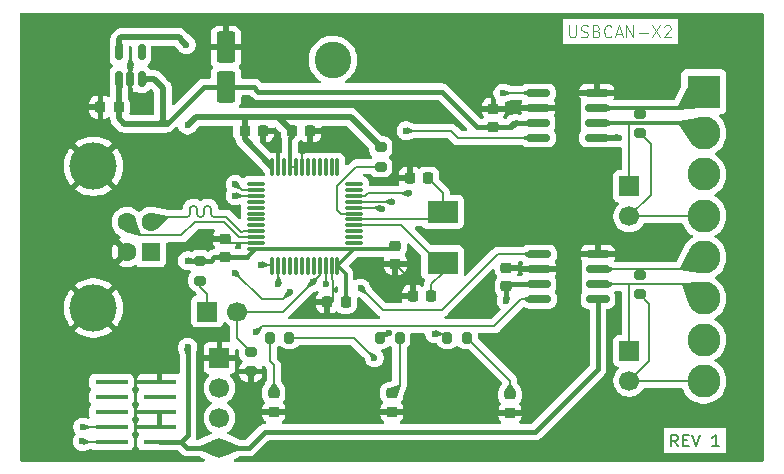
<source format=gbr>
%TF.GenerationSoftware,KiCad,Pcbnew,9.0.4*%
%TF.CreationDate,2025-09-20T20:14:21-07:00*%
%TF.ProjectId,USBCAN-X2,55534243-414e-42d5-9832-2e6b69636164,rev?*%
%TF.SameCoordinates,Original*%
%TF.FileFunction,Copper,L1,Top*%
%TF.FilePolarity,Positive*%
%FSLAX46Y46*%
G04 Gerber Fmt 4.6, Leading zero omitted, Abs format (unit mm)*
G04 Created by KiCad (PCBNEW 9.0.4) date 2025-09-20 20:14:21*
%MOMM*%
%LPD*%
G01*
G04 APERTURE LIST*
G04 Aperture macros list*
%AMRoundRect*
0 Rectangle with rounded corners*
0 $1 Rounding radius*
0 $2 $3 $4 $5 $6 $7 $8 $9 X,Y pos of 4 corners*
0 Add a 4 corners polygon primitive as box body*
4,1,4,$2,$3,$4,$5,$6,$7,$8,$9,$2,$3,0*
0 Add four circle primitives for the rounded corners*
1,1,$1+$1,$2,$3*
1,1,$1+$1,$4,$5*
1,1,$1+$1,$6,$7*
1,1,$1+$1,$8,$9*
0 Add four rect primitives between the rounded corners*
20,1,$1+$1,$2,$3,$4,$5,0*
20,1,$1+$1,$4,$5,$6,$7,0*
20,1,$1+$1,$6,$7,$8,$9,0*
20,1,$1+$1,$8,$9,$2,$3,0*%
G04 Aperture macros list end*
%ADD10C,0.100000*%
%TA.AperFunction,NonConductor*%
%ADD11C,0.100000*%
%TD*%
%ADD12C,0.150000*%
%TA.AperFunction,NonConductor*%
%ADD13C,0.150000*%
%TD*%
%TA.AperFunction,SMDPad,CuDef*%
%ADD14RoundRect,0.200000X-0.275000X0.200000X-0.275000X-0.200000X0.275000X-0.200000X0.275000X0.200000X0*%
%TD*%
%TA.AperFunction,SMDPad,CuDef*%
%ADD15RoundRect,0.075000X0.662500X0.075000X-0.662500X0.075000X-0.662500X-0.075000X0.662500X-0.075000X0*%
%TD*%
%TA.AperFunction,SMDPad,CuDef*%
%ADD16RoundRect,0.075000X0.075000X0.662500X-0.075000X0.662500X-0.075000X-0.662500X0.075000X-0.662500X0*%
%TD*%
%TA.AperFunction,SMDPad,CuDef*%
%ADD17RoundRect,0.225000X-0.225000X-0.250000X0.225000X-0.250000X0.225000X0.250000X-0.225000X0.250000X0*%
%TD*%
%TA.AperFunction,ComponentPad*%
%ADD18R,1.700000X1.700000*%
%TD*%
%TA.AperFunction,ComponentPad*%
%ADD19C,1.700000*%
%TD*%
%TA.AperFunction,ComponentPad*%
%ADD20R,2.800000X2.800000*%
%TD*%
%TA.AperFunction,ComponentPad*%
%ADD21C,2.800000*%
%TD*%
%TA.AperFunction,SMDPad,CuDef*%
%ADD22RoundRect,0.225000X0.225000X0.250000X-0.225000X0.250000X-0.225000X-0.250000X0.225000X-0.250000X0*%
%TD*%
%TA.AperFunction,SMDPad,CuDef*%
%ADD23RoundRect,0.200000X-0.200000X-0.275000X0.200000X-0.275000X0.200000X0.275000X-0.200000X0.275000X0*%
%TD*%
%TA.AperFunction,SMDPad,CuDef*%
%ADD24RoundRect,0.225000X-0.250000X0.225000X-0.250000X-0.225000X0.250000X-0.225000X0.250000X0.225000X0*%
%TD*%
%TA.AperFunction,SMDPad,CuDef*%
%ADD25RoundRect,0.150000X-0.825000X-0.150000X0.825000X-0.150000X0.825000X0.150000X-0.825000X0.150000X0*%
%TD*%
%TA.AperFunction,HeatsinkPad*%
%ADD26R,2.290000X3.000000*%
%TD*%
%TA.AperFunction,SMDPad,CuDef*%
%ADD27RoundRect,0.218750X0.256250X-0.218750X0.256250X0.218750X-0.256250X0.218750X-0.256250X-0.218750X0*%
%TD*%
%TA.AperFunction,ComponentPad*%
%ADD28R,1.600000X1.600000*%
%TD*%
%TA.AperFunction,ComponentPad*%
%ADD29C,1.600000*%
%TD*%
%TA.AperFunction,ComponentPad*%
%ADD30C,4.000000*%
%TD*%
%TA.AperFunction,SMDPad,CuDef*%
%ADD31RoundRect,0.225000X0.250000X-0.225000X0.250000X0.225000X-0.250000X0.225000X-0.250000X-0.225000X0*%
%TD*%
%TA.AperFunction,SMDPad,CuDef*%
%ADD32RoundRect,0.150000X0.150000X-0.512500X0.150000X0.512500X-0.150000X0.512500X-0.150000X-0.512500X0*%
%TD*%
%TA.AperFunction,SMDPad,CuDef*%
%ADD33RoundRect,0.250000X0.550000X-1.075000X0.550000X1.075000X-0.550000X1.075000X-0.550000X-1.075000X0*%
%TD*%
%TA.AperFunction,SMDPad,CuDef*%
%ADD34R,2.600000X1.900000*%
%TD*%
%TA.AperFunction,SMDPad,CuDef*%
%ADD35R,2.794000X0.406400*%
%TD*%
%TA.AperFunction,SMDPad,CuDef*%
%ADD36RoundRect,0.200000X0.200000X0.275000X-0.200000X0.275000X-0.200000X-0.275000X0.200000X-0.275000X0*%
%TD*%
%TA.AperFunction,ViaPad*%
%ADD37C,0.600000*%
%TD*%
%TA.AperFunction,ViaPad*%
%ADD38C,3.100000*%
%TD*%
%TA.AperFunction,ViaPad*%
%ADD39C,2.800000*%
%TD*%
%TA.AperFunction,Conductor*%
%ADD40C,0.200000*%
%TD*%
%TA.AperFunction,Conductor*%
%ADD41C,0.500000*%
%TD*%
%TA.AperFunction,Conductor*%
%ADD42C,0.300000*%
%TD*%
%TA.AperFunction,Conductor*%
%ADD43C,0.400000*%
%TD*%
G04 APERTURE END LIST*
D10*
D11*
X172503884Y-87072419D02*
X172503884Y-87881942D01*
X172503884Y-87881942D02*
X172551503Y-87977180D01*
X172551503Y-87977180D02*
X172599122Y-88024800D01*
X172599122Y-88024800D02*
X172694360Y-88072419D01*
X172694360Y-88072419D02*
X172884836Y-88072419D01*
X172884836Y-88072419D02*
X172980074Y-88024800D01*
X172980074Y-88024800D02*
X173027693Y-87977180D01*
X173027693Y-87977180D02*
X173075312Y-87881942D01*
X173075312Y-87881942D02*
X173075312Y-87072419D01*
X173503884Y-88024800D02*
X173646741Y-88072419D01*
X173646741Y-88072419D02*
X173884836Y-88072419D01*
X173884836Y-88072419D02*
X173980074Y-88024800D01*
X173980074Y-88024800D02*
X174027693Y-87977180D01*
X174027693Y-87977180D02*
X174075312Y-87881942D01*
X174075312Y-87881942D02*
X174075312Y-87786704D01*
X174075312Y-87786704D02*
X174027693Y-87691466D01*
X174027693Y-87691466D02*
X173980074Y-87643847D01*
X173980074Y-87643847D02*
X173884836Y-87596228D01*
X173884836Y-87596228D02*
X173694360Y-87548609D01*
X173694360Y-87548609D02*
X173599122Y-87500990D01*
X173599122Y-87500990D02*
X173551503Y-87453371D01*
X173551503Y-87453371D02*
X173503884Y-87358133D01*
X173503884Y-87358133D02*
X173503884Y-87262895D01*
X173503884Y-87262895D02*
X173551503Y-87167657D01*
X173551503Y-87167657D02*
X173599122Y-87120038D01*
X173599122Y-87120038D02*
X173694360Y-87072419D01*
X173694360Y-87072419D02*
X173932455Y-87072419D01*
X173932455Y-87072419D02*
X174075312Y-87120038D01*
X174837217Y-87548609D02*
X174980074Y-87596228D01*
X174980074Y-87596228D02*
X175027693Y-87643847D01*
X175027693Y-87643847D02*
X175075312Y-87739085D01*
X175075312Y-87739085D02*
X175075312Y-87881942D01*
X175075312Y-87881942D02*
X175027693Y-87977180D01*
X175027693Y-87977180D02*
X174980074Y-88024800D01*
X174980074Y-88024800D02*
X174884836Y-88072419D01*
X174884836Y-88072419D02*
X174503884Y-88072419D01*
X174503884Y-88072419D02*
X174503884Y-87072419D01*
X174503884Y-87072419D02*
X174837217Y-87072419D01*
X174837217Y-87072419D02*
X174932455Y-87120038D01*
X174932455Y-87120038D02*
X174980074Y-87167657D01*
X174980074Y-87167657D02*
X175027693Y-87262895D01*
X175027693Y-87262895D02*
X175027693Y-87358133D01*
X175027693Y-87358133D02*
X174980074Y-87453371D01*
X174980074Y-87453371D02*
X174932455Y-87500990D01*
X174932455Y-87500990D02*
X174837217Y-87548609D01*
X174837217Y-87548609D02*
X174503884Y-87548609D01*
X176075312Y-87977180D02*
X176027693Y-88024800D01*
X176027693Y-88024800D02*
X175884836Y-88072419D01*
X175884836Y-88072419D02*
X175789598Y-88072419D01*
X175789598Y-88072419D02*
X175646741Y-88024800D01*
X175646741Y-88024800D02*
X175551503Y-87929561D01*
X175551503Y-87929561D02*
X175503884Y-87834323D01*
X175503884Y-87834323D02*
X175456265Y-87643847D01*
X175456265Y-87643847D02*
X175456265Y-87500990D01*
X175456265Y-87500990D02*
X175503884Y-87310514D01*
X175503884Y-87310514D02*
X175551503Y-87215276D01*
X175551503Y-87215276D02*
X175646741Y-87120038D01*
X175646741Y-87120038D02*
X175789598Y-87072419D01*
X175789598Y-87072419D02*
X175884836Y-87072419D01*
X175884836Y-87072419D02*
X176027693Y-87120038D01*
X176027693Y-87120038D02*
X176075312Y-87167657D01*
X176456265Y-87786704D02*
X176932455Y-87786704D01*
X176361027Y-88072419D02*
X176694360Y-87072419D01*
X176694360Y-87072419D02*
X177027693Y-88072419D01*
X177361027Y-88072419D02*
X177361027Y-87072419D01*
X177361027Y-87072419D02*
X177932455Y-88072419D01*
X177932455Y-88072419D02*
X177932455Y-87072419D01*
X178408646Y-87691466D02*
X179170551Y-87691466D01*
X179551503Y-87072419D02*
X180218169Y-88072419D01*
X180218169Y-87072419D02*
X179551503Y-88072419D01*
X180551503Y-87167657D02*
X180599122Y-87120038D01*
X180599122Y-87120038D02*
X180694360Y-87072419D01*
X180694360Y-87072419D02*
X180932455Y-87072419D01*
X180932455Y-87072419D02*
X181027693Y-87120038D01*
X181027693Y-87120038D02*
X181075312Y-87167657D01*
X181075312Y-87167657D02*
X181122931Y-87262895D01*
X181122931Y-87262895D02*
X181122931Y-87358133D01*
X181122931Y-87358133D02*
X181075312Y-87500990D01*
X181075312Y-87500990D02*
X180503884Y-88072419D01*
X180503884Y-88072419D02*
X181122931Y-88072419D01*
D12*
D13*
X181708207Y-122719819D02*
X181374874Y-122243628D01*
X181136779Y-122719819D02*
X181136779Y-121719819D01*
X181136779Y-121719819D02*
X181517731Y-121719819D01*
X181517731Y-121719819D02*
X181612969Y-121767438D01*
X181612969Y-121767438D02*
X181660588Y-121815057D01*
X181660588Y-121815057D02*
X181708207Y-121910295D01*
X181708207Y-121910295D02*
X181708207Y-122053152D01*
X181708207Y-122053152D02*
X181660588Y-122148390D01*
X181660588Y-122148390D02*
X181612969Y-122196009D01*
X181612969Y-122196009D02*
X181517731Y-122243628D01*
X181517731Y-122243628D02*
X181136779Y-122243628D01*
X182136779Y-122196009D02*
X182470112Y-122196009D01*
X182612969Y-122719819D02*
X182136779Y-122719819D01*
X182136779Y-122719819D02*
X182136779Y-121719819D01*
X182136779Y-121719819D02*
X182612969Y-121719819D01*
X182898684Y-121719819D02*
X183232017Y-122719819D01*
X183232017Y-122719819D02*
X183565350Y-121719819D01*
X185184398Y-122719819D02*
X184612970Y-122719819D01*
X184898684Y-122719819D02*
X184898684Y-121719819D01*
X184898684Y-121719819D02*
X184803446Y-121862676D01*
X184803446Y-121862676D02*
X184708208Y-121957914D01*
X184708208Y-121957914D02*
X184612970Y-122005533D01*
D14*
%TO.P,R8,1*%
%TO.N,3.3V*%
X156550000Y-97375000D03*
%TO.P,R8,2*%
%TO.N,Net-(U1-PG10)*%
X156550000Y-99025000D03*
%TD*%
D15*
%TO.P,U1,1,VBAT*%
%TO.N,3.3V*%
X154300000Y-106000000D03*
%TO.P,U1,2,PC13*%
%TO.N,unconnected-(U1-PC13-Pad2)*%
X154300000Y-105500000D03*
%TO.P,U1,3,PC14*%
%TO.N,unconnected-(U1-PC14-Pad3)*%
X154300000Y-105000000D03*
%TO.P,U1,4,PC15*%
%TO.N,unconnected-(U1-PC15-Pad4)*%
X154300000Y-104500000D03*
%TO.P,U1,5,PF0*%
%TO.N,Net-(U1-PF0)*%
X154300000Y-104000000D03*
%TO.P,U1,6,PF1*%
%TO.N,Net-(U1-PF1)*%
X154300000Y-103500000D03*
%TO.P,U1,7,PG10*%
%TO.N,Net-(U1-PG10)*%
X154300000Y-103000000D03*
%TO.P,U1,8,PA0*%
%TO.N,/LED_PA0*%
X154300000Y-102500000D03*
%TO.P,U1,9,PA1*%
%TO.N,/LED_PA1*%
X154300000Y-102000000D03*
%TO.P,U1,10,PA2*%
%TO.N,/LED_PA2*%
X154300000Y-101500000D03*
%TO.P,U1,11,PA3*%
%TO.N,unconnected-(U1-PA3-Pad11)*%
X154300000Y-101000000D03*
%TO.P,U1,12,PA4*%
%TO.N,unconnected-(U1-PA4-Pad12)*%
X154300000Y-100500000D03*
D16*
%TO.P,U1,13,PA5*%
%TO.N,unconnected-(U1-PA5-Pad13)*%
X152887500Y-99087500D03*
%TO.P,U1,14,PA6*%
%TO.N,unconnected-(U1-PA6-Pad14)*%
X152387500Y-99087500D03*
%TO.P,U1,15,PA7*%
%TO.N,unconnected-(U1-PA7-Pad15)*%
X151887500Y-99087500D03*
%TO.P,U1,16,PB0*%
%TO.N,unconnected-(U1-PB0-Pad16)*%
X151387500Y-99087500D03*
%TO.P,U1,17,PB1*%
%TO.N,unconnected-(U1-PB1-Pad17)*%
X150887500Y-99087500D03*
%TO.P,U1,18,PB2*%
%TO.N,unconnected-(U1-PB2-Pad18)*%
X150387500Y-99087500D03*
%TO.P,U1,19,VSSA*%
%TO.N,GND*%
X149887500Y-99087500D03*
%TO.P,U1,20,VREF+*%
%TO.N,3.3V*%
X149387500Y-99087500D03*
%TO.P,U1,21,VDDA*%
X148887500Y-99087500D03*
%TO.P,U1,22,PB10*%
%TO.N,unconnected-(U1-PB10-Pad22)*%
X148387500Y-99087500D03*
%TO.P,U1,23,VSS*%
%TO.N,GND*%
X147887500Y-99087500D03*
%TO.P,U1,24,VDD*%
%TO.N,3.3V*%
X147387500Y-99087500D03*
D15*
%TO.P,U1,25,PB11*%
%TO.N,unconnected-(U1-PB11-Pad25)*%
X145975000Y-100500000D03*
%TO.P,U1,26,PB12*%
%TO.N,CAN2_RX*%
X145975000Y-101000000D03*
%TO.P,U1,27,PB13*%
%TO.N,CAN2_TX*%
X145975000Y-101500000D03*
%TO.P,U1,28,PB14*%
%TO.N,unconnected-(U1-PB14-Pad28)*%
X145975000Y-102000000D03*
%TO.P,U1,29,PB15*%
%TO.N,unconnected-(U1-PB15-Pad29)*%
X145975000Y-102500000D03*
%TO.P,U1,30,PA8*%
%TO.N,unconnected-(U1-PA8-Pad30)*%
X145975000Y-103000000D03*
%TO.P,U1,31,PA9*%
%TO.N,unconnected-(U1-PA9-Pad31)*%
X145975000Y-103500000D03*
%TO.P,U1,32,PA10*%
%TO.N,unconnected-(U1-PA10-Pad32)*%
X145975000Y-104000000D03*
%TO.P,U1,33,PA11*%
%TO.N,USB_N*%
X145975000Y-104500000D03*
%TO.P,U1,34,PA12*%
%TO.N,USB_P*%
X145975000Y-105000000D03*
%TO.P,U1,35,VSS*%
%TO.N,GND*%
X145975000Y-105500000D03*
%TO.P,U1,36,VDD*%
%TO.N,3.3V*%
X145975000Y-106000000D03*
D16*
%TO.P,U1,37,PA13*%
%TO.N,SWDIO*%
X147387500Y-107412500D03*
%TO.P,U1,38,PA14*%
%TO.N,SWDCLK*%
X147887500Y-107412500D03*
%TO.P,U1,39,PA15*%
%TO.N,unconnected-(U1-PA15-Pad39)*%
X148387500Y-107412500D03*
%TO.P,U1,40,PB3*%
%TO.N,unconnected-(U1-PB3-Pad40)*%
X148887500Y-107412500D03*
%TO.P,U1,41,PB4*%
%TO.N,unconnected-(U1-PB4-Pad41)*%
X149387500Y-107412500D03*
%TO.P,U1,42,PB5*%
%TO.N,unconnected-(U1-PB5-Pad42)*%
X149887500Y-107412500D03*
%TO.P,U1,43,PB6*%
%TO.N,unconnected-(U1-PB6-Pad43)*%
X150387500Y-107412500D03*
%TO.P,U1,44,PB7*%
%TO.N,unconnected-(U1-PB7-Pad44)*%
X150887500Y-107412500D03*
%TO.P,U1,45,PB8*%
%TO.N,CAN1_RX*%
X151387500Y-107412500D03*
%TO.P,U1,46,PB9*%
%TO.N,CAN1_TX*%
X151887500Y-107412500D03*
%TO.P,U1,47,VSS*%
%TO.N,GND*%
X152387500Y-107412500D03*
%TO.P,U1,48,VDD*%
%TO.N,3.3V*%
X152887500Y-107412500D03*
%TD*%
D17*
%TO.P,C9,1*%
%TO.N,GND*%
X159300000Y-110000000D03*
%TO.P,C9,2*%
%TO.N,Net-(U1-PF0)*%
X160850000Y-110000000D03*
%TD*%
D14*
%TO.P,R3,1*%
%TO.N,CAN1_RX*%
X145550000Y-114725000D03*
%TO.P,R3,2*%
%TO.N,GND*%
X145550000Y-116375000D03*
%TD*%
D18*
%TO.P,J6,1,Pin_1*%
%TO.N,CAN1_N*%
X177600000Y-100700000D03*
D19*
%TO.P,J6,2,Pin_2*%
%TO.N,Net-(J2-Pin_4)*%
X177600000Y-103240000D03*
%TD*%
D20*
%TO.P,J2,1,Pin_1*%
%TO.N,CAN1_P*%
X183907500Y-92695000D03*
D21*
%TO.P,J2,2,Pin_2*%
%TO.N,CAN1_N*%
X183907500Y-96195000D03*
%TO.P,J2,3,Pin_3*%
X183907500Y-99695000D03*
%TO.P,J2,4,Pin_4*%
%TO.N,Net-(J2-Pin_4)*%
X183907500Y-103195000D03*
%TO.P,J2,5,Pin_5*%
%TO.N,CAN2_P*%
X183907500Y-106695000D03*
%TO.P,J2,6,Pin_6*%
%TO.N,CAN2_N*%
X183907500Y-110195000D03*
%TO.P,J2,7,Pin_7*%
X183907500Y-113695000D03*
%TO.P,J2,8,Pin_8*%
%TO.N,Net-(J2-Pin_8)*%
X183907500Y-117195000D03*
%TD*%
D22*
%TO.P,C7,1*%
%TO.N,3.3V*%
X153575000Y-110500000D03*
%TO.P,C7,2*%
%TO.N,GND*%
X152025000Y-110500000D03*
%TD*%
D18*
%TO.P,J7,1,Pin_1*%
%TO.N,GND*%
X142900000Y-115230000D03*
D19*
%TO.P,J7,2,Pin_2*%
%TO.N,SWDCLK*%
X142900000Y-117770000D03*
%TO.P,J7,3,Pin_3*%
%TO.N,SWDIO*%
X142900000Y-120310000D03*
%TO.P,J7,4,Pin_4*%
%TO.N,3.3V*%
X142900000Y-122850000D03*
%TD*%
D23*
%TO.P,R7,1*%
%TO.N,/LED_PA2*%
X162200000Y-113500000D03*
%TO.P,R7,2*%
%TO.N,Net-(D3-A)*%
X163850000Y-113500000D03*
%TD*%
D14*
%TO.P,R5,1*%
%TO.N,CAN1_P*%
X178500000Y-94575000D03*
%TO.P,R5,2*%
%TO.N,Net-(J2-Pin_4)*%
X178500000Y-96225000D03*
%TD*%
D24*
%TO.P,C3,1*%
%TO.N,3.3V*%
X157800000Y-105725000D03*
%TO.P,C3,2*%
%TO.N,GND*%
X157800000Y-107275000D03*
%TD*%
D14*
%TO.P,R4,1*%
%TO.N,3.3V*%
X141250000Y-107025000D03*
%TO.P,R4,2*%
%TO.N,Net-(J3-Pin_1)*%
X141250000Y-108675000D03*
%TD*%
D25*
%TO.P,U3,1,TXD*%
%TO.N,CAN1_TX*%
X169905000Y-92795000D03*
%TO.P,U3,2,VSS*%
%TO.N,GND*%
X169905000Y-94065000D03*
%TO.P,U3,3,VDD*%
%TO.N,5V*%
X169905000Y-95335000D03*
%TO.P,U3,4,RXD*%
%TO.N,CAN1_RX*%
X169905000Y-96605000D03*
%TO.P,U3,5,VIO*%
%TO.N,3.3V*%
X174855000Y-96605000D03*
%TO.P,U3,6,CANL*%
%TO.N,CAN1_N*%
X174855000Y-95335000D03*
%TO.P,U3,7,CANH*%
%TO.N,CAN1_P*%
X174855000Y-94065000D03*
%TO.P,U3,8,STBY*%
%TO.N,GND*%
X174855000Y-92795000D03*
D26*
%TO.P,U3,9,VSS*%
X172380000Y-94700000D03*
%TD*%
D27*
%TO.P,D3,1,K*%
%TO.N,GND*%
X167500000Y-119887500D03*
%TO.P,D3,2,A*%
%TO.N,Net-(D3-A)*%
X167500000Y-118312500D03*
%TD*%
D28*
%TO.P,J1,1,VBUS*%
%TO.N,5V*%
X137087500Y-106250000D03*
D29*
%TO.P,J1,2,D-*%
%TO.N,USB_N*%
X137087500Y-103750000D03*
%TO.P,J1,3,D+*%
%TO.N,USB_P*%
X135087500Y-103750000D03*
%TO.P,J1,4,GND*%
%TO.N,GND*%
X135087500Y-106250000D03*
D30*
%TO.P,J1,5,Shield*%
X132227500Y-111000000D03*
X132227500Y-99000000D03*
%TD*%
D17*
%TO.P,C2,1*%
%TO.N,3.3V*%
X145025000Y-96000000D03*
%TO.P,C2,2*%
%TO.N,GND*%
X146575000Y-96000000D03*
%TD*%
%TO.P,C4,1*%
%TO.N,3.3V*%
X149025000Y-96000000D03*
%TO.P,C4,2*%
%TO.N,GND*%
X150575000Y-96000000D03*
%TD*%
D14*
%TO.P,R6,1*%
%TO.N,CAN2_P*%
X178500000Y-108175000D03*
%TO.P,R6,2*%
%TO.N,Net-(J2-Pin_8)*%
X178500000Y-109825000D03*
%TD*%
D22*
%TO.P,C10,1*%
%TO.N,Net-(U1-PF1)*%
X160575000Y-100000000D03*
%TO.P,C10,2*%
%TO.N,GND*%
X159025000Y-100000000D03*
%TD*%
D27*
%TO.P,D1,1,K*%
%TO.N,GND*%
X147500000Y-119787500D03*
%TO.P,D1,2,A*%
%TO.N,Net-(D1-A)*%
X147500000Y-118212500D03*
%TD*%
D31*
%TO.P,C6,1*%
%TO.N,5V*%
X166100000Y-95675000D03*
%TO.P,C6,2*%
%TO.N,GND*%
X166100000Y-94125000D03*
%TD*%
D32*
%TO.P,U5,1,VIN*%
%TO.N,5V*%
X134400000Y-91637500D03*
%TO.P,U5,2,GND*%
%TO.N,GND*%
X135350000Y-91637500D03*
%TO.P,U5,3,EN*%
%TO.N,5V*%
X136300000Y-91637500D03*
%TO.P,U5,4,NC*%
%TO.N,unconnected-(U5-NC-Pad4)*%
X136300000Y-89362500D03*
%TO.P,U5,5,VOUT*%
%TO.N,3.3V*%
X134400000Y-89362500D03*
%TD*%
D31*
%TO.P,C1,1*%
%TO.N,3.3V*%
X143350000Y-106725000D03*
%TO.P,C1,2*%
%TO.N,GND*%
X143350000Y-105175000D03*
%TD*%
D18*
%TO.P,J3,1,Pin_1*%
%TO.N,Net-(J3-Pin_1)*%
X141875000Y-111300000D03*
D19*
%TO.P,J3,2,Pin_2*%
%TO.N,CAN1_RX*%
X144415000Y-111300000D03*
%TD*%
D18*
%TO.P,J5,1,Pin_1*%
%TO.N,CAN2_N*%
X177600000Y-114625000D03*
D19*
%TO.P,J5,2,Pin_2*%
%TO.N,Net-(J2-Pin_8)*%
X177600000Y-117165000D03*
%TD*%
D27*
%TO.P,D2,1,K*%
%TO.N,GND*%
X157500000Y-119787500D03*
%TO.P,D2,2,A*%
%TO.N,Net-(D2-A)*%
X157500000Y-118212500D03*
%TD*%
D33*
%TO.P,C5,1*%
%TO.N,5V*%
X143450000Y-92275000D03*
%TO.P,C5,2*%
%TO.N,GND*%
X143450000Y-88925000D03*
%TD*%
D25*
%TO.P,U4,1,TXD*%
%TO.N,CAN2_TX*%
X169995000Y-106445000D03*
%TO.P,U4,2,VSS*%
%TO.N,GND*%
X169995000Y-107715000D03*
%TO.P,U4,3,VDD*%
%TO.N,5V*%
X169995000Y-108985000D03*
%TO.P,U4,4,RXD*%
%TO.N,CAN2_RX*%
X169995000Y-110255000D03*
%TO.P,U4,5,VIO*%
%TO.N,3.3V*%
X174945000Y-110255000D03*
%TO.P,U4,6,CANL*%
%TO.N,CAN2_N*%
X174945000Y-108985000D03*
%TO.P,U4,7,CANH*%
%TO.N,CAN2_P*%
X174945000Y-107715000D03*
%TO.P,U4,8,STBY*%
%TO.N,GND*%
X174945000Y-106445000D03*
D26*
%TO.P,U4,9,VSS*%
X172470000Y-108350000D03*
%TD*%
D22*
%TO.P,C11,1*%
%TO.N,5V*%
X134375000Y-94000000D03*
%TO.P,C11,2*%
%TO.N,GND*%
X132825000Y-94000000D03*
%TD*%
D34*
%TO.P,Y1,1,1*%
%TO.N,Net-(U1-PF1)*%
X161800000Y-102850000D03*
%TO.P,Y1,2,2*%
%TO.N,Net-(U1-PF0)*%
X161800000Y-107150000D03*
%TD*%
D31*
%TO.P,C8,1*%
%TO.N,5V*%
X167200000Y-109175000D03*
%TO.P,C8,2*%
%TO.N,GND*%
X167200000Y-107625000D03*
%TD*%
D35*
%TO.P,J4,1,Pin_1*%
%TO.N,3.3V*%
X137832000Y-122340000D03*
%TO.P,J4,2,Pin_2*%
%TO.N,SWDIO*%
X133768000Y-122340000D03*
%TO.P,J4,3,Pin_3*%
%TO.N,GND*%
X137832000Y-121070000D03*
%TO.P,J4,4,Pin_4*%
%TO.N,SWDCLK*%
X133768000Y-121070000D03*
%TO.P,J4,5,Pin_5*%
%TO.N,GND*%
X137832000Y-119800000D03*
%TO.P,J4,6,Pin_6*%
%TO.N,unconnected-(J4-Pin_6-Pad6)*%
X133768000Y-119800000D03*
%TO.P,J4,7,Pin_7*%
%TO.N,unconnected-(J4-Pin_7-Pad7)*%
X137832000Y-118530000D03*
%TO.P,J4,8,Pin_8*%
%TO.N,unconnected-(J4-Pin_8-Pad8)*%
X133768000Y-118530000D03*
%TO.P,J4,9,Pin_9*%
%TO.N,GND*%
X137832000Y-117260000D03*
%TO.P,J4,10,Pin_10*%
%TO.N,unconnected-(J4-Pin_10-Pad10)*%
X133768000Y-117260000D03*
%TD*%
D36*
%TO.P,R1,1*%
%TO.N,/LED_PA0*%
X148825000Y-113500000D03*
%TO.P,R1,2*%
%TO.N,Net-(D1-A)*%
X147175000Y-113500000D03*
%TD*%
D23*
%TO.P,R2,1*%
%TO.N,/LED_PA1*%
X156500000Y-113500000D03*
%TO.P,R2,2*%
%TO.N,Net-(D2-A)*%
X158150000Y-113500000D03*
%TD*%
D37*
%TO.N,GND*%
X153000000Y-97000000D03*
D38*
%TO.N,*%
X152500000Y-90000000D03*
D37*
%TO.N,/LED_PA0*%
X156019000Y-115231000D03*
X156650000Y-102600000D03*
%TO.N,/LED_PA1*%
X157550000Y-102000000D03*
X157252248Y-113157942D03*
%TO.N,GND*%
X165000000Y-111000000D03*
X147750000Y-97350000D03*
X160025000Y-122950000D03*
X150000000Y-122900000D03*
X172100000Y-103000000D03*
X166000000Y-103000000D03*
X137000000Y-93850000D03*
X174000000Y-103000000D03*
D39*
X186264398Y-88162869D03*
D37*
X135350000Y-90500000D03*
X150850000Y-110550000D03*
X158050000Y-108875000D03*
X142250000Y-105100000D03*
X162500000Y-122950000D03*
X166000000Y-102000000D03*
X136150000Y-93850000D03*
%TO.N,CAN1_RX*%
X158700000Y-96000000D03*
X150779500Y-108829500D03*
%TO.N,3.3V*%
X140200000Y-107000000D03*
X140200000Y-95513100D03*
X140221000Y-114300000D03*
X176700000Y-96600000D03*
X140100000Y-88700000D03*
%TO.N,5V*%
X167200000Y-110400000D03*
X167881000Y-95403200D03*
X138100000Y-95400000D03*
%TO.N,CAN2_TX*%
X154878000Y-109307000D03*
X148875000Y-109675000D03*
X144201000Y-108000000D03*
X144225000Y-101500000D03*
%TO.N,/LED_PA2*%
X161132000Y-113186000D03*
X158981000Y-101300000D03*
%TO.N,SWDIO*%
X146442000Y-107342000D03*
X131300000Y-122300000D03*
%TO.N,SWDCLK*%
X147887500Y-109000000D03*
X131325000Y-121075000D03*
%TO.N,CAN1_TX*%
X151930000Y-108931000D03*
X166900000Y-92800000D03*
%TO.N,CAN2_RX*%
X145994000Y-113057000D03*
X144225000Y-100525000D03*
%TD*%
D40*
%TO.N,GND*%
X149887500Y-99087500D02*
X149887500Y-97537500D01*
D41*
%TO.N,3.3V*%
X154000000Y-94825000D02*
X156550000Y-97375000D01*
X147850300Y-94825000D02*
X154000000Y-94825000D01*
D40*
%TO.N,Net-(U1-PG10)*%
X152850000Y-100650000D02*
X154475000Y-99025000D01*
X152850000Y-102700000D02*
X152850000Y-100650000D01*
X153150000Y-103000000D02*
X152850000Y-102700000D01*
X154300000Y-103000000D02*
X153150000Y-103000000D01*
X154475000Y-99025000D02*
X156550000Y-99025000D01*
%TO.N,/LED_PA0*%
X156550000Y-102500000D02*
X154300000Y-102500000D01*
X156650000Y-102600000D02*
X156550000Y-102500000D01*
%TO.N,/LED_PA1*%
X156842058Y-113157942D02*
X156500000Y-113500000D01*
X157252248Y-113157942D02*
X156842058Y-113157942D01*
X157550000Y-102000000D02*
X154300000Y-102000000D01*
%TO.N,/LED_PA0*%
X154288000Y-113500000D02*
X156019000Y-115231000D01*
X148825000Y-113500000D02*
X154288000Y-113500000D01*
%TO.N,Net-(D1-A)*%
X147500000Y-115850000D02*
X147500000Y-118212500D01*
X147175000Y-115525000D02*
X147500000Y-115850000D01*
X147175000Y-113500000D02*
X147175000Y-115525000D01*
%TO.N,Net-(D2-A)*%
X158150000Y-117562000D02*
X157500000Y-118212000D01*
X157500000Y-118212500D02*
X157500000Y-118212000D01*
X158150000Y-113500000D02*
X158150000Y-117562000D01*
%TO.N,GND*%
X152388000Y-107975000D02*
X152388000Y-107413000D01*
X159300000Y-108775000D02*
X159300000Y-110000000D01*
X138681000Y-119800000D02*
X138773000Y-119800000D01*
X138681000Y-119800000D02*
X137832000Y-119800000D01*
X149887500Y-97537500D02*
X150575000Y-96850000D01*
X152388000Y-108538000D02*
X152388000Y-107975000D01*
X167500000Y-119887500D02*
X167500000Y-119888000D01*
X149887500Y-99087500D02*
X149888000Y-99087500D01*
X147500500Y-119788000D02*
X147500000Y-119787500D01*
X152532000Y-108682000D02*
X152388000Y-108538000D01*
X157600000Y-119888000D02*
X157500000Y-119788000D01*
X150575000Y-96850000D02*
X150575000Y-96000000D01*
X135088000Y-106295000D02*
X135088000Y-106250000D01*
X147500000Y-119787500D02*
X147499500Y-119788000D01*
X138773000Y-119800000D02*
X138681000Y-119800000D01*
X152532000Y-110399000D02*
X152532000Y-108682000D01*
X143805000Y-105500000D02*
X145975000Y-105500000D01*
X135087500Y-106250000D02*
X135088000Y-106250000D01*
D42*
X147887500Y-99087500D02*
X147887500Y-97487500D01*
D40*
X157800000Y-107275000D02*
X159300000Y-108775000D01*
X170298000Y-94065000D02*
X169905000Y-94065000D01*
X143350000Y-105175000D02*
X143675000Y-105500000D01*
X147887500Y-97487500D02*
X147750000Y-97350000D01*
X132228000Y-112177000D02*
X132228000Y-111000000D01*
X135350000Y-91637500D02*
X135350000Y-90500000D01*
X152388000Y-107975000D02*
X152388000Y-107412000D01*
X143675000Y-105500000D02*
X143805000Y-105500000D01*
X157500000Y-119787500D02*
X157500000Y-119788000D01*
X152025000Y-110500000D02*
X152431000Y-110500000D01*
X147887500Y-99087500D02*
X147888000Y-99087500D01*
X152431000Y-110500000D02*
X152532000Y-110399000D01*
X132228000Y-112177000D02*
X132227500Y-112176500D01*
X152388000Y-107413000D02*
X152387500Y-107412500D01*
%TO.N,CAN1_RX*%
X151388000Y-108221000D02*
X151388000Y-107816500D01*
X151388000Y-107413000D02*
X151387500Y-107412500D01*
X144400000Y-113575000D02*
X144400000Y-111315000D01*
X148309000Y-111300000D02*
X150779500Y-108829500D01*
X151388000Y-107816500D02*
X151388000Y-107413000D01*
X158700000Y-96000000D02*
X162500000Y-96000000D01*
X144400000Y-111315000D02*
X144415000Y-111300000D01*
X162500000Y-96000000D02*
X163105000Y-96605000D01*
X145550000Y-114725000D02*
X144400000Y-113575000D01*
X144415000Y-111300000D02*
X148309000Y-111300000D01*
X150779500Y-108829500D02*
X151388000Y-108221000D01*
X163105000Y-96605000D02*
X169905000Y-96605000D01*
X151388000Y-107412000D02*
X151388000Y-107816500D01*
D43*
%TO.N,3.3V*%
X149025000Y-96475000D02*
X148887500Y-96612500D01*
X142175000Y-107025000D02*
X142475000Y-106725000D01*
D41*
X148213000Y-95187700D02*
X149025000Y-96000000D01*
D43*
X139660000Y-122340000D02*
X137832000Y-122340000D01*
D40*
X152887500Y-107412500D02*
X152888400Y-107412500D01*
D41*
X134600000Y-88050000D02*
X139450000Y-88050000D01*
D43*
X174945000Y-110255000D02*
X174945000Y-116205000D01*
D40*
X152910300Y-107434400D02*
X152888000Y-107412000D01*
D41*
X140200000Y-95513100D02*
X140888100Y-94825000D01*
D43*
X142475000Y-106725000D02*
X143350000Y-106725000D01*
X142900000Y-122850000D02*
X140170000Y-122850000D01*
X145400000Y-122850000D02*
X142900000Y-122850000D01*
D42*
X154300000Y-106000000D02*
X157525000Y-106000000D01*
X152888000Y-107412000D02*
X154300000Y-106000000D01*
D40*
X157525000Y-106000000D02*
X157800000Y-105725000D01*
D43*
X140225000Y-107025000D02*
X141250000Y-107025000D01*
X140221000Y-121779000D02*
X139660000Y-122340000D01*
D42*
X145250000Y-106725000D02*
X145975000Y-106000000D01*
D40*
X148887500Y-99087500D02*
X148888000Y-99087500D01*
D41*
X145025000Y-96725000D02*
X147286500Y-98986500D01*
D42*
X153575000Y-108100000D02*
X152910300Y-107434400D01*
D40*
X148888000Y-99087500D02*
X149387500Y-99087500D01*
X152888400Y-107412500D02*
X152910300Y-107434400D01*
D41*
X134400000Y-88250000D02*
X134600000Y-88050000D01*
X147850300Y-94825000D02*
X148213000Y-95187700D01*
D43*
X140200000Y-107000000D02*
X140225000Y-107025000D01*
X169650000Y-121500000D02*
X146750000Y-121500000D01*
D41*
X145025000Y-96000000D02*
X145025000Y-94825000D01*
X139450000Y-88050000D02*
X140100000Y-88700000D01*
X134400000Y-89362500D02*
X134400000Y-88250000D01*
D43*
X141250000Y-107025000D02*
X142175000Y-107025000D01*
D42*
X153575000Y-110500000D02*
X153575000Y-108100000D01*
D43*
X146750000Y-121500000D02*
X145400000Y-122850000D01*
D41*
X145025000Y-94825000D02*
X147850300Y-94825000D01*
X174855000Y-96605000D02*
X176695000Y-96605000D01*
D43*
X140221000Y-114300000D02*
X140221000Y-121779000D01*
D40*
X149025000Y-96000000D02*
X149025000Y-96475000D01*
D41*
X145025000Y-96000000D02*
X145025000Y-96725000D01*
D43*
X143350000Y-106725000D02*
X145250000Y-106725000D01*
D41*
X140888100Y-94825000D02*
X145025000Y-94825000D01*
D43*
X140170000Y-122850000D02*
X139660000Y-122340000D01*
D41*
X147286500Y-98986500D02*
X147286500Y-99087500D01*
D42*
X145975000Y-106000000D02*
X154300000Y-106000000D01*
X148887500Y-96612500D02*
X148887500Y-99087500D01*
D40*
X149387500Y-99087500D02*
X149388000Y-99087500D01*
D43*
X174945000Y-116205000D02*
X169650000Y-121500000D01*
D40*
X176695000Y-96605000D02*
X176700000Y-96600000D01*
%TO.N,Net-(J3-Pin_1)*%
X141875000Y-109825000D02*
X141875000Y-111300000D01*
X141250000Y-108675000D02*
X141250000Y-109200000D01*
X141250000Y-109200000D02*
X141875000Y-109825000D01*
X141875000Y-112050000D02*
X141825000Y-112000000D01*
X141825000Y-112000000D02*
X141825000Y-111248000D01*
D43*
%TO.N,5V*%
X141600000Y-92275000D02*
X145800000Y-92275000D01*
D41*
X138100000Y-92350000D02*
X138100000Y-95400000D01*
D43*
X167609200Y-95675000D02*
X167881000Y-95403200D01*
X138475000Y-95400000D02*
X141600000Y-92275000D01*
D41*
X134400000Y-91637500D02*
X134400000Y-94950000D01*
X134850000Y-95400000D02*
X138100000Y-95400000D01*
D43*
X138100000Y-95400000D02*
X138475000Y-95400000D01*
X146202000Y-92676700D02*
X161702000Y-92676700D01*
D40*
X167881000Y-95403200D02*
X167949000Y-95335000D01*
D43*
X164700300Y-95675000D02*
X166100000Y-95675000D01*
D41*
X134400000Y-94950000D02*
X134850000Y-95400000D01*
D40*
X167390000Y-108985000D02*
X167200000Y-109175000D01*
D43*
X169995000Y-108985000D02*
X167390000Y-108985000D01*
D41*
X136300000Y-91637500D02*
X137387500Y-91637500D01*
D43*
X161702000Y-92676700D02*
X164700300Y-95675000D01*
D40*
X167772000Y-95403200D02*
X167881000Y-95403200D01*
D43*
X166100000Y-95675000D02*
X167609200Y-95675000D01*
X167949000Y-95335000D02*
X169905000Y-95335000D01*
X145800000Y-92275000D02*
X146202000Y-92676700D01*
D41*
X137387500Y-91637500D02*
X138100000Y-92350000D01*
D43*
X167200000Y-109175000D02*
X167200000Y-110400000D01*
D40*
%TO.N,CAN2_TX*%
X146476000Y-110275000D02*
X144201000Y-108000000D01*
X166455000Y-106445000D02*
X169995000Y-106445000D01*
X144225000Y-101500000D02*
X145975000Y-101500000D01*
X148875000Y-109675000D02*
X148275000Y-110275000D01*
X161717000Y-111183000D02*
X166455000Y-106445000D01*
X148275000Y-110275000D02*
X146476000Y-110275000D01*
X154878000Y-109307000D02*
X156754000Y-111183000D01*
X156754000Y-111183000D02*
X161717000Y-111183000D01*
%TO.N,/LED_PA2*%
X155252000Y-101500000D02*
X154300000Y-101500000D01*
X158981000Y-101300000D02*
X155452000Y-101300000D01*
X161132000Y-113186000D02*
X161886000Y-113186000D01*
X161886000Y-113186000D02*
X162200000Y-113500000D01*
X155452000Y-101300000D02*
X155252000Y-101500000D01*
%TO.N,SWDIO*%
X147317000Y-107342000D02*
X147388000Y-107412000D01*
X131340000Y-122340000D02*
X133768000Y-122340000D01*
X146442000Y-107342000D02*
X146659000Y-107342000D01*
X147387500Y-107412500D02*
X147388000Y-107412000D01*
X146442000Y-107342000D02*
X146659000Y-107342000D01*
X146659000Y-107342000D02*
X147317000Y-107342000D01*
X146659000Y-107342000D02*
X146442000Y-107342000D01*
X131300000Y-122300000D02*
X131340000Y-122340000D01*
%TO.N,SWDCLK*%
X147888000Y-107413000D02*
X147887500Y-107412500D01*
X133768000Y-121070000D02*
X131330000Y-121070000D01*
X147888000Y-107412000D02*
X147888000Y-107825000D01*
X147888000Y-107825000D02*
X147888000Y-107413000D01*
X131330000Y-121070000D02*
X131325000Y-121075000D01*
X147887500Y-109000000D02*
X147887500Y-107412500D01*
%TO.N,USB_P*%
X136188500Y-104851000D02*
X135087500Y-103750000D01*
X139674000Y-104851000D02*
X136188500Y-104851000D01*
X144843749Y-104975000D02*
X144556802Y-104975000D01*
X135087500Y-103750000D02*
X135088000Y-103750000D01*
X143306802Y-103725000D02*
X140800000Y-103725000D01*
X144556802Y-104975000D02*
X143306802Y-103725000D01*
X140800000Y-103725000D02*
X139674000Y-104851000D01*
X145975000Y-105000000D02*
X144868749Y-105000000D01*
X144868749Y-105000000D02*
X144843749Y-104975000D01*
%TO.N,CAN1_TX*%
X151908500Y-107433500D02*
X151887500Y-107412500D01*
X169900000Y-92800000D02*
X169905000Y-92795000D01*
X151909000Y-107433500D02*
X151930000Y-107455000D01*
X166900000Y-92800000D02*
X169900000Y-92800000D01*
X151888000Y-107412000D02*
X151909000Y-107433500D01*
X151909000Y-107433500D02*
X151908500Y-107433500D01*
X151930000Y-107455000D02*
X151930000Y-108931000D01*
%TO.N,CAN2_RX*%
X145994000Y-113057000D02*
X146511000Y-112540000D01*
X166160000Y-112540000D02*
X168445000Y-110255000D01*
X144334100Y-100525000D02*
X144225000Y-100525000D01*
X146511000Y-112540000D02*
X166160000Y-112540000D01*
X145975000Y-101000000D02*
X144809100Y-101000000D01*
X168445000Y-110255000D02*
X169995000Y-110255000D01*
X144809100Y-101000000D02*
X144334100Y-100525000D01*
%TO.N,CAN1_P*%
X183908000Y-92695000D02*
X183907500Y-92695000D01*
D42*
X179787499Y-94065000D02*
X174855000Y-94065000D01*
X180854726Y-94065000D02*
X179787499Y-94065000D01*
X183907500Y-92695000D02*
X183305000Y-92695000D01*
X183305000Y-92695000D02*
X181935000Y-94065000D01*
X181935000Y-94065000D02*
X180854726Y-94065000D01*
%TO.N,CAN1_N*%
X177600000Y-95335000D02*
X183037500Y-95335000D01*
D40*
X183907500Y-99695000D02*
X183907700Y-99694800D01*
X183478000Y-95765000D02*
X183907500Y-96194500D01*
X177600000Y-100700000D02*
X177600000Y-95335000D01*
X183902500Y-96200000D02*
X183907500Y-96195000D01*
D42*
X183037500Y-95335000D02*
X183902500Y-96200000D01*
D40*
X183712000Y-99500000D02*
X183907700Y-99694800D01*
X183478000Y-95765000D02*
X183908000Y-96195000D01*
X183907500Y-96194500D02*
X183907500Y-96195000D01*
X183907700Y-99694800D02*
X183908000Y-99695000D01*
D42*
X174855000Y-95335000D02*
X177600000Y-95335000D01*
D40*
%TO.N,CAN2_P*%
X183396612Y-107003388D02*
X183599112Y-107003388D01*
X183599112Y-107003388D02*
X183907500Y-106695000D01*
X179935504Y-107715000D02*
X181752344Y-107715000D01*
X183505000Y-106695000D02*
X183907500Y-106695000D01*
X181752344Y-107715000D02*
X182685000Y-107715000D01*
X183905000Y-106697500D02*
X183907500Y-106695000D01*
X183902000Y-106700000D02*
X183905000Y-106697500D01*
X174945000Y-107715000D02*
X179935504Y-107715000D01*
X182685000Y-107715000D02*
X183396612Y-107003388D01*
X183905000Y-106697500D02*
X183908000Y-106695000D01*
%TO.N,CAN2_N*%
X183907500Y-113694500D02*
X183821700Y-113608600D01*
X177600000Y-108985000D02*
X177374983Y-108985000D01*
X183907500Y-110195000D02*
X183907700Y-110194800D01*
X177600000Y-114625000D02*
X177600000Y-108985000D01*
X180820390Y-108985000D02*
X177600000Y-108985000D01*
X183298000Y-113085000D02*
X183821700Y-113608600D01*
X183907500Y-110195000D02*
X182697500Y-108985000D01*
X183907500Y-113695000D02*
X183907500Y-113694500D01*
X177374983Y-108985000D02*
X174945000Y-108985000D01*
X183907700Y-110194800D02*
X183908000Y-110195000D01*
X182697500Y-108985000D02*
X180820390Y-108985000D01*
X183821700Y-113608600D02*
X183908000Y-113695000D01*
%TO.N,USB_N*%
X140149346Y-103275000D02*
X140029346Y-103275000D01*
X141349346Y-103275000D02*
X141229346Y-103275000D01*
X140989346Y-103035000D02*
X140989346Y-102617687D01*
X144743198Y-104525000D02*
X143493198Y-103275000D01*
X140029346Y-103275000D02*
X138673025Y-103275000D01*
X138673025Y-103275000D02*
X137562500Y-103275000D01*
X144868749Y-104500000D02*
X144843749Y-104525000D01*
X141589346Y-102617687D02*
X141589346Y-103035000D01*
X143493198Y-103275000D02*
X142429346Y-103275000D01*
X142189346Y-103035000D02*
X142189346Y-102617687D01*
X141949346Y-102377687D02*
X141829346Y-102377687D01*
X144843749Y-104525000D02*
X144743198Y-104525000D01*
X137562500Y-103275000D02*
X137087500Y-103750000D01*
X140749346Y-102377687D02*
X140629346Y-102377687D01*
X145975000Y-104500000D02*
X144868749Y-104500000D01*
X140389346Y-102617687D02*
X140389346Y-103035000D01*
X142429346Y-103275000D02*
G75*
G02*
X142189300Y-103035000I-46J240000D01*
G01*
X141829346Y-102377687D02*
G75*
G03*
X141589287Y-102617687I-46J-240013D01*
G01*
X140389346Y-103035000D02*
G75*
G02*
X140149346Y-103275046I-240046J0D01*
G01*
X141589346Y-103035000D02*
G75*
G02*
X141349346Y-103275046I-240046J0D01*
G01*
X142189346Y-102617687D02*
G75*
G03*
X141949346Y-102377654I-240046J-13D01*
G01*
X140989346Y-102617687D02*
G75*
G03*
X140749346Y-102377654I-240046J-13D01*
G01*
X141229346Y-103275000D02*
G75*
G02*
X140989300Y-103035000I-46J240000D01*
G01*
X140629346Y-102377687D02*
G75*
G03*
X140389287Y-102617687I-46J-240013D01*
G01*
%TO.N,Net-(J2-Pin_8)*%
X179300000Y-115465000D02*
X177600000Y-117165000D01*
X183877500Y-117165000D02*
X183907500Y-117195000D01*
X179300000Y-110625000D02*
X179300000Y-115465000D01*
X177600000Y-117165000D02*
X183877500Y-117165000D01*
X178500000Y-109825000D02*
X179300000Y-110625000D01*
%TO.N,Net-(J2-Pin_4)*%
X179400000Y-101440000D02*
X177600000Y-103240000D01*
X183908000Y-103195000D02*
X183907500Y-103195000D01*
X179400000Y-97125000D02*
X179400000Y-101440000D01*
X177600000Y-103240000D02*
X183862500Y-103240000D01*
X183862500Y-103240000D02*
X183907500Y-103195000D01*
X178500000Y-96225000D02*
X179400000Y-97125000D01*
%TO.N,Net-(U1-PF0)*%
X161800000Y-108000000D02*
X160850000Y-108950000D01*
X161800000Y-107150000D02*
X161450000Y-107150000D01*
X161800000Y-107150000D02*
X161800000Y-108000000D01*
X160850000Y-108950000D02*
X160850000Y-110000000D01*
X158300000Y-104000000D02*
X154300000Y-104000000D01*
X161450000Y-107150000D02*
X158300000Y-104000000D01*
%TO.N,Net-(U1-PF1)*%
X161150000Y-103500000D02*
X154300000Y-103500000D01*
X161800000Y-102850000D02*
X161150000Y-103500000D01*
X161800000Y-102850000D02*
X161800000Y-101225000D01*
X161800000Y-101225000D02*
X160575000Y-100000000D01*
X161800000Y-102850000D02*
X161800000Y-103000000D01*
%TO.N,Net-(D3-A)*%
X163850000Y-113500000D02*
X167500000Y-117150000D01*
X167500000Y-118312500D02*
X167500000Y-118312000D01*
X167500000Y-117150000D02*
X167500000Y-118312000D01*
%TD*%
%TA.AperFunction,Conductor*%
%TO.N,GND*%
G36*
X188943039Y-86019685D02*
G01*
X188988794Y-86072489D01*
X189000000Y-86124000D01*
X189000000Y-123876000D01*
X188980315Y-123943039D01*
X188927511Y-123988794D01*
X188876000Y-124000000D01*
X144240271Y-124000000D01*
X144173232Y-123980315D01*
X144127477Y-123927511D01*
X144117533Y-123858353D01*
X144146558Y-123794797D01*
X144192419Y-123761605D01*
X144674125Y-123560105D01*
X144721977Y-123550500D01*
X145468996Y-123550500D01*
X145560040Y-123532389D01*
X145604328Y-123523580D01*
X145668069Y-123497177D01*
X145731807Y-123470777D01*
X145731808Y-123470776D01*
X145731811Y-123470775D01*
X145846543Y-123394114D01*
X145938962Y-123301695D01*
X180556279Y-123301695D01*
X185764898Y-123301695D01*
X185764898Y-121137944D01*
X180556279Y-121137944D01*
X180556279Y-123301695D01*
X145938962Y-123301695D01*
X147003837Y-122236818D01*
X147065160Y-122203334D01*
X147091518Y-122200500D01*
X169718996Y-122200500D01*
X169810040Y-122182389D01*
X169854328Y-122173580D01*
X169924589Y-122144477D01*
X169981807Y-122120777D01*
X169981808Y-122120776D01*
X169981811Y-122120775D01*
X170096543Y-122044114D01*
X170579100Y-121561557D01*
X171141757Y-120998901D01*
X175489111Y-116651546D01*
X175489112Y-116651545D01*
X175489114Y-116651543D01*
X175565775Y-116536811D01*
X175572606Y-116520321D01*
X175598757Y-116457184D01*
X175618580Y-116409328D01*
X175629859Y-116352627D01*
X175645500Y-116273996D01*
X175645500Y-111179500D01*
X175665185Y-111112461D01*
X175717989Y-111066706D01*
X175769500Y-111055500D01*
X175835686Y-111055500D01*
X175835694Y-111055500D01*
X175872569Y-111052598D01*
X175872571Y-111052597D01*
X175872573Y-111052597D01*
X175924997Y-111037366D01*
X176030398Y-111006744D01*
X176171865Y-110923081D01*
X176288081Y-110806865D01*
X176371744Y-110665398D01*
X176417598Y-110507569D01*
X176420500Y-110470694D01*
X176420500Y-110039306D01*
X176417598Y-110002431D01*
X176411881Y-109982754D01*
X176371745Y-109844606D01*
X176371744Y-109844603D01*
X176371744Y-109844602D01*
X176343753Y-109797271D01*
X176329175Y-109772620D01*
X176311992Y-109704896D01*
X176334152Y-109638634D01*
X176388619Y-109594871D01*
X176435907Y-109585500D01*
X176875500Y-109585500D01*
X176942539Y-109605185D01*
X176988294Y-109657989D01*
X176999500Y-109709500D01*
X176999500Y-113150500D01*
X176979815Y-113217539D01*
X176927011Y-113263294D01*
X176875501Y-113274500D01*
X176702130Y-113274500D01*
X176702123Y-113274501D01*
X176642516Y-113280908D01*
X176507671Y-113331202D01*
X176507664Y-113331206D01*
X176392455Y-113417452D01*
X176392452Y-113417455D01*
X176306206Y-113532664D01*
X176306202Y-113532671D01*
X176255908Y-113667517D01*
X176249501Y-113727116D01*
X176249500Y-113727135D01*
X176249500Y-115522870D01*
X176249501Y-115522876D01*
X176255908Y-115582483D01*
X176306202Y-115717328D01*
X176306206Y-115717335D01*
X176392452Y-115832544D01*
X176392455Y-115832547D01*
X176507664Y-115918793D01*
X176507671Y-115918797D01*
X176639082Y-115967810D01*
X176695016Y-116009681D01*
X176719433Y-116075145D01*
X176704582Y-116143418D01*
X176683431Y-116171673D01*
X176569889Y-116285215D01*
X176444951Y-116457179D01*
X176348444Y-116646585D01*
X176282753Y-116848760D01*
X176249500Y-117058713D01*
X176249500Y-117271286D01*
X176278400Y-117453757D01*
X176282754Y-117481243D01*
X176342042Y-117663713D01*
X176348444Y-117683414D01*
X176444951Y-117872820D01*
X176569890Y-118044786D01*
X176720213Y-118195109D01*
X176892179Y-118320048D01*
X176892181Y-118320049D01*
X176892184Y-118320051D01*
X177081588Y-118416557D01*
X177283757Y-118482246D01*
X177493713Y-118515500D01*
X177493714Y-118515500D01*
X177706286Y-118515500D01*
X177706287Y-118515500D01*
X177916243Y-118482246D01*
X178118412Y-118416557D01*
X178307816Y-118320051D01*
X178351364Y-118288412D01*
X178479786Y-118195109D01*
X178479788Y-118195106D01*
X178479792Y-118195104D01*
X178630104Y-118044792D01*
X178630106Y-118044788D01*
X178630109Y-118044786D01*
X178702003Y-117945831D01*
X178755051Y-117872816D01*
X178755349Y-117872230D01*
X178775235Y-117833205D01*
X178823209Y-117782409D01*
X178885719Y-117765500D01*
X182003868Y-117765500D01*
X182070907Y-117785185D01*
X182116662Y-117837989D01*
X182118429Y-117842047D01*
X182199333Y-118037366D01*
X182199337Y-118037376D01*
X182323900Y-118253126D01*
X182475560Y-118450774D01*
X182475566Y-118450781D01*
X182651718Y-118626933D01*
X182651725Y-118626939D01*
X182849373Y-118778599D01*
X183065123Y-118903162D01*
X183065138Y-118903169D01*
X183128741Y-118929514D01*
X183295293Y-118998502D01*
X183535935Y-119062982D01*
X183782935Y-119095500D01*
X183782942Y-119095500D01*
X184032058Y-119095500D01*
X184032065Y-119095500D01*
X184279065Y-119062982D01*
X184519707Y-118998502D01*
X184749873Y-118903164D01*
X184965627Y-118778599D01*
X185163276Y-118626938D01*
X185339438Y-118450776D01*
X185491099Y-118253127D01*
X185615664Y-118037373D01*
X185711002Y-117807207D01*
X185775482Y-117566565D01*
X185808000Y-117319565D01*
X185808000Y-117070435D01*
X185775482Y-116823435D01*
X185711002Y-116582793D01*
X185639152Y-116409332D01*
X185615669Y-116352638D01*
X185615662Y-116352623D01*
X185491099Y-116136873D01*
X185339439Y-115939225D01*
X185339433Y-115939218D01*
X185163281Y-115763066D01*
X185163272Y-115763058D01*
X184965628Y-115611401D01*
X184913708Y-115581426D01*
X184863410Y-115552386D01*
X184815196Y-115501821D01*
X184801972Y-115433214D01*
X184827940Y-115368349D01*
X184863410Y-115337613D01*
X184965627Y-115278599D01*
X185163276Y-115126938D01*
X185339438Y-114950776D01*
X185491099Y-114753127D01*
X185615664Y-114537373D01*
X185711002Y-114307207D01*
X185775482Y-114066565D01*
X185808000Y-113819565D01*
X185808000Y-113570435D01*
X185775482Y-113323435D01*
X185711002Y-113082793D01*
X185615664Y-112852627D01*
X185598849Y-112823503D01*
X185491099Y-112636873D01*
X185339439Y-112439225D01*
X185339433Y-112439218D01*
X185163281Y-112263066D01*
X185163274Y-112263060D01*
X184965628Y-112111401D01*
X184913708Y-112081426D01*
X184863410Y-112052386D01*
X184815196Y-112001821D01*
X184801972Y-111933214D01*
X184827940Y-111868349D01*
X184863410Y-111837613D01*
X184965627Y-111778599D01*
X185163276Y-111626938D01*
X185339438Y-111450776D01*
X185491099Y-111253127D01*
X185615664Y-111037373D01*
X185711002Y-110807207D01*
X185775482Y-110566565D01*
X185808000Y-110319565D01*
X185808000Y-110070435D01*
X185775482Y-109823435D01*
X185711002Y-109582793D01*
X185650056Y-109435657D01*
X185615669Y-109352638D01*
X185615662Y-109352623D01*
X185491099Y-109136873D01*
X185339439Y-108939225D01*
X185339433Y-108939218D01*
X185163281Y-108763066D01*
X185163274Y-108763060D01*
X184965628Y-108611401D01*
X184901896Y-108574606D01*
X184863410Y-108552386D01*
X184815196Y-108501821D01*
X184801972Y-108433214D01*
X184827940Y-108368349D01*
X184863410Y-108337613D01*
X184965627Y-108278599D01*
X185163276Y-108126938D01*
X185339438Y-107950776D01*
X185491099Y-107753127D01*
X185615664Y-107537373D01*
X185711002Y-107307207D01*
X185775482Y-107066565D01*
X185808000Y-106819565D01*
X185808000Y-106570435D01*
X185775482Y-106323435D01*
X185711002Y-106082793D01*
X185646484Y-105927032D01*
X185615669Y-105852638D01*
X185615662Y-105852623D01*
X185491099Y-105636873D01*
X185339439Y-105439225D01*
X185339433Y-105439218D01*
X185163281Y-105263066D01*
X185163274Y-105263060D01*
X184965628Y-105111401D01*
X184913708Y-105081426D01*
X184863410Y-105052386D01*
X184815196Y-105001821D01*
X184801972Y-104933214D01*
X184827940Y-104868349D01*
X184863410Y-104837613D01*
X184965627Y-104778599D01*
X185163276Y-104626938D01*
X185339438Y-104450776D01*
X185491099Y-104253127D01*
X185615664Y-104037373D01*
X185711002Y-103807207D01*
X185775482Y-103566565D01*
X185808000Y-103319565D01*
X185808000Y-103070435D01*
X185775482Y-102823435D01*
X185711002Y-102582793D01*
X185646810Y-102427819D01*
X185615669Y-102352638D01*
X185615662Y-102352623D01*
X185491099Y-102136873D01*
X185339439Y-101939225D01*
X185339433Y-101939218D01*
X185163281Y-101763066D01*
X185163274Y-101763060D01*
X184965628Y-101611401D01*
X184909233Y-101578842D01*
X184863410Y-101552386D01*
X184815196Y-101501821D01*
X184801972Y-101433214D01*
X184827940Y-101368349D01*
X184863410Y-101337613D01*
X184965627Y-101278599D01*
X185163276Y-101126938D01*
X185339438Y-100950776D01*
X185491099Y-100753127D01*
X185615664Y-100537373D01*
X185711002Y-100307207D01*
X185775482Y-100066565D01*
X185808000Y-99819565D01*
X185808000Y-99570435D01*
X185775482Y-99323435D01*
X185711002Y-99082793D01*
X185630197Y-98887712D01*
X185615669Y-98852638D01*
X185615662Y-98852623D01*
X185491099Y-98636873D01*
X185339439Y-98439225D01*
X185339433Y-98439218D01*
X185163281Y-98263066D01*
X185163274Y-98263060D01*
X184965628Y-98111401D01*
X184913708Y-98081426D01*
X184863410Y-98052386D01*
X184815196Y-98001821D01*
X184801972Y-97933214D01*
X184827940Y-97868349D01*
X184863410Y-97837613D01*
X184965627Y-97778599D01*
X185163276Y-97626938D01*
X185339438Y-97450776D01*
X185491099Y-97253127D01*
X185615664Y-97037373D01*
X185711002Y-96807207D01*
X185775482Y-96566565D01*
X185808000Y-96319565D01*
X185808000Y-96070435D01*
X185775482Y-95823435D01*
X185711002Y-95582793D01*
X185647057Y-95428416D01*
X185615669Y-95352638D01*
X185615662Y-95352623D01*
X185491099Y-95136873D01*
X185339439Y-94939225D01*
X185339433Y-94939218D01*
X185207395Y-94807180D01*
X185173910Y-94745857D01*
X185178894Y-94676165D01*
X185220766Y-94620232D01*
X185286230Y-94595815D01*
X185295076Y-94595499D01*
X185355371Y-94595499D01*
X185355372Y-94595499D01*
X185414983Y-94589091D01*
X185549831Y-94538796D01*
X185665046Y-94452546D01*
X185751296Y-94337331D01*
X185801591Y-94202483D01*
X185808000Y-94142873D01*
X185807999Y-91247128D01*
X185801591Y-91187517D01*
X185787597Y-91149998D01*
X185751297Y-91052671D01*
X185751293Y-91052664D01*
X185665047Y-90937455D01*
X185665044Y-90937452D01*
X185549835Y-90851206D01*
X185549828Y-90851202D01*
X185414982Y-90800908D01*
X185414983Y-90800908D01*
X185355383Y-90794501D01*
X185355381Y-90794500D01*
X185355373Y-90794500D01*
X185355364Y-90794500D01*
X182459629Y-90794500D01*
X182459623Y-90794501D01*
X182400016Y-90800908D01*
X182265171Y-90851202D01*
X182265164Y-90851206D01*
X182149955Y-90937452D01*
X182149952Y-90937455D01*
X182063706Y-91052664D01*
X182063702Y-91052671D01*
X182013408Y-91187517D01*
X182007001Y-91247116D01*
X182007001Y-91247123D01*
X182007000Y-91247135D01*
X182007000Y-92239086D01*
X181993775Y-92294808D01*
X181464893Y-93346222D01*
X181417182Y-93397266D01*
X181354118Y-93414500D01*
X176374896Y-93414500D01*
X176307857Y-93394815D01*
X176262102Y-93342011D01*
X176252158Y-93272853D01*
X176268164Y-93227379D01*
X176281281Y-93205198D01*
X176327100Y-93047486D01*
X176327295Y-93045001D01*
X176327295Y-93045000D01*
X173382705Y-93045000D01*
X173382704Y-93045001D01*
X173382899Y-93047486D01*
X173428718Y-93205198D01*
X173512314Y-93346552D01*
X173517100Y-93352722D01*
X173514640Y-93354629D01*
X173541210Y-93403288D01*
X173536226Y-93472980D01*
X173515162Y-93505781D01*
X173516699Y-93506974D01*
X173511915Y-93513140D01*
X173428255Y-93654603D01*
X173428254Y-93654606D01*
X173382402Y-93812426D01*
X173382401Y-93812432D01*
X173379500Y-93849298D01*
X173379500Y-94280701D01*
X173382401Y-94317567D01*
X173382402Y-94317573D01*
X173428254Y-94475393D01*
X173428255Y-94475396D01*
X173511917Y-94616862D01*
X173516702Y-94623031D01*
X173514256Y-94624927D01*
X173540857Y-94673642D01*
X173535873Y-94743334D01*
X173515069Y-94775703D01*
X173516702Y-94776969D01*
X173511917Y-94783137D01*
X173428255Y-94924603D01*
X173428254Y-94924606D01*
X173382402Y-95082426D01*
X173382401Y-95082432D01*
X173379500Y-95119298D01*
X173379500Y-95550701D01*
X173382401Y-95587567D01*
X173382402Y-95587573D01*
X173428254Y-95745393D01*
X173428255Y-95745396D01*
X173428256Y-95745398D01*
X173440742Y-95766510D01*
X173511917Y-95886862D01*
X173516702Y-95893031D01*
X173514256Y-95894927D01*
X173540857Y-95943642D01*
X173535873Y-96013334D01*
X173515069Y-96045703D01*
X173516702Y-96046969D01*
X173511917Y-96053137D01*
X173428255Y-96194603D01*
X173428254Y-96194606D01*
X173382402Y-96352426D01*
X173382401Y-96352432D01*
X173379500Y-96389298D01*
X173379500Y-96820701D01*
X173382401Y-96857567D01*
X173382402Y-96857573D01*
X173428254Y-97015393D01*
X173428255Y-97015396D01*
X173511917Y-97156862D01*
X173511923Y-97156870D01*
X173628129Y-97273076D01*
X173628133Y-97273079D01*
X173628135Y-97273081D01*
X173769602Y-97356744D01*
X173782269Y-97360424D01*
X173927426Y-97402597D01*
X173927429Y-97402597D01*
X173927431Y-97402598D01*
X173964306Y-97405500D01*
X173964314Y-97405500D01*
X175745686Y-97405500D01*
X175745694Y-97405500D01*
X175782569Y-97402598D01*
X175782571Y-97402597D01*
X175782573Y-97402597D01*
X175927733Y-97360424D01*
X175962328Y-97355500D01*
X176045983Y-97355500D01*
X176072551Y-97358380D01*
X176079669Y-97359941D01*
X176079673Y-97359941D01*
X176079684Y-97359944D01*
X176594268Y-97397633D01*
X176602060Y-97398031D01*
X176619918Y-97400253D01*
X176621158Y-97400500D01*
X176621163Y-97400500D01*
X176778843Y-97400500D01*
X176794564Y-97397372D01*
X176851309Y-97386085D01*
X176920899Y-97392312D01*
X176976077Y-97435174D01*
X176999322Y-97501063D01*
X176999500Y-97507702D01*
X176999500Y-99225500D01*
X176979815Y-99292539D01*
X176927011Y-99338294D01*
X176875501Y-99349500D01*
X176702130Y-99349500D01*
X176702123Y-99349501D01*
X176642516Y-99355908D01*
X176507671Y-99406202D01*
X176507664Y-99406206D01*
X176392455Y-99492452D01*
X176392452Y-99492455D01*
X176306206Y-99607664D01*
X176306202Y-99607671D01*
X176255908Y-99742517D01*
X176249501Y-99802116D01*
X176249500Y-99802135D01*
X176249500Y-101597870D01*
X176249501Y-101597876D01*
X176255908Y-101657483D01*
X176306202Y-101792328D01*
X176306206Y-101792335D01*
X176392452Y-101907544D01*
X176392455Y-101907547D01*
X176507664Y-101993793D01*
X176507671Y-101993797D01*
X176639082Y-102042810D01*
X176695016Y-102084681D01*
X176719433Y-102150145D01*
X176704582Y-102218418D01*
X176683431Y-102246673D01*
X176569889Y-102360215D01*
X176444951Y-102532179D01*
X176348444Y-102721585D01*
X176348443Y-102721587D01*
X176348443Y-102721588D01*
X176339211Y-102750000D01*
X176282753Y-102923760D01*
X176259794Y-103068717D01*
X176249500Y-103133713D01*
X176249500Y-103346287D01*
X176255991Y-103387270D01*
X176272361Y-103490629D01*
X176282754Y-103556243D01*
X176337663Y-103725236D01*
X176348444Y-103758414D01*
X176444951Y-103947820D01*
X176569890Y-104119786D01*
X176720213Y-104270109D01*
X176892179Y-104395048D01*
X176892181Y-104395049D01*
X176892184Y-104395051D01*
X177081588Y-104491557D01*
X177283757Y-104557246D01*
X177493713Y-104590500D01*
X177493714Y-104590500D01*
X177706286Y-104590500D01*
X177706287Y-104590500D01*
X177916243Y-104557246D01*
X178118412Y-104491557D01*
X178307816Y-104395051D01*
X178399645Y-104328334D01*
X178479786Y-104270109D01*
X178479788Y-104270106D01*
X178479792Y-104270104D01*
X178630104Y-104119792D01*
X178630106Y-104119788D01*
X178630109Y-104119786D01*
X178754925Y-103947989D01*
X178755051Y-103947816D01*
X178755349Y-103947230D01*
X178775235Y-103908205D01*
X178823209Y-103857409D01*
X178885719Y-103840500D01*
X182034934Y-103840500D01*
X182101973Y-103860185D01*
X182147728Y-103912989D01*
X182149495Y-103917047D01*
X182199332Y-104037366D01*
X182199337Y-104037376D01*
X182323900Y-104253126D01*
X182475560Y-104450774D01*
X182475566Y-104450781D01*
X182651718Y-104626933D01*
X182651725Y-104626939D01*
X182849373Y-104778599D01*
X182951588Y-104837613D01*
X182999803Y-104888180D01*
X183013027Y-104956787D01*
X182987059Y-105021652D01*
X182951588Y-105052387D01*
X182849373Y-105111400D01*
X182651725Y-105263060D01*
X182651718Y-105263066D01*
X182475566Y-105439218D01*
X182475560Y-105439225D01*
X182323900Y-105636873D01*
X182199337Y-105852623D01*
X182199332Y-105852633D01*
X182105277Y-106079704D01*
X182100921Y-106089093D01*
X182070702Y-106147682D01*
X181606670Y-107047344D01*
X181558447Y-107097899D01*
X181496468Y-107114500D01*
X176435326Y-107114500D01*
X176368287Y-107094815D01*
X176322532Y-107042011D01*
X176312588Y-106972853D01*
X176328594Y-106927379D01*
X176371281Y-106855198D01*
X176417100Y-106697486D01*
X176417295Y-106695001D01*
X176417295Y-106695000D01*
X173472705Y-106695000D01*
X173472704Y-106695001D01*
X173472899Y-106697486D01*
X173518718Y-106855198D01*
X173602314Y-106996552D01*
X173607100Y-107002722D01*
X173604640Y-107004629D01*
X173631210Y-107053288D01*
X173626226Y-107122980D01*
X173605162Y-107155781D01*
X173606699Y-107156974D01*
X173601915Y-107163140D01*
X173518255Y-107304603D01*
X173518254Y-107304606D01*
X173472402Y-107462426D01*
X173472401Y-107462432D01*
X173469500Y-107499298D01*
X173469500Y-107930701D01*
X173472401Y-107967567D01*
X173472402Y-107967573D01*
X173518254Y-108125393D01*
X173518255Y-108125396D01*
X173518256Y-108125398D01*
X173539631Y-108161542D01*
X173601917Y-108266862D01*
X173606702Y-108273031D01*
X173604256Y-108274927D01*
X173630857Y-108323642D01*
X173625873Y-108393334D01*
X173605069Y-108425703D01*
X173606702Y-108426969D01*
X173601917Y-108433137D01*
X173518255Y-108574603D01*
X173518254Y-108574606D01*
X173472402Y-108732426D01*
X173472401Y-108732432D01*
X173469500Y-108769298D01*
X173469500Y-109200701D01*
X173472401Y-109237567D01*
X173472402Y-109237573D01*
X173518254Y-109395393D01*
X173518255Y-109395396D01*
X173601917Y-109536862D01*
X173606702Y-109543031D01*
X173604256Y-109544927D01*
X173630857Y-109593642D01*
X173625873Y-109663334D01*
X173605069Y-109695703D01*
X173606702Y-109696969D01*
X173601917Y-109703137D01*
X173518255Y-109844603D01*
X173518254Y-109844606D01*
X173472402Y-110002426D01*
X173472401Y-110002432D01*
X173469500Y-110039298D01*
X173469500Y-110470701D01*
X173472401Y-110507567D01*
X173472402Y-110507573D01*
X173518254Y-110665393D01*
X173518255Y-110665396D01*
X173601917Y-110806862D01*
X173601923Y-110806870D01*
X173718129Y-110923076D01*
X173718133Y-110923079D01*
X173718135Y-110923081D01*
X173859602Y-111006744D01*
X173867481Y-111009033D01*
X174017426Y-111052597D01*
X174017429Y-111052597D01*
X174017431Y-111052598D01*
X174054306Y-111055500D01*
X174120500Y-111055500D01*
X174187539Y-111075185D01*
X174233294Y-111127989D01*
X174244500Y-111179500D01*
X174244500Y-115863481D01*
X174224815Y-115930520D01*
X174208181Y-115951162D01*
X169396162Y-120763181D01*
X169334839Y-120796666D01*
X169308481Y-120799500D01*
X168378828Y-120799500D01*
X168311789Y-120779815D01*
X168266034Y-120727011D01*
X168256090Y-120657853D01*
X168285115Y-120594297D01*
X168291147Y-120587819D01*
X168323885Y-120555080D01*
X168412091Y-120412077D01*
X168412093Y-120412072D01*
X168464942Y-120252583D01*
X168474999Y-120154150D01*
X168475000Y-120154137D01*
X168475000Y-120137500D01*
X166525001Y-120137500D01*
X166525001Y-120154152D01*
X166535056Y-120252583D01*
X166587906Y-120412072D01*
X166587908Y-120412077D01*
X166676114Y-120555080D01*
X166708853Y-120587819D01*
X166742338Y-120649142D01*
X166737354Y-120718834D01*
X166695482Y-120774767D01*
X166630018Y-120799184D01*
X166621172Y-120799500D01*
X158276492Y-120799500D01*
X158209453Y-120779815D01*
X158163698Y-120727011D01*
X158153754Y-120657853D01*
X158182779Y-120594297D01*
X158199583Y-120578233D01*
X158205077Y-120573888D01*
X158323885Y-120455080D01*
X158412091Y-120312077D01*
X158412093Y-120312072D01*
X158464942Y-120152583D01*
X158474999Y-120054150D01*
X158475000Y-120054137D01*
X158475000Y-120037500D01*
X156525001Y-120037500D01*
X156525001Y-120054152D01*
X156535056Y-120152583D01*
X156587906Y-120312072D01*
X156587908Y-120312077D01*
X156676114Y-120455080D01*
X156794922Y-120573888D01*
X156800417Y-120578233D01*
X156840795Y-120635254D01*
X156843935Y-120705053D01*
X156808840Y-120765469D01*
X156746653Y-120797321D01*
X156723508Y-120799500D01*
X148276492Y-120799500D01*
X148209453Y-120779815D01*
X148163698Y-120727011D01*
X148153754Y-120657853D01*
X148182779Y-120594297D01*
X148199583Y-120578233D01*
X148205077Y-120573888D01*
X148323885Y-120455080D01*
X148412091Y-120312077D01*
X148412093Y-120312072D01*
X148464942Y-120152583D01*
X148474999Y-120054150D01*
X148475000Y-120054137D01*
X148475000Y-120037500D01*
X146525001Y-120037500D01*
X146525001Y-120054152D01*
X146535056Y-120152583D01*
X146587906Y-120312072D01*
X146587908Y-120312077D01*
X146676114Y-120455080D01*
X146794922Y-120573888D01*
X146800417Y-120578233D01*
X146840795Y-120635254D01*
X146843935Y-120705053D01*
X146808840Y-120765469D01*
X146746653Y-120797321D01*
X146723508Y-120799500D01*
X146681004Y-120799500D01*
X146583343Y-120818926D01*
X146545678Y-120826418D01*
X146545666Y-120826421D01*
X146517194Y-120838214D01*
X146517195Y-120838215D01*
X146418192Y-120879223D01*
X146418182Y-120879228D01*
X146303459Y-120955884D01*
X146303457Y-120955887D01*
X145146162Y-122113181D01*
X145084839Y-122146666D01*
X145058481Y-122149500D01*
X144721979Y-122149500D01*
X144674127Y-122139895D01*
X144552283Y-122088927D01*
X144314379Y-121989410D01*
X143608228Y-121694022D01*
X143553978Y-121649991D01*
X143532144Y-121583620D01*
X143549660Y-121515982D01*
X143599788Y-121469141D01*
X143607816Y-121465051D01*
X143670479Y-121419523D01*
X143779786Y-121340109D01*
X143779788Y-121340106D01*
X143779792Y-121340104D01*
X143930104Y-121189792D01*
X143930106Y-121189788D01*
X143930109Y-121189786D01*
X144055048Y-121017820D01*
X144055047Y-121017820D01*
X144055051Y-121017816D01*
X144151557Y-120828412D01*
X144217246Y-120626243D01*
X144250500Y-120416287D01*
X144250500Y-120203713D01*
X144217246Y-119993757D01*
X144151557Y-119791588D01*
X144055051Y-119602184D01*
X144055049Y-119602181D01*
X144055048Y-119602179D01*
X143930109Y-119430213D01*
X143779786Y-119279890D01*
X143607820Y-119154951D01*
X143607115Y-119154591D01*
X143599054Y-119150485D01*
X143548259Y-119102512D01*
X143531463Y-119034692D01*
X143553999Y-118968556D01*
X143599054Y-118929515D01*
X143607816Y-118925051D01*
X143637944Y-118903162D01*
X143779786Y-118800109D01*
X143779788Y-118800106D01*
X143779792Y-118800104D01*
X143930104Y-118649792D01*
X143930106Y-118649788D01*
X143930109Y-118649786D01*
X144055048Y-118477820D01*
X144055047Y-118477820D01*
X144055051Y-118477816D01*
X144151557Y-118288412D01*
X144217246Y-118086243D01*
X144250500Y-117876287D01*
X144250500Y-117663713D01*
X144217246Y-117453757D01*
X144151557Y-117251588D01*
X144055051Y-117062184D01*
X144055049Y-117062181D01*
X144055048Y-117062179D01*
X143930109Y-116890213D01*
X143816181Y-116776285D01*
X143782696Y-116714962D01*
X143787680Y-116645270D01*
X143797927Y-116631582D01*
X144575001Y-116631582D01*
X144581408Y-116702102D01*
X144581409Y-116702107D01*
X144631981Y-116864396D01*
X144719927Y-117009877D01*
X144840122Y-117130072D01*
X144985604Y-117218019D01*
X144985603Y-117218019D01*
X145147894Y-117268590D01*
X145147892Y-117268590D01*
X145218418Y-117274999D01*
X145800000Y-117274999D01*
X145881581Y-117274999D01*
X145952102Y-117268591D01*
X145952107Y-117268590D01*
X146114396Y-117218018D01*
X146259877Y-117130072D01*
X146380072Y-117009877D01*
X146468019Y-116864395D01*
X146518590Y-116702106D01*
X146525000Y-116631572D01*
X146525000Y-116625000D01*
X145800000Y-116625000D01*
X145800000Y-117274999D01*
X145218418Y-117274999D01*
X145299999Y-117274998D01*
X145300000Y-117274998D01*
X145300000Y-116625000D01*
X144575001Y-116625000D01*
X144575001Y-116631582D01*
X143797927Y-116631582D01*
X143829552Y-116589337D01*
X143860529Y-116572422D01*
X143992086Y-116523354D01*
X143992093Y-116523350D01*
X144057514Y-116474375D01*
X144057519Y-116474372D01*
X144107190Y-116437187D01*
X144193350Y-116322093D01*
X144193354Y-116322086D01*
X144243596Y-116187379D01*
X144243598Y-116187372D01*
X144249999Y-116127844D01*
X144250000Y-116127827D01*
X144250000Y-115480000D01*
X143333012Y-115480000D01*
X143365925Y-115422993D01*
X143400000Y-115295826D01*
X143400000Y-115164174D01*
X143365925Y-115037007D01*
X143333012Y-114980000D01*
X144250000Y-114980000D01*
X144250000Y-114573597D01*
X144256238Y-114552351D01*
X144257818Y-114530263D01*
X144265890Y-114519479D01*
X144269685Y-114506558D01*
X144286418Y-114492058D01*
X144299690Y-114474330D01*
X144312310Y-114469622D01*
X144322489Y-114460803D01*
X144344406Y-114457651D01*
X144365154Y-114449913D01*
X144378314Y-114452775D01*
X144391647Y-114450859D01*
X144411790Y-114460058D01*
X144433427Y-114464765D01*
X144451152Y-114478033D01*
X144455203Y-114479884D01*
X144461681Y-114485916D01*
X144538181Y-114562416D01*
X144571666Y-114623739D01*
X144574500Y-114650097D01*
X144574500Y-114981613D01*
X144580913Y-115052192D01*
X144580913Y-115052194D01*
X144580914Y-115052196D01*
X144631522Y-115214606D01*
X144689094Y-115309842D01*
X144719530Y-115360188D01*
X144822015Y-115462673D01*
X144855500Y-115523996D01*
X144850516Y-115593688D01*
X144822015Y-115638035D01*
X144719928Y-115740121D01*
X144719927Y-115740122D01*
X144631980Y-115885604D01*
X144581409Y-116047893D01*
X144575000Y-116118427D01*
X144575000Y-116125000D01*
X146524999Y-116125000D01*
X146524999Y-116118417D01*
X146518591Y-116047897D01*
X146517311Y-116041457D01*
X146517798Y-116041359D01*
X146516069Y-116038192D01*
X146518187Y-116008565D01*
X146517698Y-115978865D01*
X146520652Y-115974096D01*
X146521053Y-115968500D01*
X146538854Y-115944719D01*
X146554498Y-115919472D01*
X146559561Y-115917057D01*
X146562924Y-115912566D01*
X146590759Y-115902183D01*
X146617567Y-115889403D01*
X146623131Y-115890109D01*
X146628388Y-115888149D01*
X146657417Y-115894463D01*
X146686880Y-115898205D01*
X146692621Y-115902121D01*
X146696661Y-115903000D01*
X146724900Y-115924140D01*
X146724912Y-115924148D01*
X146806284Y-116005520D01*
X146806286Y-116005521D01*
X146813356Y-116012591D01*
X146863181Y-116062416D01*
X146896666Y-116123739D01*
X146899500Y-116150097D01*
X146899500Y-117149319D01*
X146880725Y-117214922D01*
X146639154Y-117602388D01*
X146624011Y-117628365D01*
X146622426Y-117631008D01*
X146587455Y-117687706D01*
X146587450Y-117687715D01*
X146580859Y-117707605D01*
X146534564Y-117847315D01*
X146534564Y-117847316D01*
X146534563Y-117847316D01*
X146524500Y-117945818D01*
X146524500Y-118479181D01*
X146534563Y-118577683D01*
X146587450Y-118737284D01*
X146587455Y-118737295D01*
X146675716Y-118880387D01*
X146675719Y-118880392D01*
X146708000Y-118912673D01*
X146741485Y-118973997D01*
X146736499Y-119043688D01*
X146708000Y-119088033D01*
X146676114Y-119119919D01*
X146587908Y-119262922D01*
X146587906Y-119262927D01*
X146535057Y-119422416D01*
X146525000Y-119520849D01*
X146525000Y-119537500D01*
X148474999Y-119537500D01*
X148474999Y-119520864D01*
X148474998Y-119520847D01*
X148464943Y-119422416D01*
X148412093Y-119262927D01*
X148412091Y-119262922D01*
X148323885Y-119119919D01*
X148292000Y-119088034D01*
X148258515Y-119026711D01*
X148263499Y-118957019D01*
X148292000Y-118912672D01*
X148301510Y-118903162D01*
X148324281Y-118880391D01*
X148412549Y-118737287D01*
X148465436Y-118577685D01*
X148475500Y-118479174D01*
X148475500Y-117945826D01*
X148465436Y-117847315D01*
X148412549Y-117687713D01*
X148412543Y-117687704D01*
X148367639Y-117614904D01*
X148363073Y-117606210D01*
X148362908Y-117606298D01*
X148360835Y-117602375D01*
X148360834Y-117602372D01*
X148119275Y-117214922D01*
X148100500Y-117149319D01*
X148100500Y-115770941D01*
X148098388Y-115763060D01*
X148098387Y-115763058D01*
X148086136Y-115717335D01*
X148069229Y-115654238D01*
X148059577Y-115618216D01*
X148016761Y-115544055D01*
X147980524Y-115481290D01*
X147980521Y-115481286D01*
X147980520Y-115481284D01*
X147868716Y-115369480D01*
X147868715Y-115369479D01*
X147864385Y-115365149D01*
X147864374Y-115365139D01*
X147811819Y-115312584D01*
X147778334Y-115251261D01*
X147775500Y-115224903D01*
X147775500Y-114416519D01*
X147795185Y-114349480D01*
X147811813Y-114328843D01*
X147912321Y-114228335D01*
X147973640Y-114194853D01*
X148043332Y-114199837D01*
X148087680Y-114228338D01*
X148189811Y-114330469D01*
X148189813Y-114330470D01*
X148189815Y-114330472D01*
X148335394Y-114418478D01*
X148497804Y-114469086D01*
X148568384Y-114475500D01*
X148568387Y-114475500D01*
X149081613Y-114475500D01*
X149081616Y-114475500D01*
X149152196Y-114469086D01*
X149314606Y-114418478D01*
X149460185Y-114330472D01*
X149580472Y-114210185D01*
X149610598Y-114160349D01*
X149662126Y-114113162D01*
X149716715Y-114100500D01*
X153987903Y-114100500D01*
X154054942Y-114120185D01*
X154075584Y-114136819D01*
X155086236Y-115147471D01*
X155110873Y-115182609D01*
X155297868Y-115582339D01*
X155297883Y-115582370D01*
X155299655Y-115586157D01*
X155309606Y-115610179D01*
X155317321Y-115621726D01*
X155320915Y-115628716D01*
X155320932Y-115628750D01*
X155323175Y-115633111D01*
X155324028Y-115634630D01*
X155379434Y-115715183D01*
X155382029Y-115718569D01*
X155397208Y-115741286D01*
X155397215Y-115741294D01*
X155508707Y-115852786D01*
X155508711Y-115852789D01*
X155639814Y-115940390D01*
X155639827Y-115940397D01*
X155785498Y-116000735D01*
X155785503Y-116000737D01*
X155940153Y-116031499D01*
X155940156Y-116031500D01*
X155940158Y-116031500D01*
X156097844Y-116031500D01*
X156097845Y-116031499D01*
X156252497Y-116000737D01*
X156385804Y-115945520D01*
X156398172Y-115940397D01*
X156398172Y-115940396D01*
X156398179Y-115940394D01*
X156529289Y-115852789D01*
X156549534Y-115832544D01*
X156640788Y-115741291D01*
X156640789Y-115741289D01*
X156728394Y-115610179D01*
X156788737Y-115464497D01*
X156819500Y-115309842D01*
X156819500Y-115152158D01*
X156819500Y-115152155D01*
X156819499Y-115152153D01*
X156788738Y-114997510D01*
X156788737Y-114997503D01*
X156788735Y-114997498D01*
X156728397Y-114851827D01*
X156728390Y-114851814D01*
X156640789Y-114720711D01*
X156640786Y-114720707D01*
X156607260Y-114687181D01*
X156573775Y-114625858D01*
X156578759Y-114556166D01*
X156620631Y-114500233D01*
X156686095Y-114475816D01*
X156694941Y-114475500D01*
X156756613Y-114475500D01*
X156756616Y-114475500D01*
X156827196Y-114469086D01*
X156989606Y-114418478D01*
X157135185Y-114330472D01*
X157237320Y-114228336D01*
X157245265Y-114223998D01*
X157250690Y-114216752D01*
X157275446Y-114207518D01*
X157298641Y-114194853D01*
X157307671Y-114195498D01*
X157316154Y-114192335D01*
X157341974Y-114197951D01*
X157368333Y-114199837D01*
X157377386Y-114205655D01*
X157384427Y-114207187D01*
X157412681Y-114228338D01*
X157513181Y-114328838D01*
X157546666Y-114390161D01*
X157549500Y-114416519D01*
X157549500Y-117057477D01*
X157529815Y-117124516D01*
X157477011Y-117170271D01*
X157469238Y-117173507D01*
X157218453Y-117268041D01*
X157187318Y-117275369D01*
X157097316Y-117284563D01*
X157097315Y-117284564D01*
X157018219Y-117310773D01*
X156937715Y-117337450D01*
X156937704Y-117337455D01*
X156794612Y-117425716D01*
X156794608Y-117425719D01*
X156675719Y-117544608D01*
X156675716Y-117544612D01*
X156587455Y-117687704D01*
X156587450Y-117687715D01*
X156580859Y-117707605D01*
X156534564Y-117847315D01*
X156534564Y-117847316D01*
X156534563Y-117847316D01*
X156524500Y-117945818D01*
X156524500Y-118479181D01*
X156534563Y-118577683D01*
X156587450Y-118737284D01*
X156587455Y-118737295D01*
X156675716Y-118880387D01*
X156675719Y-118880392D01*
X156708000Y-118912673D01*
X156741485Y-118973997D01*
X156736499Y-119043688D01*
X156708000Y-119088033D01*
X156676114Y-119119919D01*
X156587908Y-119262922D01*
X156587906Y-119262927D01*
X156535057Y-119422416D01*
X156525000Y-119520849D01*
X156525000Y-119537500D01*
X158474999Y-119537500D01*
X158474999Y-119520864D01*
X158474998Y-119520847D01*
X158464943Y-119422416D01*
X158412093Y-119262927D01*
X158412091Y-119262922D01*
X158323885Y-119119919D01*
X158292000Y-119088034D01*
X158258515Y-119026711D01*
X158263499Y-118957019D01*
X158292000Y-118912672D01*
X158301510Y-118903162D01*
X158324281Y-118880391D01*
X158412549Y-118737287D01*
X158465436Y-118577685D01*
X158475500Y-118479174D01*
X158475500Y-118455685D01*
X158481577Y-118417341D01*
X158513213Y-118320048D01*
X158647766Y-117906246D01*
X158658297Y-117882602D01*
X158687104Y-117832709D01*
X158709577Y-117793785D01*
X158750501Y-117641057D01*
X158750501Y-117482943D01*
X158750501Y-117475348D01*
X158750500Y-117475330D01*
X158750500Y-114416519D01*
X158770185Y-114349480D01*
X158786814Y-114328842D01*
X158905472Y-114210185D01*
X158993478Y-114064606D01*
X159044086Y-113902196D01*
X159050500Y-113831616D01*
X159050500Y-113264500D01*
X159070185Y-113197461D01*
X159122989Y-113151706D01*
X159174500Y-113140500D01*
X160207500Y-113140500D01*
X160274539Y-113160185D01*
X160320294Y-113212989D01*
X160330269Y-113258844D01*
X160330903Y-113258782D01*
X160331438Y-113264215D01*
X160331500Y-113264500D01*
X160331500Y-113264846D01*
X160362261Y-113419489D01*
X160362264Y-113419501D01*
X160422602Y-113565172D01*
X160422609Y-113565185D01*
X160510210Y-113696288D01*
X160510213Y-113696292D01*
X160621707Y-113807786D01*
X160621711Y-113807789D01*
X160752814Y-113895390D01*
X160752827Y-113895397D01*
X160898498Y-113955735D01*
X160898503Y-113955737D01*
X161048302Y-113985534D01*
X161053153Y-113986499D01*
X161053156Y-113986500D01*
X161053158Y-113986500D01*
X161210842Y-113986500D01*
X161215697Y-113985534D01*
X161285288Y-113991755D01*
X161340469Y-114034613D01*
X161352297Y-114058280D01*
X161353443Y-114057765D01*
X161356520Y-114064602D01*
X161356521Y-114064604D01*
X161356522Y-114064606D01*
X161438273Y-114199838D01*
X161444530Y-114210188D01*
X161564811Y-114330469D01*
X161564813Y-114330470D01*
X161564815Y-114330472D01*
X161710394Y-114418478D01*
X161872804Y-114469086D01*
X161943384Y-114475500D01*
X161943387Y-114475500D01*
X162456613Y-114475500D01*
X162456616Y-114475500D01*
X162527196Y-114469086D01*
X162689606Y-114418478D01*
X162835185Y-114330472D01*
X162858450Y-114307207D01*
X162937319Y-114228339D01*
X162998642Y-114194854D01*
X163068334Y-114199838D01*
X163112681Y-114228339D01*
X163214811Y-114330469D01*
X163214813Y-114330470D01*
X163214815Y-114330472D01*
X163360394Y-114418478D01*
X163522804Y-114469086D01*
X163593384Y-114475500D01*
X163924903Y-114475500D01*
X163991942Y-114495185D01*
X164012584Y-114511819D01*
X166786075Y-117285310D01*
X166819560Y-117346633D01*
X166814576Y-117416325D01*
X166803619Y-117438594D01*
X166639155Y-117702388D01*
X166624011Y-117728365D01*
X166622426Y-117731008D01*
X166587455Y-117787706D01*
X166587450Y-117787715D01*
X166574664Y-117826301D01*
X166534564Y-117947315D01*
X166534564Y-117947316D01*
X166534563Y-117947316D01*
X166524500Y-118045818D01*
X166524500Y-118579181D01*
X166534563Y-118677683D01*
X166587450Y-118837284D01*
X166587455Y-118837295D01*
X166675716Y-118980387D01*
X166675719Y-118980392D01*
X166708000Y-119012673D01*
X166741485Y-119073997D01*
X166736499Y-119143688D01*
X166708000Y-119188033D01*
X166676114Y-119219919D01*
X166587908Y-119362922D01*
X166587906Y-119362927D01*
X166535057Y-119522416D01*
X166525000Y-119620849D01*
X166525000Y-119637500D01*
X168474999Y-119637500D01*
X168474999Y-119620864D01*
X168474998Y-119620847D01*
X168464943Y-119522416D01*
X168412093Y-119362927D01*
X168412091Y-119362922D01*
X168323885Y-119219919D01*
X168292000Y-119188034D01*
X168258515Y-119126711D01*
X168263499Y-119057019D01*
X168292000Y-119012672D01*
X168306171Y-118998501D01*
X168324281Y-118980391D01*
X168412549Y-118837287D01*
X168465436Y-118677685D01*
X168475500Y-118579174D01*
X168475500Y-118045826D01*
X168465436Y-117947315D01*
X168412549Y-117787713D01*
X168367638Y-117714902D01*
X168363073Y-117706210D01*
X168362908Y-117706298D01*
X168360835Y-117702375D01*
X168360834Y-117702372D01*
X168119275Y-117314922D01*
X168114492Y-117298210D01*
X168105523Y-117284254D01*
X168100500Y-117249319D01*
X168100500Y-117239060D01*
X168100501Y-117239047D01*
X168100501Y-117070944D01*
X168098154Y-117062184D01*
X168059577Y-116918216D01*
X168043407Y-116890208D01*
X167980524Y-116781290D01*
X167980518Y-116781282D01*
X164786819Y-113587583D01*
X164772115Y-113560655D01*
X164755523Y-113534837D01*
X164754631Y-113528636D01*
X164753334Y-113526260D01*
X164750500Y-113499902D01*
X164750500Y-113264500D01*
X164770185Y-113197461D01*
X164822989Y-113151706D01*
X164874500Y-113140500D01*
X166073331Y-113140500D01*
X166073347Y-113140501D01*
X166080943Y-113140501D01*
X166239054Y-113140501D01*
X166239057Y-113140501D01*
X166391785Y-113099577D01*
X166457377Y-113061707D01*
X166528716Y-113020520D01*
X166640520Y-112908716D01*
X166640520Y-112908714D01*
X166650724Y-112898511D01*
X166650728Y-112898506D01*
X168599382Y-110949851D01*
X168619694Y-110938760D01*
X168637446Y-110923892D01*
X168649787Y-110922328D01*
X168660703Y-110916368D01*
X168683793Y-110918019D01*
X168706762Y-110915109D01*
X168725587Y-110921008D01*
X168730395Y-110921352D01*
X168740451Y-110925616D01*
X168889489Y-110997206D01*
X168898381Y-111000963D01*
X168900896Y-111002163D01*
X168901613Y-111002806D01*
X168908360Y-111006206D01*
X168909595Y-111006741D01*
X168909598Y-111006742D01*
X168909602Y-111006744D01*
X168910514Y-111007009D01*
X168924168Y-111011858D01*
X168934212Y-111016102D01*
X168957850Y-111021113D01*
X168966728Y-111023341D01*
X169067426Y-111052597D01*
X169067429Y-111052597D01*
X169067431Y-111052598D01*
X169104306Y-111055500D01*
X169104314Y-111055500D01*
X170885686Y-111055500D01*
X170885694Y-111055500D01*
X170922569Y-111052598D01*
X170922571Y-111052597D01*
X170922573Y-111052597D01*
X170974997Y-111037366D01*
X171080398Y-111006744D01*
X171221865Y-110923081D01*
X171338081Y-110806865D01*
X171421744Y-110665398D01*
X171467598Y-110507569D01*
X171470500Y-110470694D01*
X171470500Y-110039306D01*
X171467598Y-110002431D01*
X171461881Y-109982754D01*
X171421745Y-109844606D01*
X171421744Y-109844603D01*
X171421744Y-109844602D01*
X171338081Y-109703135D01*
X171338078Y-109703132D01*
X171333298Y-109696969D01*
X171335750Y-109695066D01*
X171309155Y-109646421D01*
X171314104Y-109576726D01*
X171334940Y-109544304D01*
X171333298Y-109543031D01*
X171338075Y-109536870D01*
X171338081Y-109536865D01*
X171421744Y-109395398D01*
X171467598Y-109237569D01*
X171470500Y-109200694D01*
X171470500Y-108769306D01*
X171467598Y-108732431D01*
X171465156Y-108724027D01*
X171426699Y-108591658D01*
X171421744Y-108574602D01*
X171338081Y-108433135D01*
X171338078Y-108433132D01*
X171333298Y-108426969D01*
X171335635Y-108425155D01*
X171308798Y-108376050D01*
X171313756Y-108306356D01*
X171334554Y-108273998D01*
X171332903Y-108272717D01*
X171337686Y-108266550D01*
X171421281Y-108125198D01*
X171467100Y-107967486D01*
X171467295Y-107965001D01*
X171467295Y-107965000D01*
X168522705Y-107965000D01*
X168522704Y-107965001D01*
X168522899Y-107967488D01*
X168522900Y-107967494D01*
X168568923Y-108125905D01*
X168568848Y-108152158D01*
X168572585Y-108178147D01*
X168568750Y-108186543D01*
X168568724Y-108195775D01*
X168554465Y-108217822D01*
X168543560Y-108241703D01*
X168535795Y-108246693D01*
X168530782Y-108254445D01*
X168506866Y-108265283D01*
X168484782Y-108279477D01*
X168471262Y-108281420D01*
X168467143Y-108283288D01*
X168449847Y-108284500D01*
X168241509Y-108284500D01*
X168174470Y-108264815D01*
X168128715Y-108212011D01*
X168118771Y-108142853D01*
X168123803Y-108121496D01*
X168164855Y-107997606D01*
X168174999Y-107898322D01*
X168175000Y-107898309D01*
X168175000Y-107875000D01*
X167324000Y-107875000D01*
X167256961Y-107855315D01*
X167211206Y-107802511D01*
X167200000Y-107751000D01*
X167200000Y-107499000D01*
X167219685Y-107431961D01*
X167272489Y-107386206D01*
X167324000Y-107375000D01*
X168174999Y-107375000D01*
X168174999Y-107351692D01*
X168174998Y-107351677D01*
X168164855Y-107252391D01*
X168150313Y-107208503D01*
X168149334Y-107180043D01*
X168145281Y-107151853D01*
X168148149Y-107145572D01*
X168147912Y-107138675D01*
X168162473Y-107114206D01*
X168174306Y-107088297D01*
X168180114Y-107084564D01*
X168183644Y-107078633D01*
X168209126Y-107065919D01*
X168233084Y-107050523D01*
X168242781Y-107049128D01*
X168246164Y-107047441D01*
X168268019Y-107045500D01*
X168504674Y-107045500D01*
X168571713Y-107065185D01*
X168617468Y-107117989D01*
X168627412Y-107187147D01*
X168611406Y-107232621D01*
X168568718Y-107304801D01*
X168522899Y-107462513D01*
X168522704Y-107464998D01*
X168522705Y-107465000D01*
X171467295Y-107465000D01*
X171467295Y-107464998D01*
X171467100Y-107462513D01*
X171421281Y-107304801D01*
X171337685Y-107163447D01*
X171332900Y-107157278D01*
X171335366Y-107155364D01*
X171308802Y-107106776D01*
X171313749Y-107037082D01*
X171334856Y-107004232D01*
X171333301Y-107003026D01*
X171338077Y-106996868D01*
X171338081Y-106996865D01*
X171421744Y-106855398D01*
X171455505Y-106739191D01*
X171467597Y-106697573D01*
X171467598Y-106697567D01*
X171470500Y-106660694D01*
X171470500Y-106229306D01*
X171467800Y-106194998D01*
X173472704Y-106194998D01*
X173472705Y-106195000D01*
X174695000Y-106195000D01*
X175195000Y-106195000D01*
X176417295Y-106195000D01*
X176417295Y-106194998D01*
X176417100Y-106192513D01*
X176371281Y-106034801D01*
X176287685Y-105893447D01*
X176287678Y-105893438D01*
X176171561Y-105777321D01*
X176171552Y-105777314D01*
X176030196Y-105693717D01*
X176030193Y-105693716D01*
X175872495Y-105647900D01*
X175872489Y-105647899D01*
X175835649Y-105645000D01*
X175195000Y-105645000D01*
X175195000Y-106195000D01*
X174695000Y-106195000D01*
X174695000Y-105645000D01*
X174054350Y-105645000D01*
X174017510Y-105647899D01*
X174017504Y-105647900D01*
X173859806Y-105693716D01*
X173859803Y-105693717D01*
X173718447Y-105777314D01*
X173718438Y-105777321D01*
X173602321Y-105893438D01*
X173602314Y-105893447D01*
X173518718Y-106034801D01*
X173472899Y-106192513D01*
X173472704Y-106194998D01*
X171467800Y-106194998D01*
X171467598Y-106192431D01*
X171466155Y-106187465D01*
X171426630Y-106051420D01*
X171421744Y-106034602D01*
X171338081Y-105893135D01*
X171338080Y-105893134D01*
X171338076Y-105893129D01*
X171221870Y-105776923D01*
X171221862Y-105776917D01*
X171096524Y-105702793D01*
X171080398Y-105693256D01*
X171080397Y-105693255D01*
X171080396Y-105693255D01*
X171080393Y-105693254D01*
X170922573Y-105647402D01*
X170922567Y-105647401D01*
X170885701Y-105644500D01*
X170885694Y-105644500D01*
X169104306Y-105644500D01*
X169104298Y-105644500D01*
X169067432Y-105647401D01*
X169067426Y-105647402D01*
X168909603Y-105693255D01*
X168908998Y-105693516D01*
X168892399Y-105701642D01*
X168889488Y-105702792D01*
X168619931Y-105832274D01*
X168566241Y-105844500D01*
X166541669Y-105844500D01*
X166541653Y-105844499D01*
X166534057Y-105844499D01*
X166375943Y-105844499D01*
X166261397Y-105875192D01*
X166223214Y-105885423D01*
X166212682Y-105891504D01*
X166209869Y-105893129D01*
X166209860Y-105893134D01*
X166209857Y-105893135D01*
X166086290Y-105964475D01*
X166086282Y-105964481D01*
X165974478Y-106076286D01*
X163812180Y-108238583D01*
X163750857Y-108272068D01*
X163681165Y-108267084D01*
X163625232Y-108225212D01*
X163600815Y-108159748D01*
X163600499Y-108150902D01*
X163600499Y-108147882D01*
X163600500Y-108147873D01*
X163600499Y-106152128D01*
X163594091Y-106092517D01*
X163590464Y-106082793D01*
X163543797Y-105957671D01*
X163543793Y-105957664D01*
X163457547Y-105842455D01*
X163457544Y-105842452D01*
X163342335Y-105756206D01*
X163342328Y-105756202D01*
X163207482Y-105705908D01*
X163207483Y-105705908D01*
X163147883Y-105699501D01*
X163147881Y-105699500D01*
X163147873Y-105699500D01*
X163147865Y-105699500D01*
X160900098Y-105699500D01*
X160833059Y-105679815D01*
X160812417Y-105663181D01*
X160146725Y-104997489D01*
X159461415Y-104312180D01*
X159427931Y-104250858D01*
X159432915Y-104181166D01*
X159474787Y-104125233D01*
X159540251Y-104100816D01*
X159549097Y-104100500D01*
X160037680Y-104100500D01*
X160104719Y-104120185D01*
X160136948Y-104150191D01*
X160142454Y-104157546D01*
X160142457Y-104157548D01*
X160257664Y-104243793D01*
X160257671Y-104243797D01*
X160392517Y-104294091D01*
X160392516Y-104294091D01*
X160399444Y-104294835D01*
X160452127Y-104300500D01*
X163147872Y-104300499D01*
X163207483Y-104294091D01*
X163342331Y-104243796D01*
X163457546Y-104157546D01*
X163543796Y-104042331D01*
X163594091Y-103907483D01*
X163600500Y-103847873D01*
X163600499Y-101852128D01*
X163594091Y-101792517D01*
X163588389Y-101777230D01*
X163543797Y-101657671D01*
X163543793Y-101657664D01*
X163457547Y-101542455D01*
X163457544Y-101542452D01*
X163342335Y-101456206D01*
X163342328Y-101456202D01*
X163207482Y-101405908D01*
X163207483Y-101405908D01*
X163147883Y-101399501D01*
X163147881Y-101399500D01*
X163147873Y-101399500D01*
X163147865Y-101399500D01*
X162524501Y-101399500D01*
X162457462Y-101379815D01*
X162411707Y-101327011D01*
X162400501Y-101275500D01*
X162400501Y-101145944D01*
X162400501Y-101145943D01*
X162359577Y-100993216D01*
X162343488Y-100965348D01*
X162280524Y-100856290D01*
X162280518Y-100856282D01*
X161561818Y-100137582D01*
X161528333Y-100076259D01*
X161525499Y-100049901D01*
X161525499Y-99701662D01*
X161525498Y-99701644D01*
X161515349Y-99602292D01*
X161515348Y-99602289D01*
X161486293Y-99514606D01*
X161462003Y-99441303D01*
X161461999Y-99441297D01*
X161461998Y-99441294D01*
X161372970Y-99296959D01*
X161372967Y-99296955D01*
X161253044Y-99177032D01*
X161253040Y-99177029D01*
X161108705Y-99088001D01*
X161108699Y-99087998D01*
X161108697Y-99087997D01*
X161092989Y-99082792D01*
X160947709Y-99034651D01*
X160848346Y-99024500D01*
X160301662Y-99024500D01*
X160301644Y-99024501D01*
X160202292Y-99034650D01*
X160202289Y-99034651D01*
X160041305Y-99087996D01*
X160041294Y-99088001D01*
X159896959Y-99177029D01*
X159896953Y-99177033D01*
X159887324Y-99186663D01*
X159826000Y-99220146D01*
X159756308Y-99215159D01*
X159711965Y-99186660D01*
X159702732Y-99177427D01*
X159702728Y-99177424D01*
X159558492Y-99088457D01*
X159558481Y-99088452D01*
X159397606Y-99035144D01*
X159298322Y-99025000D01*
X159275000Y-99025000D01*
X159275000Y-99876000D01*
X159255315Y-99943039D01*
X159202511Y-99988794D01*
X159151000Y-100000000D01*
X159025000Y-100000000D01*
X159025000Y-100126000D01*
X159005315Y-100193039D01*
X158952511Y-100238794D01*
X158901000Y-100250000D01*
X158075001Y-100250000D01*
X158075001Y-100298322D01*
X158085144Y-100397607D01*
X158131167Y-100536496D01*
X158133569Y-100606325D01*
X158097837Y-100666366D01*
X158035316Y-100697559D01*
X158013461Y-100699500D01*
X155662000Y-100699500D01*
X155594961Y-100679815D01*
X155549206Y-100627011D01*
X155538000Y-100575500D01*
X155538000Y-100387286D01*
X155537999Y-100387272D01*
X155535693Y-100369758D01*
X155523187Y-100274764D01*
X155465198Y-100134767D01*
X155372951Y-100014549D01*
X155252733Y-99922302D01*
X155252729Y-99922300D01*
X155172412Y-99889031D01*
X155112736Y-99864313D01*
X155112735Y-99864312D01*
X155112127Y-99864061D01*
X155057724Y-99820220D01*
X155035659Y-99753926D01*
X155052938Y-99686227D01*
X155104075Y-99638616D01*
X155159580Y-99625500D01*
X155633480Y-99625500D01*
X155700519Y-99645185D01*
X155721161Y-99661819D01*
X155839811Y-99780469D01*
X155839813Y-99780470D01*
X155839815Y-99780472D01*
X155985394Y-99868478D01*
X156147804Y-99919086D01*
X156218384Y-99925500D01*
X156218387Y-99925500D01*
X156881613Y-99925500D01*
X156881616Y-99925500D01*
X156952196Y-99919086D01*
X157114606Y-99868478D01*
X157260185Y-99780472D01*
X157338980Y-99701677D01*
X158075000Y-99701677D01*
X158075000Y-99750000D01*
X158775000Y-99750000D01*
X158775000Y-99024999D01*
X158751693Y-99025000D01*
X158751674Y-99025001D01*
X158652392Y-99035144D01*
X158491518Y-99088452D01*
X158491507Y-99088457D01*
X158347271Y-99177424D01*
X158347267Y-99177427D01*
X158227427Y-99297267D01*
X158227424Y-99297271D01*
X158138457Y-99441507D01*
X158138452Y-99441518D01*
X158085144Y-99602393D01*
X158075000Y-99701677D01*
X157338980Y-99701677D01*
X157380472Y-99660185D01*
X157468478Y-99514606D01*
X157519086Y-99352196D01*
X157525500Y-99281616D01*
X157525500Y-98768384D01*
X157519086Y-98697804D01*
X157468478Y-98535394D01*
X157380472Y-98389815D01*
X157380470Y-98389813D01*
X157380469Y-98389811D01*
X157278339Y-98287681D01*
X157244854Y-98226358D01*
X157249838Y-98156666D01*
X157278339Y-98112319D01*
X157380468Y-98010189D01*
X157380469Y-98010188D01*
X157380472Y-98010185D01*
X157468478Y-97864606D01*
X157519086Y-97702196D01*
X157525500Y-97631616D01*
X157525500Y-97118384D01*
X157519086Y-97047804D01*
X157468478Y-96885394D01*
X157380472Y-96739815D01*
X157380470Y-96739813D01*
X157380469Y-96739811D01*
X157260188Y-96619530D01*
X157217827Y-96593922D01*
X157114606Y-96531522D01*
X156952196Y-96480914D01*
X156952194Y-96480913D01*
X156952192Y-96480913D01*
X156902778Y-96476423D01*
X156881616Y-96474500D01*
X156881613Y-96474500D01*
X156762229Y-96474500D01*
X156695190Y-96454815D01*
X156674548Y-96438181D01*
X154478421Y-94242052D01*
X154478414Y-94242046D01*
X154404729Y-94192812D01*
X154404729Y-94192813D01*
X154355491Y-94159913D01*
X154218917Y-94103343D01*
X154218907Y-94103340D01*
X154073920Y-94074500D01*
X154073918Y-94074500D01*
X147924218Y-94074500D01*
X145098918Y-94074500D01*
X144636230Y-94074500D01*
X144569191Y-94054815D01*
X144523436Y-94002011D01*
X144513492Y-93932853D01*
X144542517Y-93869297D01*
X144548549Y-93862819D01*
X144562070Y-93849298D01*
X144592712Y-93818656D01*
X144684814Y-93669334D01*
X144739999Y-93502797D01*
X144750500Y-93400009D01*
X144750500Y-93099500D01*
X144770185Y-93032461D01*
X144822989Y-92986706D01*
X144874500Y-92975500D01*
X145458660Y-92975500D01*
X145488073Y-92984136D01*
X145518046Y-92990645D01*
X145523092Y-92994419D01*
X145525699Y-92995185D01*
X145546294Y-93011775D01*
X145546309Y-93011786D01*
X145693205Y-93158573D01*
X145703157Y-93168517D01*
X145708652Y-93174008D01*
X145708654Y-93174012D01*
X145708686Y-93174042D01*
X145755460Y-93220817D01*
X145755660Y-93220981D01*
X145813959Y-93259903D01*
X145870189Y-93297475D01*
X145870310Y-93297525D01*
X145870421Y-93297599D01*
X145934098Y-93323947D01*
X145934096Y-93323951D01*
X145934132Y-93323961D01*
X145997672Y-93350280D01*
X145997674Y-93350280D01*
X145997676Y-93350281D01*
X145997917Y-93350353D01*
X145997923Y-93350356D01*
X146035927Y-93357900D01*
X146064519Y-93363577D01*
X146064518Y-93363577D01*
X146064545Y-93363581D01*
X146115144Y-93373646D01*
X146133001Y-93377199D01*
X146133002Y-93377199D01*
X146133007Y-93377200D01*
X146133011Y-93377200D01*
X146133262Y-93377224D01*
X146133262Y-93377223D01*
X146133268Y-93377225D01*
X146200885Y-93377200D01*
X146200910Y-93377200D01*
X161360481Y-93377200D01*
X161427520Y-93396885D01*
X161448162Y-93413519D01*
X163827462Y-95792819D01*
X163860947Y-95854142D01*
X163855963Y-95923834D01*
X163814091Y-95979767D01*
X163748627Y-96004184D01*
X163739781Y-96004500D01*
X163405097Y-96004500D01*
X163338058Y-95984815D01*
X163317416Y-95968181D01*
X162987590Y-95638355D01*
X162987588Y-95638352D01*
X162868717Y-95519481D01*
X162868716Y-95519480D01*
X162773376Y-95464436D01*
X162773375Y-95464435D01*
X162731783Y-95440422D01*
X162675881Y-95425443D01*
X162579057Y-95399499D01*
X162420943Y-95399499D01*
X162413347Y-95399499D01*
X162413331Y-95399500D01*
X159418625Y-95399500D01*
X159376358Y-95392074D01*
X158961490Y-95241652D01*
X158961456Y-95241640D01*
X158957516Y-95240212D01*
X158933497Y-95230263D01*
X158919991Y-95227576D01*
X158908178Y-95223779D01*
X158906520Y-95223312D01*
X158809793Y-95205377D01*
X158805598Y-95204822D01*
X158801292Y-95203965D01*
X158778842Y-95199500D01*
X158621158Y-95199500D01*
X158621155Y-95199500D01*
X158466510Y-95230261D01*
X158466498Y-95230264D01*
X158320827Y-95290602D01*
X158320814Y-95290609D01*
X158189711Y-95378210D01*
X158189707Y-95378213D01*
X158078213Y-95489707D01*
X158078210Y-95489711D01*
X157990609Y-95620814D01*
X157990602Y-95620827D01*
X157930264Y-95766498D01*
X157930261Y-95766510D01*
X157899500Y-95921153D01*
X157899500Y-96078846D01*
X157930261Y-96233489D01*
X157930264Y-96233501D01*
X157990602Y-96379172D01*
X157990609Y-96379185D01*
X158078210Y-96510288D01*
X158078213Y-96510292D01*
X158189707Y-96621786D01*
X158189711Y-96621789D01*
X158320814Y-96709390D01*
X158320827Y-96709397D01*
X158440185Y-96758836D01*
X158466503Y-96769737D01*
X158613205Y-96798918D01*
X158621153Y-96800499D01*
X158621156Y-96800500D01*
X158621158Y-96800500D01*
X158778844Y-96800500D01*
X158778845Y-96800499D01*
X158933497Y-96769737D01*
X158954964Y-96760843D01*
X158960120Y-96758842D01*
X159376357Y-96607926D01*
X159418624Y-96600500D01*
X162199903Y-96600500D01*
X162266942Y-96620185D01*
X162287584Y-96636819D01*
X162620139Y-96969374D01*
X162620149Y-96969385D01*
X162624479Y-96973715D01*
X162624480Y-96973716D01*
X162736284Y-97085520D01*
X162736286Y-97085521D01*
X162736290Y-97085524D01*
X162793204Y-97118383D01*
X162793209Y-97118385D01*
X162873209Y-97164574D01*
X162873210Y-97164574D01*
X162873215Y-97164577D01*
X163025942Y-97205500D01*
X163025943Y-97205500D01*
X168476243Y-97205500D01*
X168529932Y-97217725D01*
X168799489Y-97347206D01*
X168813443Y-97353102D01*
X168819602Y-97356744D01*
X168827481Y-97359033D01*
X168844212Y-97366102D01*
X168867850Y-97371113D01*
X168876728Y-97373341D01*
X168977426Y-97402597D01*
X168977429Y-97402597D01*
X168977431Y-97402598D01*
X169014306Y-97405500D01*
X169014314Y-97405500D01*
X170795686Y-97405500D01*
X170795694Y-97405500D01*
X170832569Y-97402598D01*
X170832571Y-97402597D01*
X170832573Y-97402597D01*
X170874191Y-97390505D01*
X170990398Y-97356744D01*
X171131865Y-97273081D01*
X171248081Y-97156865D01*
X171331744Y-97015398D01*
X171377598Y-96857569D01*
X171380500Y-96820694D01*
X171380500Y-96389306D01*
X171377598Y-96352431D01*
X171377259Y-96351265D01*
X171339846Y-96222490D01*
X171331744Y-96194602D01*
X171248081Y-96053135D01*
X171248078Y-96053132D01*
X171243298Y-96046969D01*
X171245750Y-96045066D01*
X171219155Y-95996421D01*
X171224104Y-95926726D01*
X171244940Y-95894304D01*
X171243298Y-95893031D01*
X171248075Y-95886870D01*
X171248081Y-95886865D01*
X171331744Y-95745398D01*
X171377598Y-95587569D01*
X171380500Y-95550694D01*
X171380500Y-95119306D01*
X171377598Y-95082431D01*
X171331744Y-94924602D01*
X171248081Y-94783135D01*
X171248078Y-94783132D01*
X171243298Y-94776969D01*
X171245635Y-94775155D01*
X171218798Y-94726050D01*
X171223756Y-94656356D01*
X171244554Y-94623998D01*
X171242903Y-94622717D01*
X171247686Y-94616550D01*
X171331281Y-94475198D01*
X171377100Y-94317486D01*
X171377295Y-94315001D01*
X171377295Y-94315000D01*
X168432705Y-94315000D01*
X168432704Y-94315001D01*
X168432899Y-94317488D01*
X168475620Y-94464535D01*
X168475420Y-94534404D01*
X168437477Y-94593074D01*
X168373839Y-94621917D01*
X168350478Y-94622981D01*
X167976669Y-94604676D01*
X167963787Y-94603088D01*
X167959844Y-94602700D01*
X167959842Y-94602700D01*
X167802158Y-94602700D01*
X167802155Y-94602700D01*
X167647510Y-94633461D01*
X167647498Y-94633464D01*
X167501827Y-94693802D01*
X167501814Y-94693809D01*
X167370711Y-94781410D01*
X167370707Y-94781413D01*
X167259211Y-94892909D01*
X167255350Y-94897614D01*
X167254979Y-94897310D01*
X167248259Y-94905574D01*
X167217653Y-94937006D01*
X167156781Y-94971305D01*
X167128812Y-94974500D01*
X167038800Y-94974500D01*
X166971761Y-94954815D01*
X166926006Y-94902011D01*
X166916062Y-94832853D01*
X166933262Y-94785403D01*
X167011542Y-94658492D01*
X167011547Y-94658481D01*
X167064855Y-94497606D01*
X167074999Y-94398322D01*
X167075000Y-94398309D01*
X167075000Y-94375000D01*
X165125001Y-94375000D01*
X165125001Y-94398322D01*
X165135144Y-94497607D01*
X165188452Y-94658481D01*
X165188457Y-94658492D01*
X165266738Y-94785403D01*
X165268822Y-94793020D01*
X165273994Y-94798989D01*
X165277912Y-94826238D01*
X165285179Y-94852795D01*
X165282814Y-94860330D01*
X165283938Y-94868147D01*
X165272500Y-94893190D01*
X165264257Y-94919458D01*
X165258194Y-94924517D01*
X165254913Y-94931703D01*
X165231748Y-94946589D01*
X165210615Y-94964228D01*
X165201284Y-94966167D01*
X165196135Y-94969477D01*
X165161200Y-94974500D01*
X165041819Y-94974500D01*
X164974780Y-94954815D01*
X164954138Y-94938181D01*
X163952166Y-93936209D01*
X163867634Y-93851677D01*
X165125000Y-93851677D01*
X165125000Y-93875000D01*
X165850000Y-93875000D01*
X165850000Y-93175000D01*
X165849999Y-93174999D01*
X165801693Y-93175000D01*
X165801675Y-93175001D01*
X165702392Y-93185144D01*
X165541518Y-93238452D01*
X165541507Y-93238457D01*
X165397271Y-93327424D01*
X165397267Y-93327427D01*
X165277427Y-93447267D01*
X165277424Y-93447271D01*
X165188457Y-93591507D01*
X165188452Y-93591518D01*
X165135144Y-93752393D01*
X165125000Y-93851677D01*
X163867634Y-93851677D01*
X162818705Y-92802747D01*
X162737111Y-92721153D01*
X166099500Y-92721153D01*
X166099500Y-92878846D01*
X166130261Y-93033489D01*
X166130264Y-93033501D01*
X166190602Y-93179172D01*
X166190609Y-93179185D01*
X166278210Y-93310288D01*
X166278213Y-93310292D01*
X166313680Y-93345758D01*
X166347166Y-93407080D01*
X166350000Y-93433440D01*
X166350000Y-93875000D01*
X167074999Y-93875000D01*
X167074999Y-93851692D01*
X167074998Y-93851677D01*
X167064855Y-93752392D01*
X167056137Y-93726081D01*
X167055972Y-93721290D01*
X167053546Y-93717155D01*
X167054782Y-93686711D01*
X167053735Y-93656253D01*
X167056187Y-93652132D01*
X167056382Y-93647343D01*
X167073882Y-93622399D01*
X167089467Y-93596211D01*
X167094515Y-93592988D01*
X167096510Y-93590146D01*
X167110415Y-93582839D01*
X167126951Y-93572285D01*
X167132895Y-93569856D01*
X167133497Y-93569737D01*
X167155340Y-93560688D01*
X167155512Y-93560618D01*
X167155558Y-93560613D01*
X167160120Y-93558842D01*
X167576357Y-93407926D01*
X167618624Y-93400500D01*
X168411717Y-93400500D01*
X168478756Y-93420185D01*
X168524511Y-93472989D01*
X168534455Y-93542147D01*
X168518449Y-93587621D01*
X168478718Y-93654801D01*
X168432899Y-93812513D01*
X168432704Y-93814998D01*
X168432705Y-93815000D01*
X171377295Y-93815000D01*
X171377295Y-93814998D01*
X171377100Y-93812513D01*
X171331281Y-93654801D01*
X171247685Y-93513447D01*
X171242900Y-93507278D01*
X171245366Y-93505364D01*
X171218802Y-93456776D01*
X171223749Y-93387082D01*
X171244856Y-93354232D01*
X171243301Y-93353026D01*
X171248077Y-93346868D01*
X171248081Y-93346865D01*
X171331744Y-93205398D01*
X171377598Y-93047569D01*
X171380500Y-93010694D01*
X171380500Y-92579306D01*
X171377800Y-92544998D01*
X173382704Y-92544998D01*
X173382705Y-92545000D01*
X174605000Y-92545000D01*
X175105000Y-92545000D01*
X176327295Y-92545000D01*
X176327295Y-92544998D01*
X176327100Y-92542513D01*
X176281281Y-92384801D01*
X176197685Y-92243447D01*
X176197678Y-92243438D01*
X176081561Y-92127321D01*
X176081552Y-92127314D01*
X175940196Y-92043717D01*
X175940193Y-92043716D01*
X175782495Y-91997900D01*
X175782489Y-91997899D01*
X175745649Y-91995000D01*
X175105000Y-91995000D01*
X175105000Y-92545000D01*
X174605000Y-92545000D01*
X174605000Y-91995000D01*
X173964350Y-91995000D01*
X173927510Y-91997899D01*
X173927504Y-91997900D01*
X173769806Y-92043716D01*
X173769803Y-92043717D01*
X173628447Y-92127314D01*
X173628438Y-92127321D01*
X173512321Y-92243438D01*
X173512314Y-92243447D01*
X173428718Y-92384801D01*
X173382899Y-92542513D01*
X173382704Y-92544998D01*
X171377800Y-92544998D01*
X171377598Y-92542431D01*
X171374513Y-92531814D01*
X171342265Y-92420814D01*
X171331744Y-92384602D01*
X171248081Y-92243135D01*
X171248079Y-92243133D01*
X171248076Y-92243129D01*
X171131870Y-92126923D01*
X171131862Y-92126917D01*
X171007677Y-92053475D01*
X170990398Y-92043256D01*
X170990397Y-92043255D01*
X170990396Y-92043255D01*
X170990393Y-92043254D01*
X170832573Y-91997402D01*
X170832567Y-91997401D01*
X170795701Y-91994500D01*
X170795694Y-91994500D01*
X169014306Y-91994500D01*
X169014298Y-91994500D01*
X168977438Y-91997401D01*
X168977433Y-91997401D01*
X168977431Y-91997402D01*
X168977427Y-91997402D01*
X168977422Y-91997404D01*
X168938335Y-92008759D01*
X168938331Y-92008761D01*
X168932763Y-92010378D01*
X168931554Y-92010527D01*
X168925854Y-92012384D01*
X168923909Y-92012950D01*
X168819603Y-92043255D01*
X168819595Y-92043259D01*
X168817023Y-92044780D01*
X168798701Y-92053070D01*
X168798866Y-92053475D01*
X168794770Y-92055143D01*
X168794766Y-92055145D01*
X168527934Y-92186715D01*
X168473098Y-92199500D01*
X167618625Y-92199500D01*
X167576358Y-92192074D01*
X167161490Y-92041652D01*
X167161456Y-92041640D01*
X167157516Y-92040212D01*
X167133497Y-92030263D01*
X167119991Y-92027576D01*
X167108178Y-92023779D01*
X167106520Y-92023312D01*
X167009793Y-92005377D01*
X167005598Y-92004822D01*
X166997031Y-92003118D01*
X166978842Y-91999500D01*
X166821158Y-91999500D01*
X166821155Y-91999500D01*
X166666510Y-92030261D01*
X166666498Y-92030264D01*
X166520827Y-92090602D01*
X166520814Y-92090609D01*
X166389711Y-92178210D01*
X166389707Y-92178213D01*
X166278213Y-92289707D01*
X166278210Y-92289711D01*
X166190609Y-92420814D01*
X166190602Y-92420827D01*
X166130264Y-92566498D01*
X166130261Y-92566510D01*
X166099500Y-92721153D01*
X162737111Y-92721153D01*
X162148545Y-92132587D01*
X162033807Y-92055922D01*
X161906332Y-92003121D01*
X161906322Y-92003118D01*
X161770996Y-91976200D01*
X161770994Y-91976200D01*
X161770993Y-91976200D01*
X153640895Y-91976200D01*
X153573856Y-91956515D01*
X153528101Y-91903711D01*
X153518157Y-91834553D01*
X153547182Y-91770997D01*
X153578893Y-91744814D01*
X153641641Y-91708587D01*
X153854890Y-91544956D01*
X154044956Y-91354890D01*
X154208587Y-91141641D01*
X154342984Y-90908859D01*
X154361316Y-90864603D01*
X154387699Y-90800908D01*
X154445847Y-90660526D01*
X154515416Y-90400891D01*
X154550500Y-90134397D01*
X154550500Y-89865603D01*
X154515416Y-89599109D01*
X154445847Y-89339474D01*
X154392337Y-89210289D01*
X154342988Y-89091149D01*
X154342980Y-89091133D01*
X154251970Y-88933501D01*
X154208587Y-88858359D01*
X154044956Y-88645110D01*
X154044951Y-88645104D01*
X154031493Y-88631646D01*
X171944657Y-88631646D01*
X181682157Y-88631646D01*
X181682157Y-86513191D01*
X171944657Y-86513191D01*
X171944657Y-88631646D01*
X154031493Y-88631646D01*
X153854895Y-88455048D01*
X153854888Y-88455042D01*
X153641645Y-88291416D01*
X153641644Y-88291415D01*
X153641641Y-88291413D01*
X153548832Y-88237830D01*
X153408866Y-88157019D01*
X153408850Y-88157011D01*
X153160524Y-88054152D01*
X153030708Y-88019368D01*
X152900891Y-87984584D01*
X152900885Y-87984583D01*
X152900880Y-87984582D01*
X152634398Y-87949500D01*
X152634397Y-87949500D01*
X152365603Y-87949500D01*
X152365602Y-87949500D01*
X152099119Y-87984582D01*
X152099112Y-87984583D01*
X152099109Y-87984584D01*
X152044239Y-87999286D01*
X151839475Y-88054152D01*
X151591149Y-88157011D01*
X151591133Y-88157019D01*
X151358354Y-88291416D01*
X151145111Y-88455042D01*
X151145104Y-88455048D01*
X150955048Y-88645104D01*
X150955042Y-88645111D01*
X150791416Y-88858354D01*
X150657019Y-89091133D01*
X150657011Y-89091149D01*
X150554152Y-89339475D01*
X150484585Y-89599106D01*
X150484582Y-89599119D01*
X150449500Y-89865602D01*
X150449500Y-90134397D01*
X150484582Y-90400880D01*
X150484583Y-90400885D01*
X150484584Y-90400891D01*
X150507636Y-90486923D01*
X150554152Y-90660524D01*
X150657011Y-90908850D01*
X150657019Y-90908866D01*
X150736887Y-91047200D01*
X150791413Y-91141641D01*
X150791415Y-91141644D01*
X150791416Y-91141645D01*
X150955042Y-91354888D01*
X150955048Y-91354895D01*
X151145104Y-91544951D01*
X151145111Y-91544957D01*
X151218662Y-91601394D01*
X151358359Y-91708587D01*
X151421106Y-91744814D01*
X151469321Y-91795380D01*
X151482543Y-91863987D01*
X151456575Y-91928852D01*
X151399661Y-91969380D01*
X151359105Y-91976200D01*
X146543339Y-91976200D01*
X146513925Y-91967563D01*
X146483953Y-91961055D01*
X146478906Y-91957280D01*
X146476300Y-91956515D01*
X146455704Y-91939924D01*
X146455690Y-91939914D01*
X146294559Y-91778903D01*
X146294552Y-91778891D01*
X146294526Y-91778870D01*
X146246541Y-91730885D01*
X146246334Y-91730715D01*
X146210836Y-91707015D01*
X146188362Y-91692011D01*
X146188333Y-91691976D01*
X146188326Y-91691987D01*
X146131818Y-91654229D01*
X146131582Y-91654102D01*
X146131580Y-91654101D01*
X146131577Y-91654100D01*
X146131572Y-91654097D01*
X146067438Y-91627560D01*
X146067437Y-91627560D01*
X146067432Y-91627558D01*
X146004328Y-91601420D01*
X146004198Y-91601394D01*
X146004077Y-91601344D01*
X146004066Y-91601341D01*
X146004062Y-91601340D01*
X145937482Y-91588123D01*
X145937437Y-91588114D01*
X145868993Y-91574499D01*
X145868745Y-91574475D01*
X145868732Y-91574475D01*
X145805922Y-91574498D01*
X145801090Y-91574500D01*
X144874499Y-91574500D01*
X144807460Y-91554815D01*
X144761705Y-91502011D01*
X144750499Y-91450500D01*
X144750499Y-91149998D01*
X144750498Y-91149981D01*
X144739999Y-91047203D01*
X144739998Y-91047200D01*
X144703632Y-90937455D01*
X144684814Y-90880666D01*
X144592712Y-90731344D01*
X144548694Y-90687326D01*
X144515210Y-90626004D01*
X144520194Y-90556312D01*
X144548696Y-90511964D01*
X144592315Y-90468345D01*
X144684356Y-90319124D01*
X144684358Y-90319119D01*
X144739505Y-90152697D01*
X144739506Y-90152690D01*
X144749999Y-90049986D01*
X144750000Y-90049973D01*
X144750000Y-89175000D01*
X142150001Y-89175000D01*
X142150001Y-90049986D01*
X142160494Y-90152697D01*
X142215641Y-90319119D01*
X142215643Y-90319124D01*
X142307684Y-90468345D01*
X142351304Y-90511965D01*
X142384789Y-90573288D01*
X142379805Y-90642980D01*
X142351305Y-90687326D01*
X142307289Y-90731342D01*
X142215187Y-90880663D01*
X142215186Y-90880666D01*
X142160001Y-91047203D01*
X142160001Y-91047204D01*
X142160000Y-91047204D01*
X142149500Y-91149983D01*
X142149500Y-91450500D01*
X142129815Y-91517539D01*
X142077011Y-91563294D01*
X142025500Y-91574500D01*
X141531003Y-91574500D01*
X141422590Y-91596065D01*
X141422589Y-91596065D01*
X141409131Y-91598742D01*
X141395673Y-91601419D01*
X141395671Y-91601420D01*
X141342866Y-91623292D01*
X141342864Y-91623293D01*
X141342863Y-91623292D01*
X141268191Y-91654223D01*
X141153720Y-91730711D01*
X141153706Y-91730721D01*
X141153456Y-91730887D01*
X139062181Y-93822162D01*
X139000858Y-93855647D01*
X138931166Y-93850663D01*
X138875233Y-93808791D01*
X138850816Y-93743327D01*
X138850500Y-93734481D01*
X138850500Y-92276079D01*
X138821659Y-92131092D01*
X138821658Y-92131091D01*
X138821658Y-92131087D01*
X138819931Y-92126917D01*
X138765087Y-91994511D01*
X138765080Y-91994498D01*
X138682952Y-91871585D01*
X138645920Y-91834553D01*
X138578416Y-91767049D01*
X138407432Y-91596065D01*
X137865921Y-91054552D01*
X137865920Y-91054551D01*
X137863106Y-91052671D01*
X137759887Y-90983703D01*
X137759887Y-90983702D01*
X137742995Y-90972416D01*
X137742990Y-90972413D01*
X137606417Y-90915843D01*
X137606407Y-90915840D01*
X137461420Y-90887000D01*
X137461418Y-90887000D01*
X137135718Y-90887000D01*
X137068679Y-90867315D01*
X137028986Y-90826120D01*
X136968085Y-90723141D01*
X136968076Y-90723129D01*
X136851870Y-90606923D01*
X136851867Y-90606921D01*
X136851865Y-90606919D01*
X136851549Y-90606732D01*
X136851353Y-90606522D01*
X136845702Y-90602139D01*
X136846409Y-90601227D01*
X136803866Y-90555664D01*
X136791362Y-90486923D01*
X136818006Y-90422333D01*
X136845921Y-90398144D01*
X136845702Y-90397861D01*
X136850911Y-90393820D01*
X136851550Y-90393267D01*
X136851865Y-90393081D01*
X136968081Y-90276865D01*
X137051744Y-90135398D01*
X137097598Y-89977569D01*
X137100500Y-89940694D01*
X137100500Y-88924500D01*
X137120185Y-88857461D01*
X137172989Y-88811706D01*
X137224500Y-88800500D01*
X139074424Y-88800500D01*
X139141463Y-88820185D01*
X139169023Y-88844332D01*
X139458166Y-89185524D01*
X139466501Y-89194890D01*
X139476971Y-89208434D01*
X139478209Y-89210287D01*
X139478213Y-89210292D01*
X139589707Y-89321786D01*
X139589711Y-89321789D01*
X139720814Y-89409390D01*
X139720827Y-89409397D01*
X139866498Y-89469735D01*
X139866503Y-89469737D01*
X140021153Y-89500499D01*
X140021156Y-89500500D01*
X140021158Y-89500500D01*
X140178844Y-89500500D01*
X140178845Y-89500499D01*
X140333497Y-89469737D01*
X140479179Y-89409394D01*
X140610289Y-89321789D01*
X140721789Y-89210289D01*
X140809394Y-89079179D01*
X140869737Y-88933497D01*
X140900500Y-88778842D01*
X140900500Y-88621158D01*
X140900500Y-88621155D01*
X140900499Y-88621153D01*
X140869738Y-88466510D01*
X140869737Y-88466503D01*
X140823379Y-88354583D01*
X140809397Y-88320827D01*
X140809390Y-88320814D01*
X140721790Y-88189712D01*
X140689089Y-88157011D01*
X140610289Y-88078211D01*
X140606389Y-88075605D01*
X140588576Y-88061149D01*
X140585550Y-88058189D01*
X140580787Y-88054153D01*
X140280899Y-87800013D01*
X142150000Y-87800013D01*
X142150000Y-88675000D01*
X143200000Y-88675000D01*
X143700000Y-88675000D01*
X144749999Y-88675000D01*
X144749999Y-87800028D01*
X144749998Y-87800013D01*
X144739505Y-87697302D01*
X144684358Y-87530880D01*
X144684356Y-87530875D01*
X144592315Y-87381654D01*
X144468345Y-87257684D01*
X144319124Y-87165643D01*
X144319119Y-87165641D01*
X144152697Y-87110494D01*
X144152690Y-87110493D01*
X144049986Y-87100000D01*
X143700000Y-87100000D01*
X143700000Y-88675000D01*
X143200000Y-88675000D01*
X143200000Y-87100000D01*
X142850028Y-87100000D01*
X142850012Y-87100001D01*
X142747302Y-87110494D01*
X142580880Y-87165641D01*
X142580875Y-87165643D01*
X142431654Y-87257684D01*
X142307684Y-87381654D01*
X142215643Y-87530875D01*
X142215641Y-87530880D01*
X142160494Y-87697302D01*
X142160493Y-87697309D01*
X142150000Y-87800013D01*
X140280899Y-87800013D01*
X140247352Y-87771584D01*
X140191612Y-87724347D01*
X140168829Y-87706296D01*
X140158155Y-87696787D01*
X139928421Y-87467052D01*
X139928414Y-87467046D01*
X139854729Y-87417812D01*
X139854729Y-87417813D01*
X139805491Y-87384913D01*
X139668917Y-87328343D01*
X139668907Y-87328340D01*
X139523920Y-87299500D01*
X139523918Y-87299500D01*
X134526082Y-87299500D01*
X134526076Y-87299500D01*
X134497242Y-87305234D01*
X134497243Y-87305235D01*
X134381093Y-87328339D01*
X134381083Y-87328342D01*
X134301081Y-87361479D01*
X134301082Y-87361480D01*
X134244502Y-87384917D01*
X134195269Y-87417813D01*
X134121588Y-87467044D01*
X134121580Y-87467050D01*
X133817049Y-87771581D01*
X133777289Y-87831086D01*
X133777290Y-87831087D01*
X133734914Y-87894508D01*
X133678343Y-88031082D01*
X133678340Y-88031092D01*
X133649500Y-88176079D01*
X133649500Y-88326955D01*
X133646554Y-88350094D01*
X133647239Y-88350220D01*
X133646436Y-88354583D01*
X133603857Y-88737762D01*
X133603858Y-88737763D01*
X133603020Y-88745296D01*
X133602402Y-88747431D01*
X133601474Y-88759217D01*
X133601251Y-88761227D01*
X133601251Y-88761234D01*
X133598020Y-88790315D01*
X133596409Y-88807472D01*
X133599228Y-88849985D01*
X133599500Y-88858189D01*
X133599500Y-89940701D01*
X133602401Y-89977567D01*
X133602402Y-89977573D01*
X133648254Y-90135393D01*
X133648255Y-90135396D01*
X133648256Y-90135398D01*
X133658487Y-90152697D01*
X133731917Y-90276862D01*
X133731923Y-90276870D01*
X133848129Y-90393076D01*
X133848140Y-90393085D01*
X133848455Y-90393271D01*
X133848650Y-90393480D01*
X133854298Y-90397861D01*
X133853591Y-90398772D01*
X133896136Y-90444343D01*
X133908637Y-90513085D01*
X133881988Y-90577673D01*
X133854078Y-90601856D01*
X133854298Y-90602139D01*
X133849092Y-90606176D01*
X133848455Y-90606729D01*
X133848140Y-90606914D01*
X133848129Y-90606923D01*
X133731923Y-90723129D01*
X133731917Y-90723137D01*
X133648255Y-90864603D01*
X133648254Y-90864606D01*
X133602402Y-91022426D01*
X133602401Y-91022432D01*
X133599500Y-91059298D01*
X133599500Y-91059306D01*
X133599500Y-92163601D01*
X133598019Y-92209670D01*
X133601470Y-92240733D01*
X133601874Y-92245869D01*
X133601875Y-92245889D01*
X133602402Y-92252569D01*
X133602602Y-92253665D01*
X133603859Y-92262236D01*
X133646436Y-92645419D01*
X133648346Y-92659317D01*
X133649500Y-92676197D01*
X133649500Y-93045779D01*
X133629815Y-93112818D01*
X133577011Y-93158573D01*
X133507853Y-93168517D01*
X133460403Y-93151318D01*
X133358486Y-93088454D01*
X133358481Y-93088452D01*
X133197606Y-93035144D01*
X133098322Y-93025000D01*
X133075000Y-93025000D01*
X133075000Y-94974999D01*
X133098308Y-94974999D01*
X133098322Y-94974998D01*
X133197607Y-94964855D01*
X133358481Y-94911547D01*
X133358488Y-94911544D01*
X133460402Y-94848682D01*
X133527794Y-94830241D01*
X133594458Y-94851163D01*
X133639228Y-94904805D01*
X133649500Y-94954220D01*
X133649500Y-95023918D01*
X133649500Y-95023920D01*
X133649499Y-95023920D01*
X133678340Y-95168907D01*
X133678343Y-95168917D01*
X133734913Y-95305490D01*
X133734914Y-95305491D01*
X133734916Y-95305495D01*
X133755253Y-95335931D01*
X133797727Y-95399500D01*
X133817051Y-95428420D01*
X133817052Y-95428421D01*
X134267049Y-95878416D01*
X134332275Y-95943642D01*
X134371585Y-95982952D01*
X134494498Y-96065080D01*
X134494511Y-96065087D01*
X134604661Y-96110712D01*
X134631087Y-96121658D01*
X134631091Y-96121658D01*
X134631092Y-96121659D01*
X134776079Y-96150500D01*
X134776082Y-96150500D01*
X134776083Y-96150500D01*
X134923917Y-96150500D01*
X137442672Y-96150500D01*
X137470355Y-96153630D01*
X137472376Y-96154092D01*
X137474901Y-96154671D01*
X137474909Y-96154671D01*
X137474911Y-96154672D01*
X137989466Y-96197161D01*
X137989471Y-96197161D01*
X137989504Y-96197164D01*
X138001982Y-96197890D01*
X138018959Y-96200062D01*
X138021158Y-96200500D01*
X138021159Y-96200500D01*
X138178844Y-96200500D01*
X138178845Y-96200499D01*
X138333497Y-96169737D01*
X138443917Y-96124000D01*
X138477864Y-96109939D01*
X138525316Y-96100500D01*
X138543996Y-96100500D01*
X138652854Y-96078846D01*
X138679328Y-96073580D01*
X138755523Y-96042019D01*
X138806807Y-96020777D01*
X138806808Y-96020776D01*
X138806811Y-96020775D01*
X138921543Y-95944114D01*
X139214593Y-95651063D01*
X139275913Y-95617580D01*
X139345605Y-95622564D01*
X139401539Y-95664435D01*
X139423889Y-95714555D01*
X139430261Y-95746589D01*
X139430264Y-95746601D01*
X139490602Y-95892272D01*
X139490609Y-95892285D01*
X139578210Y-96023388D01*
X139578213Y-96023392D01*
X139689707Y-96134886D01*
X139689711Y-96134889D01*
X139820814Y-96222490D01*
X139820827Y-96222497D01*
X139966498Y-96282835D01*
X139966503Y-96282837D01*
X140121153Y-96313599D01*
X140121156Y-96313600D01*
X140121158Y-96313600D01*
X140278844Y-96313600D01*
X140278845Y-96313599D01*
X140433497Y-96282837D01*
X140579179Y-96222494D01*
X140710289Y-96134889D01*
X140821789Y-96023389D01*
X140909394Y-95892279D01*
X140919192Y-95868621D01*
X140946067Y-95828398D01*
X141162649Y-95611816D01*
X141223971Y-95578334D01*
X141250329Y-95575500D01*
X143950500Y-95575500D01*
X144017539Y-95595185D01*
X144063294Y-95647989D01*
X144074500Y-95699500D01*
X144074500Y-96298337D01*
X144074501Y-96298355D01*
X144084650Y-96397707D01*
X144084651Y-96397710D01*
X144137996Y-96558694D01*
X144138001Y-96558705D01*
X144227029Y-96703040D01*
X144227032Y-96703044D01*
X144238181Y-96714193D01*
X144271666Y-96775516D01*
X144273534Y-96792894D01*
X144273903Y-96792858D01*
X144274499Y-96798920D01*
X144303340Y-96943907D01*
X144303342Y-96943913D01*
X144346376Y-97047807D01*
X144359916Y-97080494D01*
X144359918Y-97080499D01*
X144363268Y-97085511D01*
X144363271Y-97085521D01*
X144363274Y-97085520D01*
X144414254Y-97161819D01*
X144442051Y-97203420D01*
X144442052Y-97203421D01*
X146561398Y-99322766D01*
X146588278Y-99362994D01*
X146621414Y-99442991D01*
X146621419Y-99443001D01*
X146703548Y-99565915D01*
X146707414Y-99570626D01*
X146705615Y-99572101D01*
X146715376Y-99589962D01*
X146731977Y-99615794D01*
X146732863Y-99621962D01*
X146734157Y-99624329D01*
X146737000Y-99650729D01*
X146737000Y-99725500D01*
X146717315Y-99792539D01*
X146664511Y-99838294D01*
X146613000Y-99849500D01*
X145274772Y-99849500D01*
X145162264Y-99864313D01*
X145162263Y-99864313D01*
X145022269Y-99922300D01*
X145022267Y-99922301D01*
X144956961Y-99972412D01*
X144891792Y-99997605D01*
X144823347Y-99983566D01*
X144793795Y-99961716D01*
X144735292Y-99903213D01*
X144735288Y-99903210D01*
X144604185Y-99815609D01*
X144604172Y-99815602D01*
X144458501Y-99755264D01*
X144458489Y-99755261D01*
X144303845Y-99724500D01*
X144303842Y-99724500D01*
X144146158Y-99724500D01*
X144146155Y-99724500D01*
X143991510Y-99755261D01*
X143991498Y-99755264D01*
X143845827Y-99815602D01*
X143845814Y-99815609D01*
X143714711Y-99903210D01*
X143714707Y-99903213D01*
X143603213Y-100014707D01*
X143603210Y-100014711D01*
X143515609Y-100145814D01*
X143515602Y-100145827D01*
X143455264Y-100291498D01*
X143455261Y-100291510D01*
X143424500Y-100446153D01*
X143424500Y-100603846D01*
X143455261Y-100758489D01*
X143455264Y-100758501D01*
X143515602Y-100904171D01*
X143515607Y-100904180D01*
X143541953Y-100943611D01*
X143562829Y-101010289D01*
X143544343Y-101077669D01*
X143541953Y-101081389D01*
X143515607Y-101120819D01*
X143515602Y-101120828D01*
X143455264Y-101266498D01*
X143455261Y-101266510D01*
X143424500Y-101421153D01*
X143424500Y-101578846D01*
X143455261Y-101733489D01*
X143455264Y-101733501D01*
X143515602Y-101879172D01*
X143515609Y-101879185D01*
X143603210Y-102010288D01*
X143603213Y-102010292D01*
X143714707Y-102121786D01*
X143714711Y-102121789D01*
X143845814Y-102209390D01*
X143845827Y-102209397D01*
X143984183Y-102266705D01*
X143991503Y-102269737D01*
X144146153Y-102300499D01*
X144146156Y-102300500D01*
X144146158Y-102300500D01*
X144303844Y-102300500D01*
X144303845Y-102300499D01*
X144458497Y-102269737D01*
X144479964Y-102260843D01*
X144485120Y-102258842D01*
X144575541Y-102226057D01*
X144645276Y-102221713D01*
X144706289Y-102255758D01*
X144739211Y-102317386D01*
X144740747Y-102358817D01*
X144737001Y-102387269D01*
X144737000Y-102387286D01*
X144737000Y-102612727D01*
X144744918Y-102672866D01*
X144751332Y-102721585D01*
X144752874Y-102733292D01*
X144749899Y-102733683D01*
X144749899Y-102766316D01*
X144752874Y-102766708D01*
X144737000Y-102887272D01*
X144737000Y-103112727D01*
X144752553Y-103230857D01*
X144752604Y-103230965D01*
X144752593Y-103231161D01*
X144752874Y-103233292D01*
X144752477Y-103233344D01*
X144751757Y-103246914D01*
X144753004Y-103266257D01*
X144751909Y-103274529D01*
X144751813Y-103274764D01*
X144737142Y-103386196D01*
X144736970Y-103387502D01*
X144722864Y-103419337D01*
X144708712Y-103451328D01*
X144708680Y-103451348D01*
X144708666Y-103451382D01*
X144679610Y-103470522D01*
X144650387Y-103489798D01*
X144650350Y-103489798D01*
X144650319Y-103489819D01*
X144615052Y-103490218D01*
X144580522Y-103490629D01*
X144580488Y-103490609D01*
X144580454Y-103490610D01*
X144579952Y-103490295D01*
X144526359Y-103458926D01*
X143980788Y-102913355D01*
X143980786Y-102913352D01*
X143861915Y-102794481D01*
X143861907Y-102794475D01*
X143757451Y-102734168D01*
X143757448Y-102734167D01*
X143755932Y-102733292D01*
X143724983Y-102715423D01*
X143572255Y-102674499D01*
X143414141Y-102674499D01*
X143406545Y-102674499D01*
X143406529Y-102674500D01*
X142913846Y-102674500D01*
X142905266Y-102671980D01*
X142896417Y-102673269D01*
X142872261Y-102662289D01*
X142846807Y-102654815D01*
X142840951Y-102648057D01*
X142832810Y-102644357D01*
X142818424Y-102622059D01*
X142801052Y-102602011D01*
X142798779Y-102591611D01*
X142794931Y-102585646D01*
X142789940Y-102551151D01*
X142789846Y-102550720D01*
X142789846Y-102550540D01*
X142789846Y-102538630D01*
X142789824Y-102538549D01*
X142789818Y-102534960D01*
X142789810Y-102534888D01*
X142789810Y-102534884D01*
X142757511Y-102372525D01*
X142749269Y-102352627D01*
X142694164Y-102219588D01*
X142687353Y-102209394D01*
X142602198Y-102081939D01*
X142592685Y-102072425D01*
X142485155Y-101964879D01*
X142485146Y-101964872D01*
X142347521Y-101872894D01*
X142196442Y-101810292D01*
X142194586Y-101809523D01*
X142194585Y-101809522D01*
X142194581Y-101809521D01*
X142032241Y-101777202D01*
X142032233Y-101777201D01*
X142032231Y-101777201D01*
X142028452Y-101777200D01*
X142028403Y-101777187D01*
X141949462Y-101777187D01*
X141949461Y-101777187D01*
X141876547Y-101777174D01*
X141876545Y-101777174D01*
X141869214Y-101777173D01*
X141868982Y-101777187D01*
X141747112Y-101777187D01*
X141746679Y-101777229D01*
X141584283Y-101809503D01*
X141431303Y-101872841D01*
X141358229Y-101921653D01*
X141291548Y-101942522D01*
X141224171Y-101924027D01*
X141220452Y-101921636D01*
X141147521Y-101872894D01*
X140996442Y-101810292D01*
X140994586Y-101809523D01*
X140994585Y-101809522D01*
X140994581Y-101809521D01*
X140832241Y-101777202D01*
X140832233Y-101777201D01*
X140832231Y-101777201D01*
X140828452Y-101777200D01*
X140828403Y-101777187D01*
X140749462Y-101777187D01*
X140749461Y-101777187D01*
X140676547Y-101777174D01*
X140676545Y-101777174D01*
X140669214Y-101777173D01*
X140668982Y-101777187D01*
X140547112Y-101777187D01*
X140546679Y-101777229D01*
X140388278Y-101808709D01*
X140384283Y-101809503D01*
X140281332Y-101852128D01*
X140231304Y-101872841D01*
X140093629Y-101964804D01*
X139976535Y-102081870D01*
X139884537Y-102219524D01*
X139821162Y-102372483D01*
X139789386Y-102532179D01*
X139788851Y-102534870D01*
X139788850Y-102538612D01*
X139788846Y-102538630D01*
X139788846Y-102550540D01*
X139778677Y-102585129D01*
X139769161Y-102617539D01*
X139769146Y-102617551D01*
X139769140Y-102617573D01*
X139741313Y-102641668D01*
X139716357Y-102663294D01*
X139716335Y-102663298D01*
X139716321Y-102663311D01*
X139716197Y-102663328D01*
X139664846Y-102674500D01*
X138603893Y-102674500D01*
X138583830Y-102672866D01*
X138220709Y-102613330D01*
X137336505Y-102468359D01*
X137336485Y-102468356D01*
X137336474Y-102468355D01*
X137291517Y-102463040D01*
X137285694Y-102462901D01*
X137285704Y-102462460D01*
X137266336Y-102461613D01*
X137189857Y-102449500D01*
X137189852Y-102449500D01*
X136985148Y-102449500D01*
X136960829Y-102453351D01*
X136782965Y-102481522D01*
X136588276Y-102544781D01*
X136405886Y-102637715D01*
X136240286Y-102758028D01*
X136240282Y-102758032D01*
X136175181Y-102823134D01*
X136113858Y-102856619D01*
X136044166Y-102851635D01*
X135999819Y-102823134D01*
X135934713Y-102758028D01*
X135769113Y-102637715D01*
X135769112Y-102637714D01*
X135769110Y-102637713D01*
X135678630Y-102591611D01*
X135586723Y-102544781D01*
X135392034Y-102481522D01*
X135217495Y-102453878D01*
X135189852Y-102449500D01*
X134985148Y-102449500D01*
X134960829Y-102453351D01*
X134782965Y-102481522D01*
X134588276Y-102544781D01*
X134405886Y-102637715D01*
X134240286Y-102758028D01*
X134095528Y-102902786D01*
X133975215Y-103068386D01*
X133882281Y-103250776D01*
X133819022Y-103445465D01*
X133787000Y-103647648D01*
X133787000Y-103852351D01*
X133819022Y-104054534D01*
X133882281Y-104249223D01*
X133975215Y-104431613D01*
X134095528Y-104597213D01*
X134240286Y-104741971D01*
X134405885Y-104862284D01*
X134405887Y-104862285D01*
X134405890Y-104862287D01*
X134459878Y-104889795D01*
X134510674Y-104937769D01*
X134527469Y-105005590D01*
X134504932Y-105071725D01*
X134459878Y-105110765D01*
X134406144Y-105138143D01*
X134361577Y-105170523D01*
X134361577Y-105170524D01*
X134978502Y-105787449D01*
X134904157Y-105807370D01*
X134795843Y-105869905D01*
X134707405Y-105958343D01*
X134644870Y-106066657D01*
X134624949Y-106141002D01*
X134008024Y-105524077D01*
X134008023Y-105524077D01*
X133975643Y-105568644D01*
X133882744Y-105750968D01*
X133819509Y-105945582D01*
X133787500Y-106147682D01*
X133787500Y-106352317D01*
X133819509Y-106554417D01*
X133882744Y-106749031D01*
X133975641Y-106931350D01*
X133975647Y-106931359D01*
X134008023Y-106975921D01*
X134008024Y-106975922D01*
X134624949Y-106358997D01*
X134644870Y-106433343D01*
X134707405Y-106541657D01*
X134795843Y-106630095D01*
X134904157Y-106692630D01*
X134978501Y-106712550D01*
X134361576Y-107329474D01*
X134406150Y-107361859D01*
X134588468Y-107454755D01*
X134783082Y-107517990D01*
X134985183Y-107550000D01*
X135189817Y-107550000D01*
X135391917Y-107517990D01*
X135586531Y-107454755D01*
X135767706Y-107362441D01*
X135836375Y-107349545D01*
X135901115Y-107375821D01*
X135923267Y-107398614D01*
X135929950Y-107407542D01*
X135929952Y-107407544D01*
X135929954Y-107407546D01*
X135929957Y-107407548D01*
X136045164Y-107493793D01*
X136045171Y-107493797D01*
X136180017Y-107544091D01*
X136180016Y-107544091D01*
X136186944Y-107544835D01*
X136239627Y-107550500D01*
X137935372Y-107550499D01*
X137994983Y-107544091D01*
X138129831Y-107493796D01*
X138245046Y-107407546D01*
X138331296Y-107292331D01*
X138381591Y-107157483D01*
X138388000Y-107097873D01*
X138387999Y-105575499D01*
X138407684Y-105508461D01*
X138460487Y-105462706D01*
X138511999Y-105451500D01*
X139587331Y-105451500D01*
X139587347Y-105451501D01*
X139594943Y-105451501D01*
X139753054Y-105451501D01*
X139753057Y-105451501D01*
X139905785Y-105410577D01*
X139955904Y-105381639D01*
X140042716Y-105331520D01*
X140154520Y-105219716D01*
X140154520Y-105219714D01*
X140164728Y-105209507D01*
X140164729Y-105209504D01*
X141012416Y-104361819D01*
X141073739Y-104328334D01*
X141100097Y-104325500D01*
X142411200Y-104325500D01*
X142478239Y-104345185D01*
X142523994Y-104397989D01*
X142533938Y-104467147D01*
X142516738Y-104514597D01*
X142438457Y-104641507D01*
X142438452Y-104641518D01*
X142385144Y-104802393D01*
X142375000Y-104901677D01*
X142375000Y-104925000D01*
X143226000Y-104925000D01*
X143293039Y-104944685D01*
X143338794Y-104997489D01*
X143350000Y-105049000D01*
X143350000Y-105301000D01*
X143330315Y-105368039D01*
X143277511Y-105413794D01*
X143226000Y-105425000D01*
X142375001Y-105425000D01*
X142375001Y-105448322D01*
X142385144Y-105547607D01*
X142438452Y-105708481D01*
X142438457Y-105708492D01*
X142516738Y-105835403D01*
X142535179Y-105902795D01*
X142514257Y-105969458D01*
X142460615Y-106014228D01*
X142411200Y-106024500D01*
X142406004Y-106024500D01*
X142270677Y-106051418D01*
X142270667Y-106051421D01*
X142143191Y-106104223D01*
X142028458Y-106180885D01*
X142016181Y-106193162D01*
X141954856Y-106226645D01*
X141885165Y-106221658D01*
X141864354Y-106211596D01*
X141814606Y-106181522D01*
X141652196Y-106130914D01*
X141652194Y-106130913D01*
X141652192Y-106130913D01*
X141602778Y-106126423D01*
X141581616Y-106124500D01*
X140918384Y-106124500D01*
X140899145Y-106126248D01*
X140847807Y-106130913D01*
X140685394Y-106181522D01*
X140605371Y-106229897D01*
X140578679Y-106236943D01*
X140553064Y-106247212D01*
X140542302Y-106246547D01*
X140537816Y-106247732D01*
X140517809Y-106245549D01*
X140516031Y-106245207D01*
X140379933Y-106214915D01*
X140372834Y-106213389D01*
X140372675Y-106213356D01*
X140316606Y-106204966D01*
X140308782Y-106205359D01*
X140294757Y-106202663D01*
X140294612Y-106202588D01*
X140293982Y-106202511D01*
X140278842Y-106199500D01*
X140121158Y-106199500D01*
X140121155Y-106199500D01*
X139966510Y-106230261D01*
X139966498Y-106230264D01*
X139820827Y-106290602D01*
X139820814Y-106290609D01*
X139689711Y-106378210D01*
X139689707Y-106378213D01*
X139578213Y-106489707D01*
X139578210Y-106489711D01*
X139490609Y-106620814D01*
X139490602Y-106620827D01*
X139430264Y-106766498D01*
X139430261Y-106766510D01*
X139399500Y-106921153D01*
X139399500Y-107078846D01*
X139430261Y-107233489D01*
X139430264Y-107233501D01*
X139490602Y-107379172D01*
X139490609Y-107379185D01*
X139578210Y-107510288D01*
X139578213Y-107510292D01*
X139689707Y-107621786D01*
X139689711Y-107621789D01*
X139820814Y-107709390D01*
X139820827Y-107709397D01*
X139966498Y-107769735D01*
X139966503Y-107769737D01*
X140106111Y-107797507D01*
X140121153Y-107800499D01*
X140121156Y-107800500D01*
X140121158Y-107800500D01*
X140278843Y-107800500D01*
X140283438Y-107799585D01*
X140299388Y-107796412D01*
X140314440Y-107794367D01*
X140319878Y-107793965D01*
X140334127Y-107794169D01*
X140356817Y-107791236D01*
X140360193Y-107790987D01*
X140391150Y-107797645D01*
X140422441Y-107802600D01*
X140425065Y-107804939D01*
X140428501Y-107805679D01*
X140450950Y-107828023D01*
X140474588Y-107849102D01*
X140475529Y-107852487D01*
X140478022Y-107854968D01*
X140484827Y-107885906D01*
X140493316Y-107916415D01*
X140492277Y-107919773D01*
X140493033Y-107923206D01*
X140482036Y-107952902D01*
X140472680Y-107983168D01*
X140469296Y-107987305D01*
X140468770Y-107988728D01*
X140467116Y-107989971D01*
X140457011Y-108002330D01*
X140419531Y-108039809D01*
X140419530Y-108039811D01*
X140331522Y-108185393D01*
X140280913Y-108347807D01*
X140277579Y-108384500D01*
X140274500Y-108418384D01*
X140274500Y-108931616D01*
X140276340Y-108951861D01*
X140280913Y-109002192D01*
X140280913Y-109002194D01*
X140280914Y-109002196D01*
X140331522Y-109164606D01*
X140419527Y-109310184D01*
X140419530Y-109310188D01*
X140539811Y-109430469D01*
X140539813Y-109430470D01*
X140539815Y-109430472D01*
X140685394Y-109518478D01*
X140707695Y-109525427D01*
X140719967Y-109532896D01*
X140730892Y-109535343D01*
X140747529Y-109549673D01*
X140759017Y-109556666D01*
X140767453Y-109565205D01*
X140769480Y-109568716D01*
X140881284Y-109680520D01*
X140881286Y-109680521D01*
X140888641Y-109687876D01*
X140955270Y-109754505D01*
X140988755Y-109815828D01*
X140983771Y-109885520D01*
X140941899Y-109941453D01*
X140910922Y-109958368D01*
X140782671Y-110006202D01*
X140782664Y-110006206D01*
X140667455Y-110092452D01*
X140667452Y-110092455D01*
X140581206Y-110207664D01*
X140581202Y-110207671D01*
X140530908Y-110342517D01*
X140524501Y-110402116D01*
X140524500Y-110402135D01*
X140524500Y-112197870D01*
X140524501Y-112197876D01*
X140530908Y-112257483D01*
X140581202Y-112392328D01*
X140581206Y-112392335D01*
X140667452Y-112507544D01*
X140667455Y-112507547D01*
X140782664Y-112593793D01*
X140782671Y-112593797D01*
X140917517Y-112644091D01*
X140917516Y-112644091D01*
X140924444Y-112644835D01*
X140977127Y-112650500D01*
X141795937Y-112650499D01*
X141795943Y-112650501D01*
X141954058Y-112650501D01*
X141954063Y-112650499D01*
X142772872Y-112650499D01*
X142832483Y-112644091D01*
X142967331Y-112593796D01*
X143082546Y-112507546D01*
X143168796Y-112392331D01*
X143217810Y-112260916D01*
X143259681Y-112204984D01*
X143325145Y-112180566D01*
X143393418Y-112195417D01*
X143421673Y-112216569D01*
X143535213Y-112330109D01*
X143685400Y-112439224D01*
X143707184Y-112455051D01*
X143731794Y-112467590D01*
X143782590Y-112515564D01*
X143799500Y-112578075D01*
X143799500Y-113488330D01*
X143799499Y-113488348D01*
X143799499Y-113654054D01*
X143799498Y-113654054D01*
X143799499Y-113654057D01*
X143818215Y-113723908D01*
X143816553Y-113793756D01*
X143777391Y-113851619D01*
X143713163Y-113879123D01*
X143698441Y-113880000D01*
X143150000Y-113880000D01*
X143150000Y-114796988D01*
X143092993Y-114764075D01*
X142965826Y-114730000D01*
X142834174Y-114730000D01*
X142707007Y-114764075D01*
X142650000Y-114796988D01*
X142650000Y-113880000D01*
X142002155Y-113880000D01*
X141942627Y-113886401D01*
X141942620Y-113886403D01*
X141807913Y-113936645D01*
X141807906Y-113936649D01*
X141692812Y-114022809D01*
X141692809Y-114022812D01*
X141606649Y-114137906D01*
X141606645Y-114137913D01*
X141556403Y-114272620D01*
X141556401Y-114272627D01*
X141550000Y-114332155D01*
X141550000Y-114980000D01*
X142466988Y-114980000D01*
X142434075Y-115037007D01*
X142400000Y-115164174D01*
X142400000Y-115295826D01*
X142434075Y-115422993D01*
X142466988Y-115480000D01*
X141550000Y-115480000D01*
X141550000Y-116127844D01*
X141556401Y-116187372D01*
X141556403Y-116187379D01*
X141606645Y-116322086D01*
X141606649Y-116322093D01*
X141692809Y-116437187D01*
X141692812Y-116437190D01*
X141807906Y-116523350D01*
X141807913Y-116523354D01*
X141939470Y-116572422D01*
X141995404Y-116614293D01*
X142019821Y-116679758D01*
X142004969Y-116748031D01*
X141983819Y-116776285D01*
X141869889Y-116890215D01*
X141744951Y-117062179D01*
X141648444Y-117251585D01*
X141582753Y-117453760D01*
X141549500Y-117663713D01*
X141549500Y-117876286D01*
X141576352Y-118045826D01*
X141582754Y-118086243D01*
X141645361Y-118278928D01*
X141648444Y-118288414D01*
X141744951Y-118477820D01*
X141869890Y-118649786D01*
X142020213Y-118800109D01*
X142192182Y-118925050D01*
X142200946Y-118929516D01*
X142251742Y-118977491D01*
X142268536Y-119045312D01*
X142245998Y-119111447D01*
X142200946Y-119150484D01*
X142192182Y-119154949D01*
X142020213Y-119279890D01*
X141869890Y-119430213D01*
X141744951Y-119602179D01*
X141648444Y-119791585D01*
X141582753Y-119993760D01*
X141549500Y-120203713D01*
X141549500Y-120416286D01*
X141582511Y-120624713D01*
X141582754Y-120626243D01*
X141645370Y-120818955D01*
X141648444Y-120828414D01*
X141744951Y-121017820D01*
X141869890Y-121189786D01*
X142020213Y-121340109D01*
X142192181Y-121465050D01*
X142200211Y-121469141D01*
X142251008Y-121517114D01*
X142267805Y-121584935D01*
X142245269Y-121651070D01*
X142191771Y-121694022D01*
X141441533Y-122007853D01*
X141195404Y-122110811D01*
X141125876Y-122139895D01*
X141117460Y-122141584D01*
X141112959Y-122144477D01*
X141078024Y-122149500D01*
X141011328Y-122149500D01*
X140944289Y-122129815D01*
X140898534Y-122077011D01*
X140888590Y-122007853D01*
X140893655Y-121989410D01*
X140892812Y-121989155D01*
X140894576Y-121983335D01*
X140894580Y-121983328D01*
X140912255Y-121894471D01*
X140921500Y-121847996D01*
X140921500Y-114977606D01*
X140923375Y-114956124D01*
X140941721Y-114851827D01*
X141011115Y-114457336D01*
X141017153Y-114410020D01*
X141017152Y-114410011D01*
X141017181Y-114409138D01*
X141017285Y-114406639D01*
X141017750Y-114397691D01*
X141021500Y-114378842D01*
X141021500Y-114221158D01*
X141021500Y-114221155D01*
X141021499Y-114221153D01*
X141019318Y-114210188D01*
X140990737Y-114066503D01*
X140972640Y-114022812D01*
X140930397Y-113920827D01*
X140930390Y-113920814D01*
X140842789Y-113789711D01*
X140842786Y-113789707D01*
X140731292Y-113678213D01*
X140731288Y-113678210D01*
X140600185Y-113590609D01*
X140600172Y-113590602D01*
X140454501Y-113530264D01*
X140454489Y-113530261D01*
X140299845Y-113499500D01*
X140299842Y-113499500D01*
X140142158Y-113499500D01*
X140142155Y-113499500D01*
X139987510Y-113530261D01*
X139987498Y-113530264D01*
X139841827Y-113590602D01*
X139841814Y-113590609D01*
X139710711Y-113678210D01*
X139710707Y-113678213D01*
X139599213Y-113789707D01*
X139599210Y-113789711D01*
X139511609Y-113920814D01*
X139511602Y-113920827D01*
X139451264Y-114066498D01*
X139451261Y-114066510D01*
X139420500Y-114221153D01*
X139420500Y-114378842D01*
X139427905Y-114416075D01*
X139430226Y-114436372D01*
X139430884Y-114457337D01*
X139518625Y-114956125D01*
X139520500Y-114977608D01*
X139520500Y-116453282D01*
X139500815Y-116520321D01*
X139448011Y-116566076D01*
X139378853Y-116576020D01*
X139353169Y-116569465D01*
X139336378Y-116563203D01*
X139336372Y-116563201D01*
X139276844Y-116556800D01*
X138035200Y-116556800D01*
X138035200Y-117136000D01*
X138015515Y-117203039D01*
X137962711Y-117248794D01*
X137911200Y-117260000D01*
X137832000Y-117260000D01*
X137832000Y-117339200D01*
X137812315Y-117406239D01*
X137759511Y-117451994D01*
X137708000Y-117463200D01*
X135935000Y-117463200D01*
X135935000Y-117511044D01*
X135941401Y-117570572D01*
X135941403Y-117570579D01*
X135991645Y-117705286D01*
X135991647Y-117705289D01*
X136077723Y-117820272D01*
X136102140Y-117885736D01*
X136087288Y-117954009D01*
X136077723Y-117968894D01*
X135991204Y-118084468D01*
X135991202Y-118084471D01*
X135940910Y-118219313D01*
X135940909Y-118219317D01*
X135934500Y-118278927D01*
X135934500Y-118278934D01*
X135934500Y-118278935D01*
X135934500Y-118278936D01*
X135934501Y-118781070D01*
X135940908Y-118840683D01*
X135991202Y-118975528D01*
X135991204Y-118975531D01*
X136077454Y-119090746D01*
X136077456Y-119090747D01*
X136077723Y-119091104D01*
X136102141Y-119156568D01*
X136087290Y-119224842D01*
X136077724Y-119239727D01*
X135991647Y-119354711D01*
X135991645Y-119354713D01*
X135941403Y-119489420D01*
X135941401Y-119489427D01*
X135935000Y-119548955D01*
X135935000Y-119596800D01*
X137708000Y-119596800D01*
X137775039Y-119616485D01*
X137820794Y-119669289D01*
X137832000Y-119720800D01*
X137832000Y-119800000D01*
X137911200Y-119800000D01*
X137978239Y-119819685D01*
X138023994Y-119872489D01*
X138035200Y-119924000D01*
X138035200Y-120946000D01*
X138015515Y-121013039D01*
X137962711Y-121058794D01*
X137911200Y-121070000D01*
X137832000Y-121070000D01*
X137832000Y-121149200D01*
X137812315Y-121216239D01*
X137759511Y-121261994D01*
X137708000Y-121273200D01*
X135935000Y-121273200D01*
X135935000Y-121321044D01*
X135941401Y-121380572D01*
X135941403Y-121380579D01*
X135991645Y-121515286D01*
X135991647Y-121515289D01*
X136077723Y-121630272D01*
X136102140Y-121695736D01*
X136087288Y-121764009D01*
X136077723Y-121778894D01*
X135991204Y-121894468D01*
X135991202Y-121894471D01*
X135940910Y-122029313D01*
X135940909Y-122029317D01*
X135934500Y-122088927D01*
X135934500Y-122088934D01*
X135934500Y-122088935D01*
X135934500Y-122591070D01*
X135934501Y-122591076D01*
X135940908Y-122650683D01*
X135991202Y-122785528D01*
X135991206Y-122785535D01*
X136077452Y-122900744D01*
X136077455Y-122900747D01*
X136192664Y-122986993D01*
X136192671Y-122986997D01*
X136327517Y-123037291D01*
X136327516Y-123037291D01*
X136334444Y-123038035D01*
X136387127Y-123043700D01*
X139276872Y-123043699D01*
X139300027Y-123041209D01*
X139313279Y-123040500D01*
X139318481Y-123040500D01*
X139385520Y-123060185D01*
X139406162Y-123076819D01*
X139723453Y-123394111D01*
X139723454Y-123394112D01*
X139838192Y-123470777D01*
X139965667Y-123523578D01*
X139965672Y-123523580D01*
X139965676Y-123523580D01*
X139965677Y-123523581D01*
X140101003Y-123550500D01*
X140101006Y-123550500D01*
X140101007Y-123550500D01*
X141078026Y-123550500D01*
X141125878Y-123560105D01*
X141607583Y-123761605D01*
X141661833Y-123805636D01*
X141683667Y-123872006D01*
X141666151Y-123939645D01*
X141614848Y-123987077D01*
X141559731Y-124000000D01*
X126124000Y-124000000D01*
X126056961Y-123980315D01*
X126011206Y-123927511D01*
X126000000Y-123876000D01*
X126000000Y-122221153D01*
X130499500Y-122221153D01*
X130499500Y-122378846D01*
X130530261Y-122533489D01*
X130530264Y-122533501D01*
X130590602Y-122679172D01*
X130590609Y-122679185D01*
X130678210Y-122810288D01*
X130678213Y-122810292D01*
X130789707Y-122921786D01*
X130789711Y-122921789D01*
X130920814Y-123009390D01*
X130920827Y-123009397D01*
X131043442Y-123060185D01*
X131066503Y-123069737D01*
X131221153Y-123100499D01*
X131221156Y-123100500D01*
X131221158Y-123100500D01*
X131378843Y-123100500D01*
X131414589Y-123093389D01*
X131470694Y-123082229D01*
X131477873Y-123081019D01*
X131510573Y-123076494D01*
X131966111Y-122945339D01*
X132000418Y-122940500D01*
X132025286Y-122940500D01*
X132092325Y-122960185D01*
X132099596Y-122965233D01*
X132128665Y-122986993D01*
X132128671Y-122986997D01*
X132263517Y-123037291D01*
X132263516Y-123037291D01*
X132270444Y-123038035D01*
X132323127Y-123043700D01*
X135212872Y-123043699D01*
X135272483Y-123037291D01*
X135407331Y-122986996D01*
X135522546Y-122900746D01*
X135608796Y-122785531D01*
X135659091Y-122650683D01*
X135665500Y-122591073D01*
X135665499Y-122088928D01*
X135659091Y-122029317D01*
X135651085Y-122007853D01*
X135608797Y-121894471D01*
X135608793Y-121894464D01*
X135522589Y-121779311D01*
X135498171Y-121713847D01*
X135513022Y-121645574D01*
X135522589Y-121630689D01*
X135608793Y-121515535D01*
X135608792Y-121515535D01*
X135608796Y-121515531D01*
X135659091Y-121380683D01*
X135665500Y-121321073D01*
X135665499Y-120818928D01*
X135659091Y-120759317D01*
X135621247Y-120657853D01*
X135608797Y-120624471D01*
X135608793Y-120624464D01*
X135522589Y-120509311D01*
X135498171Y-120443847D01*
X135513022Y-120375574D01*
X135522589Y-120360689D01*
X135608793Y-120245535D01*
X135608792Y-120245535D01*
X135608796Y-120245531D01*
X135659091Y-120110683D01*
X135665500Y-120051073D01*
X135665500Y-120051044D01*
X135935000Y-120051044D01*
X135941401Y-120110572D01*
X135941403Y-120110579D01*
X135991645Y-120245286D01*
X135991649Y-120245293D01*
X136078035Y-120360689D01*
X136102453Y-120426153D01*
X136087602Y-120494426D01*
X136078035Y-120509311D01*
X135991649Y-120624706D01*
X135991645Y-120624713D01*
X135941403Y-120759420D01*
X135941401Y-120759427D01*
X135935000Y-120818955D01*
X135935000Y-120866800D01*
X137628800Y-120866800D01*
X137628800Y-120003200D01*
X135935000Y-120003200D01*
X135935000Y-120051044D01*
X135665500Y-120051044D01*
X135665499Y-119800000D01*
X135665499Y-119548929D01*
X135665498Y-119548923D01*
X135664270Y-119537500D01*
X135659091Y-119489317D01*
X135608886Y-119354711D01*
X135608797Y-119354471D01*
X135608793Y-119354464D01*
X135522589Y-119239311D01*
X135498171Y-119173847D01*
X135513022Y-119105574D01*
X135522589Y-119090689D01*
X135608793Y-118975535D01*
X135608792Y-118975535D01*
X135608796Y-118975531D01*
X135659091Y-118840683D01*
X135665500Y-118781073D01*
X135665499Y-118278928D01*
X135659091Y-118219317D01*
X135608796Y-118084469D01*
X135608795Y-118084468D01*
X135608793Y-118084464D01*
X135522589Y-117969311D01*
X135498171Y-117903847D01*
X135513022Y-117835574D01*
X135522589Y-117820689D01*
X135608793Y-117705535D01*
X135608792Y-117705535D01*
X135608796Y-117705531D01*
X135659091Y-117570683D01*
X135665500Y-117511073D01*
X135665499Y-117008955D01*
X135935000Y-117008955D01*
X135935000Y-117056800D01*
X137628800Y-117056800D01*
X137628800Y-116556800D01*
X136387155Y-116556800D01*
X136327627Y-116563201D01*
X136327620Y-116563203D01*
X136192913Y-116613445D01*
X136192906Y-116613449D01*
X136077812Y-116699609D01*
X136077809Y-116699612D01*
X135991649Y-116814706D01*
X135991645Y-116814713D01*
X135941403Y-116949420D01*
X135941401Y-116949427D01*
X135935000Y-117008955D01*
X135665499Y-117008955D01*
X135665499Y-117008928D01*
X135659091Y-116949317D01*
X135647490Y-116918214D01*
X135608797Y-116814471D01*
X135608793Y-116814464D01*
X135522547Y-116699255D01*
X135522544Y-116699252D01*
X135407335Y-116613006D01*
X135407328Y-116613002D01*
X135272482Y-116562708D01*
X135272483Y-116562708D01*
X135212883Y-116556301D01*
X135212881Y-116556300D01*
X135212873Y-116556300D01*
X135212864Y-116556300D01*
X132323129Y-116556300D01*
X132323123Y-116556301D01*
X132263516Y-116562708D01*
X132128671Y-116613002D01*
X132128664Y-116613006D01*
X132013455Y-116699252D01*
X132013452Y-116699255D01*
X131927206Y-116814464D01*
X131927202Y-116814471D01*
X131876910Y-116949313D01*
X131876909Y-116949317D01*
X131870500Y-117008927D01*
X131870500Y-117008934D01*
X131870500Y-117008935D01*
X131870500Y-117511070D01*
X131870501Y-117511076D01*
X131876908Y-117570683D01*
X131927202Y-117705528D01*
X131927204Y-117705531D01*
X132013411Y-117820689D01*
X132037828Y-117886153D01*
X132022976Y-117954426D01*
X132013411Y-117969311D01*
X131927204Y-118084468D01*
X131927202Y-118084471D01*
X131876910Y-118219313D01*
X131876909Y-118219317D01*
X131870500Y-118278927D01*
X131870500Y-118278934D01*
X131870500Y-118278935D01*
X131870500Y-118278936D01*
X131870501Y-118781070D01*
X131876908Y-118840683D01*
X131927202Y-118975528D01*
X131927204Y-118975531D01*
X132013411Y-119090689D01*
X132037828Y-119156153D01*
X132022976Y-119224426D01*
X132013411Y-119239311D01*
X131927204Y-119354468D01*
X131927202Y-119354471D01*
X131898953Y-119430213D01*
X131876909Y-119489317D01*
X131870500Y-119548927D01*
X131870500Y-119548934D01*
X131870500Y-119548935D01*
X131870500Y-120051070D01*
X131870501Y-120051076D01*
X131876908Y-120110683D01*
X131916588Y-120217070D01*
X131917784Y-120233795D01*
X131923917Y-120249402D01*
X131920224Y-120267923D01*
X131921572Y-120286762D01*
X131913535Y-120301479D01*
X131910257Y-120317924D01*
X131897137Y-120331509D01*
X131888086Y-120348085D01*
X131873370Y-120356120D01*
X131861721Y-120368183D01*
X131843337Y-120372518D01*
X131826763Y-120381569D01*
X131809547Y-120380488D01*
X131793717Y-120384222D01*
X131759104Y-120377322D01*
X131581219Y-120314484D01*
X131575073Y-120312128D01*
X131558501Y-120305264D01*
X131558497Y-120305263D01*
X131552641Y-120304097D01*
X131539677Y-120300780D01*
X131534981Y-120299304D01*
X131530826Y-120297998D01*
X131529244Y-120297561D01*
X131435495Y-120280407D01*
X131429718Y-120279647D01*
X131403843Y-120274500D01*
X131403842Y-120274500D01*
X131246158Y-120274500D01*
X131246155Y-120274500D01*
X131091510Y-120305261D01*
X131091498Y-120305264D01*
X130945827Y-120365602D01*
X130945814Y-120365609D01*
X130814711Y-120453210D01*
X130814707Y-120453213D01*
X130703213Y-120564707D01*
X130703210Y-120564711D01*
X130615609Y-120695814D01*
X130615602Y-120695827D01*
X130555264Y-120841498D01*
X130555261Y-120841510D01*
X130524500Y-120996153D01*
X130524500Y-121153846D01*
X130555261Y-121308489D01*
X130555264Y-121308501D01*
X130615602Y-121454172D01*
X130615609Y-121454185D01*
X130703210Y-121585288D01*
X130703213Y-121585292D01*
X130705240Y-121587319D01*
X130705962Y-121588642D01*
X130707076Y-121589999D01*
X130706818Y-121590210D01*
X130738725Y-121648642D01*
X130733741Y-121718334D01*
X130705240Y-121762681D01*
X130678213Y-121789707D01*
X130678210Y-121789711D01*
X130590609Y-121920814D01*
X130590602Y-121920827D01*
X130530264Y-122066498D01*
X130530261Y-122066510D01*
X130499500Y-122221153D01*
X126000000Y-122221153D01*
X126000000Y-110859598D01*
X129727500Y-110859598D01*
X129727500Y-111140401D01*
X129758937Y-111419412D01*
X129758939Y-111419424D01*
X129821421Y-111693178D01*
X129821422Y-111693180D01*
X129914162Y-111958217D01*
X130035992Y-112211200D01*
X130185384Y-112448956D01*
X130291687Y-112582257D01*
X131255412Y-111618532D01*
X131350329Y-111749175D01*
X131478325Y-111877171D01*
X131608966Y-111972086D01*
X130645241Y-112935810D01*
X130645241Y-112935811D01*
X130778543Y-113042115D01*
X131016299Y-113191507D01*
X131269282Y-113313337D01*
X131534319Y-113406077D01*
X131534321Y-113406078D01*
X131808075Y-113468560D01*
X131808087Y-113468562D01*
X132087098Y-113499999D01*
X132087100Y-113500000D01*
X132367900Y-113500000D01*
X132367901Y-113499999D01*
X132646912Y-113468562D01*
X132646924Y-113468560D01*
X132920678Y-113406078D01*
X132920680Y-113406077D01*
X133185717Y-113313337D01*
X133438700Y-113191507D01*
X133676456Y-113042116D01*
X133809757Y-112935810D01*
X132846033Y-111972086D01*
X132976675Y-111877171D01*
X133104671Y-111749175D01*
X133199586Y-111618533D01*
X134163310Y-112582257D01*
X134269616Y-112448956D01*
X134419007Y-112211200D01*
X134540837Y-111958217D01*
X134633577Y-111693180D01*
X134633578Y-111693178D01*
X134696060Y-111419424D01*
X134696062Y-111419412D01*
X134727499Y-111140401D01*
X134727500Y-111140399D01*
X134727500Y-110859600D01*
X134727499Y-110859598D01*
X134696062Y-110580587D01*
X134696060Y-110580575D01*
X134633578Y-110306821D01*
X134633577Y-110306819D01*
X134540837Y-110041782D01*
X134419007Y-109788799D01*
X134269615Y-109551043D01*
X134163310Y-109417741D01*
X133199586Y-110381465D01*
X133104671Y-110250825D01*
X132976675Y-110122829D01*
X132846033Y-110027912D01*
X133809757Y-109064187D01*
X133676456Y-108957884D01*
X133438700Y-108808492D01*
X133185717Y-108686662D01*
X132920680Y-108593922D01*
X132920678Y-108593921D01*
X132646924Y-108531439D01*
X132646912Y-108531437D01*
X132367901Y-108500000D01*
X132087098Y-108500000D01*
X131808087Y-108531437D01*
X131808075Y-108531439D01*
X131534321Y-108593921D01*
X131534319Y-108593922D01*
X131269282Y-108686662D01*
X131016299Y-108808492D01*
X130778543Y-108957884D01*
X130645241Y-109064187D01*
X131608966Y-110027912D01*
X131478325Y-110122829D01*
X131350329Y-110250825D01*
X131255413Y-110381466D01*
X130291687Y-109417741D01*
X130185384Y-109551043D01*
X130035992Y-109788799D01*
X129914162Y-110041782D01*
X129821422Y-110306819D01*
X129821421Y-110306821D01*
X129758939Y-110580575D01*
X129758937Y-110580587D01*
X129727500Y-110859598D01*
X126000000Y-110859598D01*
X126000000Y-98859598D01*
X129727500Y-98859598D01*
X129727500Y-99140401D01*
X129758937Y-99419412D01*
X129758939Y-99419424D01*
X129821421Y-99693178D01*
X129821422Y-99693180D01*
X129914162Y-99958217D01*
X130035992Y-100211200D01*
X130185384Y-100448956D01*
X130291687Y-100582257D01*
X131255412Y-99618532D01*
X131350329Y-99749175D01*
X131478325Y-99877171D01*
X131608966Y-99972086D01*
X130645241Y-100935810D01*
X130645241Y-100935811D01*
X130778543Y-101042115D01*
X131016299Y-101191507D01*
X131269282Y-101313337D01*
X131534319Y-101406077D01*
X131534321Y-101406078D01*
X131808075Y-101468560D01*
X131808087Y-101468562D01*
X132087098Y-101499999D01*
X132087100Y-101500000D01*
X132367900Y-101500000D01*
X132367901Y-101499999D01*
X132646912Y-101468562D01*
X132646924Y-101468560D01*
X132920678Y-101406078D01*
X132920680Y-101406077D01*
X133185717Y-101313337D01*
X133438700Y-101191507D01*
X133676456Y-101042116D01*
X133809757Y-100935810D01*
X132846033Y-99972086D01*
X132976675Y-99877171D01*
X133104671Y-99749175D01*
X133199586Y-99618533D01*
X134163310Y-100582257D01*
X134269616Y-100448956D01*
X134419007Y-100211200D01*
X134540837Y-99958217D01*
X134633577Y-99693180D01*
X134633578Y-99693178D01*
X134696060Y-99419424D01*
X134696062Y-99419412D01*
X134727499Y-99140401D01*
X134727500Y-99140399D01*
X134727500Y-98859600D01*
X134727499Y-98859598D01*
X134696062Y-98580587D01*
X134696060Y-98580575D01*
X134633578Y-98306821D01*
X134633577Y-98306819D01*
X134540837Y-98041782D01*
X134419007Y-97788799D01*
X134269615Y-97551043D01*
X134163310Y-97417741D01*
X133199586Y-98381465D01*
X133104671Y-98250825D01*
X132976675Y-98122829D01*
X132846033Y-98027912D01*
X133809757Y-97064187D01*
X133676456Y-96957884D01*
X133438700Y-96808492D01*
X133185717Y-96686662D01*
X132920680Y-96593922D01*
X132920678Y-96593921D01*
X132646924Y-96531439D01*
X132646912Y-96531437D01*
X132367901Y-96500000D01*
X132087098Y-96500000D01*
X131808087Y-96531437D01*
X131808075Y-96531439D01*
X131534321Y-96593921D01*
X131534319Y-96593922D01*
X131269282Y-96686662D01*
X131016299Y-96808492D01*
X130778543Y-96957884D01*
X130645241Y-97064187D01*
X131608966Y-98027912D01*
X131478325Y-98122829D01*
X131350329Y-98250825D01*
X131255413Y-98381466D01*
X130291687Y-97417741D01*
X130185384Y-97551043D01*
X130035992Y-97788799D01*
X129914162Y-98041782D01*
X129821422Y-98306819D01*
X129821421Y-98306821D01*
X129758939Y-98580575D01*
X129758937Y-98580587D01*
X129727500Y-98859598D01*
X126000000Y-98859598D01*
X126000000Y-94298322D01*
X131875001Y-94298322D01*
X131885144Y-94397607D01*
X131938452Y-94558481D01*
X131938457Y-94558492D01*
X132027424Y-94702728D01*
X132027427Y-94702732D01*
X132147267Y-94822572D01*
X132147271Y-94822575D01*
X132291507Y-94911542D01*
X132291518Y-94911547D01*
X132452393Y-94964855D01*
X132551683Y-94974999D01*
X132575000Y-94974998D01*
X132575000Y-94250000D01*
X131875001Y-94250000D01*
X131875001Y-94298322D01*
X126000000Y-94298322D01*
X126000000Y-93701677D01*
X131875000Y-93701677D01*
X131875000Y-93750000D01*
X132575000Y-93750000D01*
X132575000Y-93024999D01*
X132551693Y-93025000D01*
X132551674Y-93025001D01*
X132452392Y-93035144D01*
X132291518Y-93088452D01*
X132291507Y-93088457D01*
X132147271Y-93177424D01*
X132147267Y-93177427D01*
X132027427Y-93297267D01*
X132027424Y-93297271D01*
X131938457Y-93441507D01*
X131938452Y-93441518D01*
X131885144Y-93602393D01*
X131875000Y-93701677D01*
X126000000Y-93701677D01*
X126000000Y-86124000D01*
X126019685Y-86056961D01*
X126072489Y-86011206D01*
X126124000Y-86000000D01*
X188876000Y-86000000D01*
X188943039Y-86019685D01*
G37*
%TD.AperFunction*%
%TA.AperFunction,Conductor*%
G36*
X151223525Y-109545120D02*
G01*
X151225357Y-109545210D01*
X151229240Y-109547981D01*
X151273129Y-109569954D01*
X151308778Y-109630045D01*
X151308045Y-109650511D01*
X151308120Y-109650697D01*
X151308020Y-109651208D01*
X151306280Y-109699870D01*
X151295063Y-109718026D01*
X151294819Y-109719289D01*
X151290841Y-109724861D01*
X151276310Y-109748384D01*
X151227427Y-109797267D01*
X151227424Y-109797271D01*
X151138457Y-109941507D01*
X151138452Y-109941518D01*
X151085144Y-110102393D01*
X151075000Y-110201677D01*
X151075000Y-110250000D01*
X151901000Y-110250000D01*
X151968039Y-110269685D01*
X152013794Y-110322489D01*
X152025000Y-110374000D01*
X152025000Y-110500000D01*
X152151000Y-110500000D01*
X152218039Y-110519685D01*
X152263794Y-110572489D01*
X152275000Y-110624000D01*
X152275000Y-111474999D01*
X152298308Y-111474999D01*
X152298322Y-111474998D01*
X152397607Y-111464855D01*
X152558481Y-111411547D01*
X152558492Y-111411542D01*
X152702731Y-111322573D01*
X152711959Y-111313345D01*
X152773279Y-111279856D01*
X152842971Y-111284835D01*
X152887327Y-111313339D01*
X152896955Y-111322967D01*
X152896959Y-111322970D01*
X153041294Y-111411998D01*
X153041297Y-111411999D01*
X153041303Y-111412003D01*
X153202292Y-111465349D01*
X153301655Y-111475500D01*
X153848344Y-111475499D01*
X153848352Y-111475498D01*
X153848355Y-111475498D01*
X153902760Y-111469940D01*
X153947708Y-111465349D01*
X154108697Y-111412003D01*
X154253044Y-111322968D01*
X154372968Y-111203044D01*
X154462003Y-111058697D01*
X154515349Y-110897708D01*
X154525500Y-110798345D01*
X154525499Y-110222490D01*
X154525665Y-110221924D01*
X154525504Y-110221355D01*
X154535495Y-110188444D01*
X154545183Y-110155452D01*
X154545629Y-110155064D01*
X154545802Y-110154498D01*
X154572033Y-110132185D01*
X154597987Y-110109697D01*
X154598571Y-110109612D01*
X154599023Y-110109229D01*
X154633134Y-110104643D01*
X154667146Y-110099753D01*
X154667880Y-110099972D01*
X154668270Y-110099920D01*
X154702041Y-110110172D01*
X154926388Y-110215123D01*
X154961524Y-110239759D01*
X156385284Y-111663520D01*
X156462521Y-111708112D01*
X156510737Y-111758679D01*
X156523961Y-111827286D01*
X156497993Y-111892151D01*
X156441079Y-111932680D01*
X156400522Y-111939500D01*
X148818098Y-111939500D01*
X148796854Y-111933262D01*
X148774767Y-111931683D01*
X148763981Y-111923609D01*
X148751059Y-111919815D01*
X148736562Y-111903085D01*
X148718832Y-111889813D01*
X148714123Y-111877188D01*
X148705304Y-111867011D01*
X148702153Y-111845097D01*
X148694414Y-111824349D01*
X148697277Y-111811186D01*
X148695360Y-111797853D01*
X148704558Y-111777710D01*
X148709265Y-111756075D01*
X148722534Y-111738348D01*
X148724385Y-111734297D01*
X148730415Y-111727821D01*
X148789520Y-111668716D01*
X148789521Y-111668713D01*
X149659912Y-110798322D01*
X151075001Y-110798322D01*
X151085144Y-110897607D01*
X151138452Y-111058481D01*
X151138457Y-111058492D01*
X151227424Y-111202728D01*
X151227427Y-111202732D01*
X151347267Y-111322572D01*
X151347271Y-111322575D01*
X151491507Y-111411542D01*
X151491518Y-111411547D01*
X151652393Y-111464855D01*
X151751683Y-111474999D01*
X151775000Y-111474998D01*
X151775000Y-110750000D01*
X151075001Y-110750000D01*
X151075001Y-110798322D01*
X149659912Y-110798322D01*
X150695977Y-109762257D01*
X150731109Y-109737625D01*
X151132139Y-109550019D01*
X151137182Y-109547797D01*
X151141184Y-109546139D01*
X151149617Y-109545233D01*
X151155570Y-109541806D01*
X151173417Y-109542676D01*
X151210652Y-109538676D01*
X151223525Y-109545120D01*
G37*
%TD.AperFunction*%
%TA.AperFunction,Conductor*%
G36*
X166144334Y-107707413D02*
G01*
X166200267Y-107749285D01*
X166224684Y-107814749D01*
X166225000Y-107823593D01*
X166225000Y-107898306D01*
X166225001Y-107898323D01*
X166235144Y-107997607D01*
X166288452Y-108158481D01*
X166288457Y-108158492D01*
X166377424Y-108302728D01*
X166377427Y-108302732D01*
X166386660Y-108311965D01*
X166420145Y-108373288D01*
X166415161Y-108442980D01*
X166386663Y-108487324D01*
X166377033Y-108496953D01*
X166377029Y-108496959D01*
X166288001Y-108641294D01*
X166287996Y-108641305D01*
X166234651Y-108802290D01*
X166224500Y-108901647D01*
X166224500Y-109448337D01*
X166224501Y-109448355D01*
X166234650Y-109547707D01*
X166234651Y-109547710D01*
X166287996Y-109708694D01*
X166288001Y-109708705D01*
X166377029Y-109853040D01*
X166377032Y-109853044D01*
X166417631Y-109893643D01*
X166451116Y-109954966D01*
X166452075Y-110002806D01*
X166409886Y-110242648D01*
X166409879Y-110242696D01*
X166403846Y-110289973D01*
X166403817Y-110290882D01*
X166401498Y-110311110D01*
X166399500Y-110321154D01*
X166399500Y-110478846D01*
X166430261Y-110633489D01*
X166430264Y-110633501D01*
X166490602Y-110779172D01*
X166490609Y-110779185D01*
X166578210Y-110910288D01*
X166578213Y-110910292D01*
X166671661Y-111003740D01*
X166705146Y-111065063D01*
X166700162Y-111134755D01*
X166671661Y-111179102D01*
X165947584Y-111903181D01*
X165886261Y-111936666D01*
X165859903Y-111939500D01*
X162070475Y-111939500D01*
X162003436Y-111919815D01*
X161957681Y-111867011D01*
X161947737Y-111797853D01*
X161976762Y-111734297D01*
X162008477Y-111708112D01*
X162034341Y-111693180D01*
X162085716Y-111663520D01*
X162197520Y-111551716D01*
X162197520Y-111551714D01*
X162207728Y-111541507D01*
X162207729Y-111541504D01*
X166013323Y-107735911D01*
X166074642Y-107702429D01*
X166144334Y-107707413D01*
G37*
%TD.AperFunction*%
%TA.AperFunction,Conductor*%
G36*
X158980701Y-105530383D02*
G01*
X158987180Y-105536415D01*
X159963181Y-106512416D01*
X159996666Y-106573739D01*
X159999500Y-106600097D01*
X159999500Y-108147870D01*
X159999501Y-108147876D01*
X160005908Y-108207483D01*
X160056202Y-108342328D01*
X160056206Y-108342335D01*
X160142452Y-108457544D01*
X160142455Y-108457547D01*
X160262745Y-108547597D01*
X160304616Y-108603531D01*
X160309600Y-108673222D01*
X160295823Y-108708859D01*
X160290425Y-108718207D01*
X160290424Y-108718210D01*
X160283917Y-108742494D01*
X160249499Y-108870943D01*
X160249499Y-108870945D01*
X160249499Y-109039046D01*
X160249500Y-109039059D01*
X160249500Y-109059995D01*
X160229815Y-109127034D01*
X160190600Y-109165532D01*
X160171955Y-109177032D01*
X160162324Y-109186663D01*
X160101000Y-109220146D01*
X160031308Y-109215159D01*
X159986965Y-109186660D01*
X159977732Y-109177427D01*
X159977728Y-109177424D01*
X159833492Y-109088457D01*
X159833481Y-109088452D01*
X159672606Y-109035144D01*
X159573322Y-109025000D01*
X159550000Y-109025000D01*
X159550000Y-109876000D01*
X159530315Y-109943039D01*
X159477511Y-109988794D01*
X159426000Y-110000000D01*
X159300000Y-110000000D01*
X159300000Y-110126000D01*
X159280315Y-110193039D01*
X159227511Y-110238794D01*
X159176000Y-110250000D01*
X158350001Y-110250000D01*
X158350001Y-110298322D01*
X158360144Y-110397609D01*
X158367397Y-110419497D01*
X158369798Y-110489326D01*
X158334066Y-110549367D01*
X158271545Y-110580559D01*
X158249691Y-110582500D01*
X157054098Y-110582500D01*
X156987059Y-110562815D01*
X156966417Y-110546181D01*
X156608680Y-110188444D01*
X156121912Y-109701677D01*
X158350000Y-109701677D01*
X158350000Y-109750000D01*
X159050000Y-109750000D01*
X159050000Y-109024999D01*
X159026693Y-109025000D01*
X159026674Y-109025001D01*
X158927392Y-109035144D01*
X158766518Y-109088452D01*
X158766507Y-109088457D01*
X158622271Y-109177424D01*
X158622267Y-109177427D01*
X158502427Y-109297267D01*
X158502424Y-109297271D01*
X158413457Y-109441507D01*
X158413452Y-109441518D01*
X158360144Y-109602393D01*
X158350000Y-109701677D01*
X156121912Y-109701677D01*
X155810760Y-109390525D01*
X155786124Y-109355388D01*
X155784838Y-109352638D01*
X155597351Y-108951861D01*
X155587394Y-108927821D01*
X155579675Y-108916269D01*
X155573821Y-108904882D01*
X155572972Y-108903372D01*
X155521308Y-108828258D01*
X155521307Y-108828257D01*
X155517569Y-108822822D01*
X155514970Y-108819431D01*
X155507661Y-108808492D01*
X155499789Y-108796711D01*
X155499788Y-108796710D01*
X155499786Y-108796707D01*
X155388292Y-108685213D01*
X155388288Y-108685210D01*
X155257185Y-108597609D01*
X155257172Y-108597602D01*
X155111501Y-108537264D01*
X155111489Y-108537261D01*
X154956845Y-108506500D01*
X154956842Y-108506500D01*
X154799158Y-108506500D01*
X154799155Y-108506500D01*
X154644510Y-108537261D01*
X154644498Y-108537264D01*
X154498827Y-108597602D01*
X154498814Y-108597609D01*
X154418391Y-108651347D01*
X154351713Y-108672225D01*
X154284333Y-108653740D01*
X154237643Y-108601762D01*
X154225500Y-108548245D01*
X154225500Y-108098950D01*
X154225542Y-108036371D01*
X154225500Y-108036159D01*
X154225500Y-108035931D01*
X154212798Y-107972077D01*
X154200629Y-107910679D01*
X154200544Y-107910474D01*
X154200501Y-107910256D01*
X154175863Y-107850774D01*
X154151673Y-107792263D01*
X154151644Y-107792209D01*
X154151611Y-107792147D01*
X154151465Y-107791874D01*
X154151465Y-107791873D01*
X154116303Y-107739250D01*
X154080557Y-107685672D01*
X154080529Y-107685638D01*
X154080383Y-107685492D01*
X154080276Y-107685331D01*
X154036223Y-107641278D01*
X154036218Y-107641269D01*
X154036217Y-107641271D01*
X153956319Y-107561264D01*
X153956314Y-107561260D01*
X153943394Y-107548322D01*
X156825001Y-107548322D01*
X156835144Y-107647607D01*
X156888452Y-107808481D01*
X156888457Y-107808492D01*
X156977424Y-107952728D01*
X156977427Y-107952732D01*
X157097267Y-108072572D01*
X157097271Y-108072575D01*
X157241507Y-108161542D01*
X157241518Y-108161547D01*
X157402393Y-108214855D01*
X157501683Y-108224999D01*
X158050000Y-108224999D01*
X158098308Y-108224999D01*
X158098322Y-108224998D01*
X158197607Y-108214855D01*
X158358481Y-108161547D01*
X158358492Y-108161542D01*
X158502728Y-108072575D01*
X158502732Y-108072572D01*
X158622572Y-107952732D01*
X158622575Y-107952728D01*
X158711542Y-107808492D01*
X158711547Y-107808481D01*
X158764855Y-107647606D01*
X158774999Y-107548322D01*
X158775000Y-107548306D01*
X158775000Y-107525000D01*
X158050000Y-107525000D01*
X158050000Y-108224999D01*
X157501683Y-108224999D01*
X157549999Y-108224998D01*
X157550000Y-108224998D01*
X157550000Y-107525000D01*
X156825001Y-107525000D01*
X156825001Y-107548322D01*
X153943394Y-107548322D01*
X153895162Y-107500025D01*
X153861719Y-107438679D01*
X153866751Y-107368991D01*
X153895219Y-107324725D01*
X154533127Y-106686819D01*
X154594450Y-106653334D01*
X154620808Y-106650500D01*
X156746893Y-106650500D01*
X156813932Y-106670185D01*
X156859687Y-106722989D01*
X156869631Y-106792147D01*
X156864599Y-106813504D01*
X156835144Y-106902393D01*
X156825000Y-107001677D01*
X156825000Y-107025000D01*
X158774999Y-107025000D01*
X158774999Y-107001692D01*
X158774998Y-107001677D01*
X158764855Y-106902392D01*
X158711547Y-106741518D01*
X158711542Y-106741507D01*
X158622575Y-106597271D01*
X158622572Y-106597267D01*
X158613339Y-106588034D01*
X158579854Y-106526711D01*
X158584838Y-106457019D01*
X158613343Y-106412668D01*
X158622968Y-106403044D01*
X158712003Y-106258697D01*
X158765349Y-106097708D01*
X158775500Y-105998345D01*
X158775499Y-105624094D01*
X158795183Y-105557057D01*
X158847987Y-105511302D01*
X158917146Y-105501358D01*
X158980701Y-105530383D01*
G37*
%TD.AperFunction*%
%TA.AperFunction,Conductor*%
G36*
X152863773Y-109138619D02*
G01*
X152911384Y-109189756D01*
X152924500Y-109245261D01*
X152924500Y-109598125D01*
X152915855Y-109627565D01*
X152909332Y-109657552D01*
X152905577Y-109662567D01*
X152904815Y-109665164D01*
X152888181Y-109685806D01*
X152887327Y-109686660D01*
X152826004Y-109720145D01*
X152756312Y-109715161D01*
X152711965Y-109686660D01*
X152702732Y-109677427D01*
X152702728Y-109677424D01*
X152593557Y-109610086D01*
X152546832Y-109558138D01*
X152535611Y-109489176D01*
X152555552Y-109435657D01*
X152639394Y-109310179D01*
X152671155Y-109233501D01*
X152685939Y-109197809D01*
X152729779Y-109143405D01*
X152796073Y-109121340D01*
X152863773Y-109138619D01*
G37*
%TD.AperFunction*%
%TA.AperFunction,Conductor*%
G36*
X144432644Y-105563416D02*
G01*
X144477745Y-105575501D01*
X144477748Y-105575501D01*
X144623859Y-105575501D01*
X144690898Y-105595186D01*
X144736653Y-105647990D01*
X144746798Y-105683314D01*
X144753304Y-105732728D01*
X144751095Y-105766472D01*
X144752874Y-105766707D01*
X144751813Y-105774763D01*
X144751813Y-105774764D01*
X144750511Y-105784651D01*
X144737000Y-105887272D01*
X144737000Y-105900500D01*
X144717315Y-105967539D01*
X144664511Y-106013294D01*
X144613000Y-106024500D01*
X144288800Y-106024500D01*
X144221761Y-106004815D01*
X144176006Y-105952011D01*
X144166062Y-105882853D01*
X144183262Y-105835403D01*
X144261542Y-105708492D01*
X144261545Y-105708484D01*
X144282850Y-105644190D01*
X144285927Y-105639745D01*
X144286569Y-105634379D01*
X144305600Y-105611329D01*
X144322622Y-105586744D01*
X144327614Y-105584668D01*
X144331055Y-105580501D01*
X144359529Y-105571398D01*
X144387138Y-105559920D01*
X144393830Y-105560434D01*
X144397607Y-105559227D01*
X144432644Y-105563416D01*
G37*
%TD.AperFunction*%
%TA.AperFunction,Conductor*%
G36*
X153704809Y-95595185D02*
G01*
X153725451Y-95611819D01*
X155538181Y-97424548D01*
X155571666Y-97485871D01*
X155574500Y-97512229D01*
X155574500Y-97631613D01*
X155580913Y-97702192D01*
X155580913Y-97702194D01*
X155580914Y-97702196D01*
X155631522Y-97864606D01*
X155686610Y-97955733D01*
X155719530Y-98010188D01*
X155821661Y-98112319D01*
X155825999Y-98120264D01*
X155833247Y-98125690D01*
X155842481Y-98150449D01*
X155855146Y-98173642D01*
X155854500Y-98182671D01*
X155857664Y-98191154D01*
X155852047Y-98216974D01*
X155850162Y-98243334D01*
X155844343Y-98252387D01*
X155842812Y-98259427D01*
X155821661Y-98287681D01*
X155721161Y-98388181D01*
X155659838Y-98421666D01*
X155633480Y-98424500D01*
X154561669Y-98424500D01*
X154561653Y-98424499D01*
X154554057Y-98424499D01*
X154395943Y-98424499D01*
X154281397Y-98455192D01*
X154243214Y-98465423D01*
X154205843Y-98487000D01*
X154205842Y-98487000D01*
X154106287Y-98544477D01*
X154106282Y-98544481D01*
X153749681Y-98901083D01*
X153688358Y-98934568D01*
X153618666Y-98929584D01*
X153562733Y-98887712D01*
X153538316Y-98822248D01*
X153538000Y-98813402D01*
X153538000Y-98387286D01*
X153537999Y-98387272D01*
X153527407Y-98306821D01*
X153523187Y-98274764D01*
X153465198Y-98134767D01*
X153372951Y-98014549D01*
X153252733Y-97922302D01*
X153252729Y-97922300D01*
X153189301Y-97896027D01*
X153112736Y-97864313D01*
X153098198Y-97862399D01*
X153000227Y-97849500D01*
X153000220Y-97849500D01*
X152774780Y-97849500D01*
X152774772Y-97849500D01*
X152687893Y-97860938D01*
X152662264Y-97864313D01*
X152662262Y-97864313D01*
X152654208Y-97865374D01*
X152653816Y-97862399D01*
X152621184Y-97862399D01*
X152620792Y-97865374D01*
X152612737Y-97864313D01*
X152612736Y-97864313D01*
X152583771Y-97860499D01*
X152500227Y-97849500D01*
X152500220Y-97849500D01*
X152274780Y-97849500D01*
X152274772Y-97849500D01*
X152187893Y-97860938D01*
X152162264Y-97864313D01*
X152162262Y-97864313D01*
X152154208Y-97865374D01*
X152153816Y-97862399D01*
X152121184Y-97862399D01*
X152120792Y-97865374D01*
X152112737Y-97864313D01*
X152112736Y-97864313D01*
X152083771Y-97860499D01*
X152000227Y-97849500D01*
X152000220Y-97849500D01*
X151774780Y-97849500D01*
X151774772Y-97849500D01*
X151687893Y-97860938D01*
X151662264Y-97864313D01*
X151662262Y-97864313D01*
X151654208Y-97865374D01*
X151653816Y-97862399D01*
X151621184Y-97862399D01*
X151620792Y-97865374D01*
X151612737Y-97864313D01*
X151612736Y-97864313D01*
X151583771Y-97860499D01*
X151500227Y-97849500D01*
X151500220Y-97849500D01*
X151274780Y-97849500D01*
X151274772Y-97849500D01*
X151187893Y-97860938D01*
X151162264Y-97864313D01*
X151162262Y-97864313D01*
X151154208Y-97865374D01*
X151153816Y-97862399D01*
X151121184Y-97862399D01*
X151120792Y-97865374D01*
X151112737Y-97864313D01*
X151112736Y-97864313D01*
X151083771Y-97860499D01*
X151000227Y-97849500D01*
X151000220Y-97849500D01*
X150774780Y-97849500D01*
X150774772Y-97849500D01*
X150687893Y-97860938D01*
X150662264Y-97864313D01*
X150662262Y-97864313D01*
X150654208Y-97865374D01*
X150653816Y-97862399D01*
X150621184Y-97862399D01*
X150620792Y-97865374D01*
X150612737Y-97864313D01*
X150612736Y-97864313D01*
X150583771Y-97860499D01*
X150500227Y-97849500D01*
X150500220Y-97849500D01*
X150274780Y-97849500D01*
X150274772Y-97849500D01*
X150172765Y-97862930D01*
X150172763Y-97862930D01*
X150162264Y-97864313D01*
X150022267Y-97922302D01*
X149978699Y-97955732D01*
X149978699Y-97955733D01*
X149976059Y-97957758D01*
X149962986Y-97967789D01*
X149897819Y-97992984D01*
X149829374Y-97978946D01*
X149812015Y-97967790D01*
X149786012Y-97947838D01*
X149744810Y-97891410D01*
X149738620Y-97855894D01*
X149737499Y-97854911D01*
X149678186Y-97862721D01*
X149609151Y-97851956D01*
X149556895Y-97805576D01*
X149538000Y-97739782D01*
X149538000Y-97003822D01*
X149544126Y-96982958D01*
X149545534Y-96961259D01*
X149555753Y-96943359D01*
X149557685Y-96936783D01*
X149562243Y-96930171D01*
X149567202Y-96923453D01*
X149569113Y-96921543D01*
X149573875Y-96914415D01*
X149575593Y-96912089D01*
X149583075Y-96906409D01*
X149610252Y-96880202D01*
X149703044Y-96822968D01*
X149712668Y-96813343D01*
X149773987Y-96779856D01*
X149843679Y-96784835D01*
X149888034Y-96813339D01*
X149897267Y-96822572D01*
X149897271Y-96822575D01*
X150041507Y-96911542D01*
X150041518Y-96911547D01*
X150202393Y-96964855D01*
X150301683Y-96974999D01*
X150825000Y-96974999D01*
X150848308Y-96974999D01*
X150848322Y-96974998D01*
X150947607Y-96964855D01*
X151108481Y-96911547D01*
X151108492Y-96911542D01*
X151252728Y-96822575D01*
X151252732Y-96822572D01*
X151372572Y-96702732D01*
X151372575Y-96702728D01*
X151461542Y-96558492D01*
X151461547Y-96558481D01*
X151514855Y-96397606D01*
X151524999Y-96298322D01*
X151525000Y-96298309D01*
X151525000Y-96250000D01*
X150825000Y-96250000D01*
X150825000Y-96974999D01*
X150301683Y-96974999D01*
X150325000Y-96974998D01*
X150325000Y-96124000D01*
X150344685Y-96056961D01*
X150397489Y-96011206D01*
X150449000Y-96000000D01*
X150575000Y-96000000D01*
X150575000Y-95874000D01*
X150594685Y-95806961D01*
X150647489Y-95761206D01*
X150699000Y-95750000D01*
X151524999Y-95750000D01*
X151524999Y-95699500D01*
X151544684Y-95632461D01*
X151597488Y-95586706D01*
X151648999Y-95575500D01*
X153637770Y-95575500D01*
X153704809Y-95595185D01*
G37*
%TD.AperFunction*%
%TA.AperFunction,Conductor*%
G36*
X147662793Y-95714717D02*
G01*
X147707156Y-95743233D01*
X148038197Y-96074396D01*
X148071671Y-96135724D01*
X148074500Y-96162059D01*
X148074500Y-96298336D01*
X148074501Y-96298355D01*
X148084650Y-96397707D01*
X148084651Y-96397710D01*
X148098062Y-96438181D01*
X148137925Y-96558481D01*
X148137998Y-96558699D01*
X148168538Y-96608211D01*
X148184019Y-96646284D01*
X148187000Y-96659633D01*
X148187000Y-96681494D01*
X148213920Y-96816828D01*
X148231675Y-96859693D01*
X148234019Y-96870188D01*
X148233422Y-96879227D01*
X148237000Y-96897213D01*
X148237000Y-97739782D01*
X148217315Y-97806821D01*
X148164511Y-97852576D01*
X148096814Y-97862721D01*
X148037500Y-97854911D01*
X148036949Y-97855394D01*
X148037281Y-97856835D01*
X148026658Y-97886385D01*
X148017815Y-97916502D01*
X148014560Y-97920040D01*
X148013645Y-97922586D01*
X147988987Y-97947838D01*
X147962986Y-97967789D01*
X147897819Y-97992984D01*
X147829374Y-97978946D01*
X147812015Y-97967790D01*
X147786012Y-97947838D01*
X147744810Y-97891410D01*
X147738620Y-97855894D01*
X147737499Y-97854911D01*
X147654770Y-97865804D01*
X147621027Y-97863593D01*
X147620793Y-97865374D01*
X147612736Y-97864313D01*
X147592951Y-97861708D01*
X147500227Y-97849500D01*
X147500220Y-97849500D01*
X147274780Y-97849500D01*
X147270857Y-97849757D01*
X147202674Y-97834496D01*
X147175071Y-97813703D01*
X146361319Y-96999951D01*
X146347694Y-96974999D01*
X146825000Y-96974999D01*
X146848308Y-96974999D01*
X146848322Y-96974998D01*
X146947607Y-96964855D01*
X147108481Y-96911547D01*
X147108492Y-96911542D01*
X147252728Y-96822575D01*
X147252732Y-96822572D01*
X147372572Y-96702732D01*
X147372575Y-96702728D01*
X147461542Y-96558492D01*
X147461547Y-96558481D01*
X147514855Y-96397606D01*
X147524999Y-96298322D01*
X147525000Y-96298309D01*
X147525000Y-96250000D01*
X146825000Y-96250000D01*
X146825000Y-96974999D01*
X146347694Y-96974999D01*
X146327834Y-96938628D01*
X146325000Y-96912270D01*
X146325000Y-96124000D01*
X146344685Y-96056961D01*
X146397489Y-96011206D01*
X146449000Y-96000000D01*
X146575000Y-96000000D01*
X146575000Y-95874000D01*
X146594685Y-95806961D01*
X146647489Y-95761206D01*
X146699000Y-95750000D01*
X147524998Y-95750000D01*
X147531779Y-95743219D01*
X147593101Y-95709733D01*
X147662793Y-95714717D01*
G37*
%TD.AperFunction*%
%TA.AperFunction,Conductor*%
G36*
X135442539Y-88820185D02*
G01*
X135488294Y-88872989D01*
X135499500Y-88924500D01*
X135499500Y-89940701D01*
X135502401Y-89977567D01*
X135502402Y-89977573D01*
X135548254Y-90135393D01*
X135548255Y-90135396D01*
X135548256Y-90135398D01*
X135558487Y-90152697D01*
X135631917Y-90276862D01*
X135636702Y-90283031D01*
X135635018Y-90284336D01*
X135663246Y-90336031D01*
X135658262Y-90405723D01*
X135626234Y-90453461D01*
X135600000Y-90477702D01*
X135600000Y-90743184D01*
X135582733Y-90806304D01*
X135548254Y-90864605D01*
X135548254Y-90864606D01*
X135502402Y-91022426D01*
X135502401Y-91022432D01*
X135499500Y-91059298D01*
X135499500Y-92215701D01*
X135502401Y-92252567D01*
X135502402Y-92252573D01*
X135548254Y-92410393D01*
X135548255Y-92410396D01*
X135548256Y-92410398D01*
X135582732Y-92468694D01*
X135583764Y-92472760D01*
X135586637Y-92475819D01*
X135600000Y-92531814D01*
X135600000Y-92797295D01*
X135600001Y-92797295D01*
X135602486Y-92797100D01*
X135760197Y-92751281D01*
X135761382Y-92750581D01*
X135762436Y-92750313D01*
X135767357Y-92748184D01*
X135767700Y-92748977D01*
X135829105Y-92733395D01*
X135882289Y-92749008D01*
X135882446Y-92748647D01*
X135885371Y-92749913D01*
X135887624Y-92750574D01*
X135889602Y-92751744D01*
X135889604Y-92751744D01*
X135889605Y-92751745D01*
X136047426Y-92797597D01*
X136047429Y-92797597D01*
X136047431Y-92797598D01*
X136084306Y-92800500D01*
X136084314Y-92800500D01*
X136515686Y-92800500D01*
X136515694Y-92800500D01*
X136552569Y-92797598D01*
X136552571Y-92797597D01*
X136552573Y-92797597D01*
X136594191Y-92785505D01*
X136710398Y-92751744D01*
X136851865Y-92668081D01*
X136968081Y-92551865D01*
X136987941Y-92518282D01*
X137005753Y-92501650D01*
X137020362Y-92482136D01*
X137030837Y-92478228D01*
X137039008Y-92470600D01*
X137062987Y-92466237D01*
X137085826Y-92457719D01*
X137096749Y-92460095D01*
X137107749Y-92458094D01*
X137130284Y-92467390D01*
X137154099Y-92472571D01*
X137167918Y-92482915D01*
X137172339Y-92484739D01*
X137182348Y-92493715D01*
X137313182Y-92624549D01*
X137346666Y-92685870D01*
X137349500Y-92712229D01*
X137349500Y-94525500D01*
X137329815Y-94592539D01*
X137277011Y-94638294D01*
X137225500Y-94649500D01*
X135403634Y-94649500D01*
X135336595Y-94629815D01*
X135290840Y-94577011D01*
X135280896Y-94507853D01*
X135285928Y-94486496D01*
X135297177Y-94452547D01*
X135315349Y-94397708D01*
X135325500Y-94298345D01*
X135325499Y-93701656D01*
X135323972Y-93686711D01*
X135315349Y-93602292D01*
X135315348Y-93602289D01*
X135311324Y-93590146D01*
X135262003Y-93441303D01*
X135261999Y-93441297D01*
X135261998Y-93441294D01*
X135169177Y-93290809D01*
X135171896Y-93289131D01*
X135151091Y-93237534D01*
X135150500Y-93225440D01*
X135150500Y-92673045D01*
X135151725Y-92663429D01*
X135151153Y-92660336D01*
X135152557Y-92656903D01*
X135153448Y-92649910D01*
X135152760Y-92649784D01*
X135153562Y-92645424D01*
X135153563Y-92645419D01*
X135153564Y-92645415D01*
X135196975Y-92254711D01*
X135197598Y-92252569D01*
X135198531Y-92240711D01*
X135201980Y-92209672D01*
X135203591Y-92192521D01*
X135200772Y-92150018D01*
X135200500Y-92141812D01*
X135200500Y-91059313D01*
X135200499Y-91059298D01*
X135200125Y-91054551D01*
X135197598Y-91022431D01*
X135186346Y-90983703D01*
X135151745Y-90864606D01*
X135151745Y-90864605D01*
X135151744Y-90864603D01*
X135151744Y-90864602D01*
X135117267Y-90806304D01*
X135100000Y-90743184D01*
X135100000Y-90477702D01*
X135073765Y-90453461D01*
X135037887Y-90393507D01*
X135040118Y-90323673D01*
X135064533Y-90283988D01*
X135063298Y-90283031D01*
X135068075Y-90276870D01*
X135068081Y-90276865D01*
X135151744Y-90135398D01*
X135197598Y-89977569D01*
X135200500Y-89940694D01*
X135200500Y-88924500D01*
X135203050Y-88915814D01*
X135201762Y-88906853D01*
X135212740Y-88882812D01*
X135220185Y-88857461D01*
X135227025Y-88851533D01*
X135230787Y-88843297D01*
X135253021Y-88829007D01*
X135272989Y-88811706D01*
X135283503Y-88809418D01*
X135289565Y-88805523D01*
X135324500Y-88800500D01*
X135375500Y-88800500D01*
X135442539Y-88820185D01*
G37*
%TD.AperFunction*%
%TD*%
%TA.AperFunction,Conductor*%
%TO.N,/LED_PA0*%
G36*
X156588940Y-102309707D02*
G01*
X156593747Y-102317006D01*
X156650030Y-102595210D01*
X156648311Y-102603998D01*
X156648272Y-102604057D01*
X156489564Y-102840164D01*
X156482105Y-102845118D01*
X156473777Y-102843635D01*
X156078566Y-102603417D01*
X156073276Y-102596192D01*
X156072943Y-102593419D01*
X156072943Y-102409764D01*
X156076370Y-102401491D01*
X156082548Y-102398254D01*
X156580187Y-102307815D01*
X156588940Y-102309707D01*
G37*
%TD.AperFunction*%
%TD*%
%TA.AperFunction,Conductor*%
%TO.N,/LED_PA1*%
G36*
X157092108Y-112918209D02*
G01*
X157092208Y-112918355D01*
X157250229Y-113153185D01*
X157252005Y-113161962D01*
X157251993Y-113162021D01*
X157196083Y-113440415D01*
X157191094Y-113447851D01*
X157182308Y-113449582D01*
X157182020Y-113449520D01*
X156785922Y-113359540D01*
X156780241Y-113356404D01*
X156651102Y-113227265D01*
X156647675Y-113218992D01*
X156651102Y-113210719D01*
X156652697Y-113209385D01*
X157075824Y-112915279D01*
X157084572Y-112913372D01*
X157092108Y-112918209D01*
G37*
%TD.AperFunction*%
%TD*%
%TA.AperFunction,Conductor*%
%TO.N,/LED_PA1*%
G36*
X157487655Y-101710792D02*
G01*
X157493696Y-101717402D01*
X157494165Y-101719070D01*
X157550530Y-101997680D01*
X157550530Y-102002320D01*
X157494165Y-102280929D01*
X157489165Y-102288358D01*
X157480377Y-102290077D01*
X157478709Y-102289608D01*
X156963476Y-102102796D01*
X156956866Y-102096755D01*
X156955764Y-102091797D01*
X156955764Y-101908202D01*
X156959191Y-101899929D01*
X156963473Y-101897204D01*
X157478711Y-101710391D01*
X157487655Y-101710792D01*
G37*
%TD.AperFunction*%
%TD*%
%TA.AperFunction,Conductor*%
%TO.N,/LED_PA0*%
G36*
X155676949Y-114743576D02*
G01*
X155987713Y-114888953D01*
X156173373Y-114975806D01*
X156179414Y-114982416D01*
X156179013Y-114991362D01*
X156178164Y-114992872D01*
X156021015Y-115229734D01*
X156017734Y-115233015D01*
X155780872Y-115390164D01*
X155772084Y-115391883D01*
X155764655Y-115386883D01*
X155763806Y-115385373D01*
X155690997Y-115229734D01*
X155531576Y-114888951D01*
X155531176Y-114880007D01*
X155533900Y-114875724D01*
X155663723Y-114745901D01*
X155671995Y-114742475D01*
X155676949Y-114743576D01*
G37*
%TD.AperFunction*%
%TD*%
%TA.AperFunction,Conductor*%
%TO.N,Net-(D1-A)*%
G36*
X147601780Y-117340927D02*
G01*
X147603435Y-117343010D01*
X147931874Y-117869811D01*
X147933343Y-117878644D01*
X147929055Y-117885294D01*
X147507109Y-118208061D01*
X147498455Y-118210366D01*
X147492891Y-118208061D01*
X147070944Y-117885294D01*
X147066455Y-117877546D01*
X147068124Y-117869813D01*
X147396565Y-117343010D01*
X147403850Y-117337803D01*
X147406493Y-117337500D01*
X147593507Y-117337500D01*
X147601780Y-117340927D01*
G37*
%TD.AperFunction*%
%TD*%
%TA.AperFunction,Conductor*%
%TO.N,Net-(D2-A)*%
G36*
X158242165Y-117498237D02*
G01*
X158245592Y-117506510D01*
X158245019Y-117510128D01*
X157978431Y-118329982D01*
X157972613Y-118336790D01*
X157964281Y-118337667D01*
X157505419Y-118214949D01*
X157498312Y-118209501D01*
X157497736Y-118208365D01*
X157311681Y-117786307D01*
X157311480Y-117777355D01*
X157317668Y-117770882D01*
X157318219Y-117770656D01*
X158048005Y-117495561D01*
X158052132Y-117494810D01*
X158233892Y-117494810D01*
X158242165Y-117498237D01*
G37*
%TD.AperFunction*%
%TD*%
%TA.AperFunction,Conductor*%
%TO.N,GND*%
G36*
X135644236Y-90558527D02*
G01*
X135450000Y-91094236D01*
X135250000Y-91094236D01*
X135055764Y-90558527D01*
X135350000Y-90499000D01*
X135644236Y-90558527D01*
G37*
%TD.AperFunction*%
%TD*%
%TA.AperFunction,Conductor*%
%TO.N,CAN1_RX*%
G36*
X150539862Y-108669486D02*
G01*
X150541372Y-108670335D01*
X150778234Y-108827484D01*
X150781515Y-108830765D01*
X150938664Y-109067627D01*
X150940383Y-109076415D01*
X150935383Y-109083844D01*
X150933873Y-109084693D01*
X150437453Y-109316922D01*
X150428507Y-109317323D01*
X150424222Y-109314597D01*
X150294402Y-109184777D01*
X150290975Y-109176504D01*
X150292075Y-109171551D01*
X150524306Y-108675125D01*
X150530916Y-108669085D01*
X150539862Y-108669486D01*
G37*
%TD.AperFunction*%
%TD*%
%TA.AperFunction,Conductor*%
%TO.N,CAN1_RX*%
G36*
X158771282Y-95710389D02*
G01*
X159286525Y-95897204D01*
X159293134Y-95903244D01*
X159294236Y-95908202D01*
X159294236Y-96091797D01*
X159290809Y-96100070D01*
X159286524Y-96102796D01*
X158771290Y-96289608D01*
X158762344Y-96289207D01*
X158756303Y-96282597D01*
X158755837Y-96280939D01*
X158699469Y-96002318D01*
X158699469Y-95997680D01*
X158755835Y-95719067D01*
X158760834Y-95711641D01*
X158769622Y-95709922D01*
X158771282Y-95710389D01*
G37*
%TD.AperFunction*%
%TD*%
%TA.AperFunction,Conductor*%
%TO.N,CAN1_RX*%
G36*
X151134777Y-108344402D02*
G01*
X151264597Y-108474222D01*
X151268024Y-108482495D01*
X151266922Y-108487453D01*
X151034693Y-108983873D01*
X151028083Y-108989914D01*
X151019137Y-108989513D01*
X151017627Y-108988664D01*
X150780765Y-108831515D01*
X150777484Y-108828234D01*
X150620335Y-108591372D01*
X150618616Y-108582584D01*
X150623616Y-108575155D01*
X150625121Y-108574308D01*
X151121548Y-108342076D01*
X151130492Y-108341676D01*
X151134777Y-108344402D01*
G37*
%TD.AperFunction*%
%TD*%
%TA.AperFunction,Conductor*%
%TO.N,CAN1_RX*%
G36*
X169546446Y-96487544D02*
G01*
X169871953Y-96593878D01*
X169878753Y-96599705D01*
X169879442Y-96608633D01*
X169873615Y-96615433D01*
X169871953Y-96616122D01*
X169027061Y-96892123D01*
X169018362Y-96891547D01*
X168636634Y-96708186D01*
X168630660Y-96701515D01*
X168630000Y-96697640D01*
X168630000Y-96512359D01*
X168633427Y-96504086D01*
X168636632Y-96501814D01*
X169018362Y-96318451D01*
X169027060Y-96317876D01*
X169546446Y-96487544D01*
G37*
%TD.AperFunction*%
%TD*%
%TA.AperFunction,Conductor*%
%TO.N,3.3V*%
G36*
X142433119Y-122151247D02*
G01*
X142610868Y-122416704D01*
X142896640Y-122843490D01*
X142898395Y-122852271D01*
X142896640Y-122856510D01*
X142433121Y-123548750D01*
X142425670Y-123553717D01*
X142418884Y-123553034D01*
X141223518Y-123053005D01*
X141217208Y-123046651D01*
X141216333Y-123042211D01*
X141216333Y-122657788D01*
X141219760Y-122649515D01*
X141223516Y-122646995D01*
X142418886Y-122146964D01*
X142427839Y-122146934D01*
X142433119Y-122151247D01*
G37*
%TD.AperFunction*%
%TD*%
%TA.AperFunction,Conductor*%
%TO.N,3.3V*%
G36*
X143381113Y-122146964D02*
G01*
X144576482Y-122646994D01*
X144582792Y-122653348D01*
X144583667Y-122657788D01*
X144583667Y-123042211D01*
X144580240Y-123050484D01*
X144576482Y-123053005D01*
X143381115Y-123553034D01*
X143372160Y-123553065D01*
X143366880Y-123548751D01*
X142903358Y-122856509D01*
X142901604Y-122847729D01*
X142903359Y-122843490D01*
X143030677Y-122653348D01*
X143366880Y-122151247D01*
X143374329Y-122146282D01*
X143381113Y-122146964D01*
G37*
%TD.AperFunction*%
%TD*%
%TA.AperFunction,Conductor*%
%TO.N,3.3V*%
G36*
X140270108Y-106708341D02*
G01*
X140785079Y-106822961D01*
X140792409Y-106828104D01*
X140794236Y-106834382D01*
X140794236Y-107214715D01*
X140790809Y-107222988D01*
X140784036Y-107226318D01*
X140269334Y-107292839D01*
X140260690Y-107290501D01*
X140256366Y-107283556D01*
X140244520Y-107225000D01*
X140199469Y-107002318D01*
X140199469Y-106997680D01*
X140234404Y-106825000D01*
X140256161Y-106717454D01*
X140261161Y-106710027D01*
X140269949Y-106708308D01*
X140270108Y-106708341D01*
G37*
%TD.AperFunction*%
%TD*%
%TA.AperFunction,Conductor*%
%TO.N,3.3V*%
G36*
X139864807Y-88110001D02*
G01*
X140258734Y-88443833D01*
X140262830Y-88451796D01*
X140260919Y-88459227D01*
X140102015Y-88698734D01*
X140098734Y-88702015D01*
X139859227Y-88860919D01*
X139850439Y-88862638D01*
X139843833Y-88858734D01*
X139510001Y-88464807D01*
X139507267Y-88456280D01*
X139510653Y-88448971D01*
X139848971Y-88110653D01*
X139857243Y-88107227D01*
X139864807Y-88110001D01*
G37*
%TD.AperFunction*%
%TD*%
%TA.AperFunction,Conductor*%
%TO.N,3.3V*%
G36*
X134647801Y-88403427D02*
G01*
X134651156Y-88410408D01*
X134699572Y-88846150D01*
X134698046Y-88853344D01*
X134410102Y-89346208D01*
X134402970Y-89351623D01*
X134394098Y-89350408D01*
X134389898Y-89346208D01*
X134274720Y-89149062D01*
X134101952Y-88853342D01*
X134100427Y-88846152D01*
X134148844Y-88410408D01*
X134153163Y-88402564D01*
X134160472Y-88400000D01*
X134639528Y-88400000D01*
X134647801Y-88403427D01*
G37*
%TD.AperFunction*%
%TD*%
%TA.AperFunction,Conductor*%
%TO.N,3.3V*%
G36*
X176639568Y-96309380D02*
G01*
X176643555Y-96316056D01*
X176700530Y-96597680D01*
X176700530Y-96602320D01*
X176643516Y-96884134D01*
X176638516Y-96891563D01*
X176631193Y-96893483D01*
X176116609Y-96855794D01*
X176108609Y-96851772D01*
X176105764Y-96844125D01*
X176105764Y-96365674D01*
X176109191Y-96357401D01*
X176116392Y-96354023D01*
X176631016Y-96306725D01*
X176639568Y-96309380D01*
G37*
%TD.AperFunction*%
%TD*%
%TA.AperFunction,Conductor*%
%TO.N,3.3V*%
G36*
X140504056Y-114356265D02*
G01*
X140511485Y-114361265D01*
X140513259Y-114369760D01*
X140422702Y-114884563D01*
X140417894Y-114892117D01*
X140411179Y-114894236D01*
X140030821Y-114894236D01*
X140022548Y-114890809D01*
X140019298Y-114884563D01*
X139928740Y-114369760D01*
X139930682Y-114361018D01*
X139937942Y-114356265D01*
X140218682Y-114299469D01*
X140223318Y-114299469D01*
X140504056Y-114356265D01*
G37*
%TD.AperFunction*%
%TD*%
%TA.AperFunction,Conductor*%
%TO.N,5V*%
G36*
X138347500Y-94809191D02*
G01*
X138350887Y-94816501D01*
X138393379Y-95331104D01*
X138390645Y-95339631D01*
X138384039Y-95343535D01*
X138102320Y-95400530D01*
X138097680Y-95400530D01*
X137815960Y-95343535D01*
X137808531Y-95338535D01*
X137806620Y-95331104D01*
X137849113Y-94816501D01*
X137853209Y-94808538D01*
X137860773Y-94805764D01*
X138339227Y-94805764D01*
X138347500Y-94809191D01*
G37*
%TD.AperFunction*%
%TD*%
%TA.AperFunction,Conductor*%
%TO.N,5V*%
G36*
X167639645Y-95241910D02*
G01*
X167877935Y-95400495D01*
X167882924Y-95407931D01*
X167882936Y-95407990D01*
X167937545Y-95687300D01*
X167935769Y-95696077D01*
X167929716Y-95700660D01*
X167414702Y-95869952D01*
X167405772Y-95869280D01*
X167399933Y-95862491D01*
X167399348Y-95858837D01*
X167399348Y-95479754D01*
X167402665Y-95471592D01*
X167624783Y-95243486D01*
X167633007Y-95239951D01*
X167639645Y-95241910D01*
G37*
%TD.AperFunction*%
%TD*%
%TA.AperFunction,Conductor*%
%TO.N,5V*%
G36*
X134405902Y-91649591D02*
G01*
X134410102Y-91653791D01*
X134698046Y-92146655D01*
X134699572Y-92153849D01*
X134651156Y-92589592D01*
X134646837Y-92597436D01*
X134639528Y-92600000D01*
X134160472Y-92600000D01*
X134152199Y-92596573D01*
X134148844Y-92589592D01*
X134129477Y-92415294D01*
X134100427Y-92153846D01*
X134101952Y-92146658D01*
X134389898Y-91653790D01*
X134397030Y-91648376D01*
X134405902Y-91649591D01*
G37*
%TD.AperFunction*%
%TD*%
%TA.AperFunction,Conductor*%
%TO.N,5V*%
G36*
X138039631Y-95109354D02*
G01*
X138043535Y-95115960D01*
X138100530Y-95397680D01*
X138100530Y-95402320D01*
X138043535Y-95684039D01*
X138038535Y-95691468D01*
X138031104Y-95693379D01*
X137516501Y-95650886D01*
X137508538Y-95646790D01*
X137505764Y-95639226D01*
X137505764Y-95160773D01*
X137509191Y-95152500D01*
X137516499Y-95149113D01*
X138031104Y-95106620D01*
X138039631Y-95109354D01*
G37*
%TD.AperFunction*%
%TD*%
%TA.AperFunction,Conductor*%
%TO.N,5V*%
G36*
X138492011Y-95106966D02*
G01*
X138760165Y-95375120D01*
X138763592Y-95383393D01*
X138760165Y-95391666D01*
X138757299Y-95393769D01*
X138275945Y-95644607D01*
X138267025Y-95645391D01*
X138260831Y-95640763D01*
X138100612Y-95402667D01*
X138098838Y-95398386D01*
X138044194Y-95119645D01*
X138045965Y-95110867D01*
X138053424Y-95105913D01*
X138055615Y-95105694D01*
X138483721Y-95103580D01*
X138492011Y-95106966D01*
G37*
%TD.AperFunction*%
%TD*%
%TA.AperFunction,Conductor*%
%TO.N,5V*%
G36*
X136605917Y-91338486D02*
G01*
X136890224Y-91385870D01*
X136897821Y-91390611D01*
X136900000Y-91397411D01*
X136900000Y-91877588D01*
X136896573Y-91885861D01*
X136890223Y-91889129D01*
X136605926Y-91936512D01*
X136597203Y-91934492D01*
X136595744Y-91933258D01*
X136539888Y-91877588D01*
X136307313Y-91645785D01*
X136303873Y-91637519D01*
X136307285Y-91629241D01*
X136595745Y-91341740D01*
X136604022Y-91338328D01*
X136605917Y-91338486D01*
G37*
%TD.AperFunction*%
%TD*%
%TA.AperFunction,Conductor*%
%TO.N,5V*%
G36*
X168460101Y-95134455D02*
G01*
X168468197Y-95138282D01*
X168471229Y-95146141D01*
X168471229Y-95526341D01*
X168467802Y-95534614D01*
X168462947Y-95537530D01*
X167951856Y-95693669D01*
X167942943Y-95692809D01*
X167937249Y-95685898D01*
X167936972Y-95684811D01*
X167880469Y-95405518D01*
X167880469Y-95400880D01*
X167937533Y-95118819D01*
X167942532Y-95111392D01*
X167949569Y-95109455D01*
X168460101Y-95134455D01*
G37*
%TD.AperFunction*%
%TD*%
%TA.AperFunction,Conductor*%
%TO.N,5V*%
G36*
X167398452Y-109809191D02*
G01*
X167401702Y-109815437D01*
X167492259Y-110330239D01*
X167490317Y-110338981D01*
X167483056Y-110343734D01*
X167202320Y-110400530D01*
X167197680Y-110400530D01*
X166916943Y-110343734D01*
X166909514Y-110338734D01*
X166907740Y-110330239D01*
X166998298Y-109815437D01*
X167003106Y-109807883D01*
X167009821Y-109805764D01*
X167390179Y-109805764D01*
X167398452Y-109809191D01*
G37*
%TD.AperFunction*%
%TD*%
%TA.AperFunction,Conductor*%
%TO.N,CAN2_TX*%
G36*
X144455344Y-107844116D02*
G01*
X144456193Y-107845626D01*
X144528080Y-107999293D01*
X144647791Y-108255193D01*
X144688422Y-108342046D01*
X144688823Y-108350992D01*
X144686097Y-108355277D01*
X144556277Y-108485097D01*
X144548004Y-108488524D01*
X144543047Y-108487422D01*
X144392428Y-108416961D01*
X144046626Y-108255193D01*
X144040585Y-108248583D01*
X144040986Y-108239637D01*
X144041835Y-108238127D01*
X144198985Y-108001263D01*
X144202263Y-107997985D01*
X144439127Y-107840834D01*
X144447915Y-107839116D01*
X144455344Y-107844116D01*
G37*
%TD.AperFunction*%
%TD*%
%TA.AperFunction,Conductor*%
%TO.N,CAN2_TX*%
G36*
X169636446Y-106327544D02*
G01*
X169961953Y-106433878D01*
X169968753Y-106439705D01*
X169969442Y-106448633D01*
X169963615Y-106455433D01*
X169961953Y-106456122D01*
X169117061Y-106732123D01*
X169108362Y-106731547D01*
X168726634Y-106548186D01*
X168720660Y-106541515D01*
X168720000Y-106537640D01*
X168720000Y-106352359D01*
X168723427Y-106344086D01*
X168726632Y-106341814D01*
X169108362Y-106158451D01*
X169117060Y-106157876D01*
X169636446Y-106327544D01*
G37*
%TD.AperFunction*%
%TD*%
%TA.AperFunction,Conductor*%
%TO.N,CAN2_TX*%
G36*
X144296282Y-101210389D02*
G01*
X144811525Y-101397204D01*
X144818134Y-101403244D01*
X144819236Y-101408202D01*
X144819236Y-101591797D01*
X144815809Y-101600070D01*
X144811524Y-101602796D01*
X144296290Y-101789608D01*
X144287344Y-101789207D01*
X144281303Y-101782597D01*
X144280837Y-101780939D01*
X144224469Y-101502318D01*
X144224469Y-101497680D01*
X144280835Y-101219067D01*
X144285834Y-101211641D01*
X144294622Y-101209922D01*
X144296282Y-101210389D01*
G37*
%TD.AperFunction*%
%TD*%
%TA.AperFunction,Conductor*%
%TO.N,CAN2_TX*%
G36*
X148635362Y-109514986D02*
G01*
X148636872Y-109515835D01*
X148873734Y-109672984D01*
X148877015Y-109676265D01*
X149034164Y-109913127D01*
X149035883Y-109921915D01*
X149030883Y-109929344D01*
X149029373Y-109930193D01*
X148532953Y-110162422D01*
X148524007Y-110162823D01*
X148519722Y-110160097D01*
X148389902Y-110030277D01*
X148386475Y-110022004D01*
X148387575Y-110017051D01*
X148619806Y-109520625D01*
X148626416Y-109514585D01*
X148635362Y-109514986D01*
G37*
%TD.AperFunction*%
%TD*%
%TA.AperFunction,Conductor*%
%TO.N,CAN2_TX*%
G36*
X155132344Y-109151116D02*
G01*
X155133193Y-109152626D01*
X155205080Y-109306293D01*
X155324791Y-109562193D01*
X155365422Y-109649046D01*
X155365823Y-109657992D01*
X155363097Y-109662277D01*
X155233277Y-109792097D01*
X155225004Y-109795524D01*
X155220047Y-109794422D01*
X155069428Y-109723961D01*
X154723626Y-109562193D01*
X154717585Y-109555583D01*
X154717986Y-109546637D01*
X154718835Y-109545127D01*
X154875985Y-109308263D01*
X154879263Y-109304985D01*
X155116127Y-109147834D01*
X155124915Y-109146116D01*
X155132344Y-109151116D01*
G37*
%TD.AperFunction*%
%TD*%
%TA.AperFunction,Conductor*%
%TO.N,/LED_PA2*%
G36*
X158918655Y-101010792D02*
G01*
X158924696Y-101017402D01*
X158925165Y-101019070D01*
X158981530Y-101297680D01*
X158981530Y-101302320D01*
X158925165Y-101580929D01*
X158920165Y-101588358D01*
X158911377Y-101590077D01*
X158909709Y-101589608D01*
X158394476Y-101402796D01*
X158387866Y-101396755D01*
X158386764Y-101391797D01*
X158386764Y-101208202D01*
X158390191Y-101199929D01*
X158394473Y-101197204D01*
X158909711Y-101010391D01*
X158918655Y-101010792D01*
G37*
%TD.AperFunction*%
%TD*%
%TA.AperFunction,Conductor*%
%TO.N,/LED_PA2*%
G36*
X161203282Y-112896389D02*
G01*
X161718525Y-113083204D01*
X161725134Y-113089244D01*
X161726236Y-113094202D01*
X161726236Y-113277797D01*
X161722809Y-113286070D01*
X161718524Y-113288796D01*
X161203290Y-113475608D01*
X161194344Y-113475207D01*
X161188303Y-113468597D01*
X161187837Y-113466939D01*
X161131469Y-113188318D01*
X161131469Y-113183680D01*
X161187835Y-112905067D01*
X161192834Y-112897641D01*
X161201622Y-112895922D01*
X161203282Y-112896389D01*
G37*
%TD.AperFunction*%
%TD*%
%TA.AperFunction,Conductor*%
%TO.N,SWDIO*%
G36*
X131475644Y-122054534D02*
G01*
X131887276Y-122236916D01*
X131893451Y-122243400D01*
X131894236Y-122247613D01*
X131894236Y-122431193D01*
X131890809Y-122439466D01*
X131885773Y-122442436D01*
X131370716Y-122590726D01*
X131361818Y-122589722D01*
X131356236Y-122582720D01*
X131356014Y-122581818D01*
X131299969Y-122304789D01*
X131301688Y-122296001D01*
X131461195Y-122058704D01*
X131468654Y-122053751D01*
X131475644Y-122054534D01*
G37*
%TD.AperFunction*%
%TD*%
%TA.AperFunction,Conductor*%
%TO.N,SWDIO*%
G36*
X146513282Y-107052389D02*
G01*
X147028525Y-107239204D01*
X147035134Y-107245244D01*
X147036236Y-107250202D01*
X147036236Y-107433797D01*
X147032809Y-107442070D01*
X147028524Y-107444796D01*
X146513290Y-107631608D01*
X146504344Y-107631207D01*
X146498303Y-107624597D01*
X146497837Y-107622939D01*
X146441469Y-107344318D01*
X146441469Y-107339680D01*
X146497835Y-107061067D01*
X146502834Y-107053641D01*
X146511622Y-107051922D01*
X146513282Y-107052389D01*
G37*
%TD.AperFunction*%
%TD*%
%TA.AperFunction,Conductor*%
%TO.N,SWDCLK*%
G36*
X131396216Y-120785246D02*
G01*
X131911434Y-120967244D01*
X131918092Y-120973230D01*
X131919236Y-120978275D01*
X131919236Y-121161868D01*
X131915809Y-121170141D01*
X131911614Y-121172834D01*
X131396358Y-121364463D01*
X131387410Y-121364135D01*
X131381314Y-121357575D01*
X131380812Y-121355817D01*
X131324469Y-121077320D01*
X131324469Y-121072680D01*
X131345243Y-120970000D01*
X131380857Y-120793959D01*
X131385857Y-120786531D01*
X131394645Y-120784812D01*
X131396216Y-120785246D01*
G37*
%TD.AperFunction*%
%TD*%
%TA.AperFunction,Conductor*%
%TO.N,SWDCLK*%
G36*
X147987570Y-108409191D02*
G01*
X147990296Y-108413476D01*
X148177108Y-108928709D01*
X148176707Y-108937655D01*
X148170097Y-108943696D01*
X148168429Y-108944165D01*
X147889820Y-109000530D01*
X147885180Y-109000530D01*
X147606570Y-108944165D01*
X147599141Y-108939165D01*
X147597422Y-108930377D01*
X147597887Y-108928720D01*
X147784704Y-108413476D01*
X147790745Y-108406866D01*
X147795703Y-108405764D01*
X147979297Y-108405764D01*
X147987570Y-108409191D01*
G37*
%TD.AperFunction*%
%TD*%
%TA.AperFunction,Conductor*%
%TO.N,USB_P*%
G36*
X135870453Y-103597754D02*
G01*
X135875165Y-103604147D01*
X136215594Y-104749368D01*
X136216079Y-104752702D01*
X136216079Y-104934908D01*
X136212652Y-104943181D01*
X136204379Y-104946608D01*
X136200772Y-104946038D01*
X134941313Y-104537832D01*
X134934499Y-104532021D01*
X134933442Y-104524436D01*
X135084982Y-103757680D01*
X135089947Y-103750230D01*
X135094176Y-103748474D01*
X135861671Y-103596005D01*
X135870453Y-103597754D01*
G37*
%TD.AperFunction*%
%TD*%
%TA.AperFunction,Conductor*%
%TO.N,CAN1_TX*%
G36*
X169871953Y-92783878D02*
G01*
X169878753Y-92789705D01*
X169879442Y-92798633D01*
X169873615Y-92805433D01*
X169871953Y-92806122D01*
X169026995Y-93082145D01*
X169018406Y-93081622D01*
X168636744Y-92903153D01*
X168630701Y-92896544D01*
X168630000Y-92892554D01*
X168630000Y-92707276D01*
X168633427Y-92699003D01*
X168636526Y-92696782D01*
X169018321Y-92508525D01*
X169027128Y-92507898D01*
X169871953Y-92783878D01*
G37*
%TD.AperFunction*%
%TD*%
%TA.AperFunction,Conductor*%
%TO.N,CAN1_TX*%
G36*
X166971282Y-92510389D02*
G01*
X167486525Y-92697204D01*
X167493134Y-92703244D01*
X167494236Y-92708202D01*
X167494236Y-92891797D01*
X167490809Y-92900070D01*
X167486524Y-92902796D01*
X166971290Y-93089608D01*
X166962344Y-93089207D01*
X166956303Y-93082597D01*
X166955837Y-93080939D01*
X166899469Y-92802318D01*
X166899469Y-92797680D01*
X166955835Y-92519067D01*
X166960834Y-92511641D01*
X166969622Y-92509922D01*
X166971282Y-92510389D01*
G37*
%TD.AperFunction*%
%TD*%
%TA.AperFunction,Conductor*%
%TO.N,CAN2_RX*%
G36*
X146349277Y-112571902D02*
G01*
X146479097Y-112701722D01*
X146482524Y-112709995D01*
X146481422Y-112714953D01*
X146249193Y-113211373D01*
X146242583Y-113217414D01*
X146233637Y-113217013D01*
X146232127Y-113216164D01*
X145995265Y-113059015D01*
X145991984Y-113055734D01*
X145834835Y-112818872D01*
X145833116Y-112810084D01*
X145838116Y-112802655D01*
X145839621Y-112801808D01*
X146336048Y-112569576D01*
X146344992Y-112569176D01*
X146349277Y-112571902D01*
G37*
%TD.AperFunction*%
%TD*%
%TA.AperFunction,Conductor*%
%TO.N,CAN2_RX*%
G36*
X169636446Y-110137544D02*
G01*
X169961953Y-110243878D01*
X169968753Y-110249705D01*
X169969442Y-110258633D01*
X169963615Y-110265433D01*
X169961953Y-110266122D01*
X169117061Y-110542123D01*
X169108362Y-110541547D01*
X168726634Y-110358186D01*
X168720660Y-110351515D01*
X168720000Y-110347640D01*
X168720000Y-110162359D01*
X168723427Y-110154086D01*
X168726632Y-110151814D01*
X169108362Y-109968451D01*
X169117060Y-109967876D01*
X169636446Y-110137544D01*
G37*
%TD.AperFunction*%
%TD*%
%TA.AperFunction,Conductor*%
%TO.N,CAN2_RX*%
G36*
X144480725Y-100368199D02*
G01*
X144480844Y-100368381D01*
X144759950Y-100806554D01*
X144761504Y-100815373D01*
X144758355Y-100821113D01*
X144628510Y-100950958D01*
X144620237Y-100954385D01*
X144616886Y-100953895D01*
X144176645Y-100822277D01*
X144169700Y-100816624D01*
X144168515Y-100808818D01*
X144223353Y-100529085D01*
X144228304Y-100521631D01*
X144464510Y-100364917D01*
X144473296Y-100363199D01*
X144480725Y-100368199D01*
G37*
%TD.AperFunction*%
%TD*%
%TA.AperFunction,Conductor*%
%TO.N,CAN1_P*%
G36*
X175741151Y-93777741D02*
G01*
X176122195Y-93912244D01*
X176128855Y-93918229D01*
X176130000Y-93923277D01*
X176130000Y-94206722D01*
X176126573Y-94214995D01*
X176122194Y-94217755D01*
X175741151Y-94352258D01*
X175733624Y-94352347D01*
X175094075Y-94143425D01*
X174888045Y-94076121D01*
X174881246Y-94070295D01*
X174880557Y-94061367D01*
X174886384Y-94054567D01*
X174888044Y-94053878D01*
X175733625Y-93777652D01*
X175741151Y-93777741D01*
G37*
%TD.AperFunction*%
%TD*%
%TA.AperFunction,Conductor*%
%TO.N,CAN1_P*%
G36*
X183634789Y-92637060D02*
G01*
X183896694Y-92692501D01*
X183904078Y-92697567D01*
X183905717Y-92706370D01*
X183905637Y-92706722D01*
X183568700Y-94086663D01*
X183563409Y-94093887D01*
X183558103Y-94095563D01*
X181757106Y-94214178D01*
X181748625Y-94211302D01*
X181744662Y-94203272D01*
X181744637Y-94202503D01*
X181744637Y-93917776D01*
X181745885Y-93912518D01*
X182503449Y-92406488D01*
X182510226Y-92400640D01*
X182516320Y-92400302D01*
X183634789Y-92637060D01*
G37*
%TD.AperFunction*%
%TD*%
%TA.AperFunction,Conductor*%
%TO.N,CAN1_N*%
G36*
X183380437Y-94902669D02*
G01*
X183384609Y-94907874D01*
X183496696Y-95183256D01*
X183904187Y-96184403D01*
X183904132Y-96193358D01*
X183898003Y-96199549D01*
X182634830Y-96747049D01*
X182625876Y-96747195D01*
X182620361Y-96742681D01*
X181806423Y-95487904D01*
X181804539Y-95481537D01*
X181804539Y-95194768D01*
X181807966Y-95186495D01*
X181814148Y-95183257D01*
X183371687Y-94900774D01*
X183380437Y-94902669D01*
G37*
%TD.AperFunction*%
%TD*%
%TA.AperFunction,Conductor*%
%TO.N,CAN1_N*%
G36*
X175741151Y-95047741D02*
G01*
X176122195Y-95182244D01*
X176128855Y-95188229D01*
X176130000Y-95193277D01*
X176130000Y-95476722D01*
X176126573Y-95484995D01*
X176122194Y-95487755D01*
X175741151Y-95622258D01*
X175733624Y-95622347D01*
X175094075Y-95413425D01*
X174888045Y-95346121D01*
X174881246Y-95340295D01*
X174880557Y-95331367D01*
X174886384Y-95324567D01*
X174888044Y-95323878D01*
X175733625Y-95047652D01*
X175741151Y-95047741D01*
G37*
%TD.AperFunction*%
%TD*%
%TA.AperFunction,Conductor*%
%TO.N,CAN2_P*%
G36*
X175831637Y-107428452D02*
G01*
X176213366Y-107611813D01*
X176219340Y-107618484D01*
X176220000Y-107622359D01*
X176220000Y-107807640D01*
X176216573Y-107815913D01*
X176213366Y-107818186D01*
X175831637Y-108001547D01*
X175822938Y-108002123D01*
X175218093Y-107804538D01*
X174978045Y-107726121D01*
X174971246Y-107720295D01*
X174970557Y-107711367D01*
X174976384Y-107704567D01*
X174978044Y-107703878D01*
X175822939Y-107427876D01*
X175831637Y-107428452D01*
G37*
%TD.AperFunction*%
%TD*%
%TA.AperFunction,Conductor*%
%TO.N,CAN2_P*%
G36*
X182602624Y-106241057D02*
G01*
X183897816Y-106691286D01*
X183904504Y-106697238D01*
X183905147Y-106705804D01*
X183499648Y-108012536D01*
X183493924Y-108019421D01*
X183486986Y-108020673D01*
X181892875Y-107816309D01*
X181885105Y-107811858D01*
X181882663Y-107804704D01*
X181882663Y-107617838D01*
X181883965Y-107612475D01*
X182588387Y-106246745D01*
X182595224Y-106240964D01*
X182602624Y-106241057D01*
G37*
%TD.AperFunction*%
%TD*%
%TA.AperFunction,Conductor*%
%TO.N,CAN2_N*%
G36*
X183632495Y-108834771D02*
G01*
X183635972Y-108841006D01*
X183906270Y-110183920D01*
X183904543Y-110192707D01*
X183897505Y-110197612D01*
X182566641Y-110513890D01*
X182557800Y-110512469D01*
X182552979Y-110506610D01*
X182021418Y-109086984D01*
X182020675Y-109082881D01*
X182020675Y-108896317D01*
X182024102Y-108888044D01*
X182031984Y-108884623D01*
X183624114Y-108831621D01*
X183632495Y-108834771D01*
G37*
%TD.AperFunction*%
%TD*%
%TA.AperFunction,Conductor*%
%TO.N,CAN2_N*%
G36*
X175831637Y-108698452D02*
G01*
X176213366Y-108881813D01*
X176219340Y-108888484D01*
X176220000Y-108892359D01*
X176220000Y-109077640D01*
X176216573Y-109085913D01*
X176213366Y-109088186D01*
X175831637Y-109271547D01*
X175822938Y-109272123D01*
X175218093Y-109074538D01*
X174978045Y-108996121D01*
X174971246Y-108990295D01*
X174970557Y-108981367D01*
X174976384Y-108974567D01*
X174978044Y-108973878D01*
X175822939Y-108697876D01*
X175831637Y-108698452D01*
G37*
%TD.AperFunction*%
%TD*%
%TA.AperFunction,Conductor*%
%TO.N,USB_N*%
G36*
X138512325Y-103173392D02*
G01*
X138519935Y-103178112D01*
X138522132Y-103184938D01*
X138522132Y-103370368D01*
X138518961Y-103378377D01*
X137759457Y-104187234D01*
X137751296Y-104190919D01*
X137744435Y-104188958D01*
X137093016Y-103754347D01*
X137088035Y-103746905D01*
X137088036Y-103742322D01*
X137241355Y-102976446D01*
X137246338Y-102969009D01*
X137254717Y-102967199D01*
X138512325Y-103173392D01*
G37*
%TD.AperFunction*%
%TD*%
%TA.AperFunction,Conductor*%
%TO.N,Net-(D3-A)*%
G36*
X167601780Y-117440927D02*
G01*
X167603435Y-117443010D01*
X167931874Y-117969811D01*
X167933343Y-117978644D01*
X167929055Y-117985294D01*
X167507109Y-118308061D01*
X167498455Y-118310366D01*
X167492891Y-118308061D01*
X167070944Y-117985294D01*
X167066455Y-117977546D01*
X167068124Y-117969813D01*
X167396565Y-117443010D01*
X167403850Y-117437803D01*
X167406493Y-117437500D01*
X167593507Y-117437500D01*
X167601780Y-117440927D01*
G37*
%TD.AperFunction*%
%TD*%
M02*

</source>
